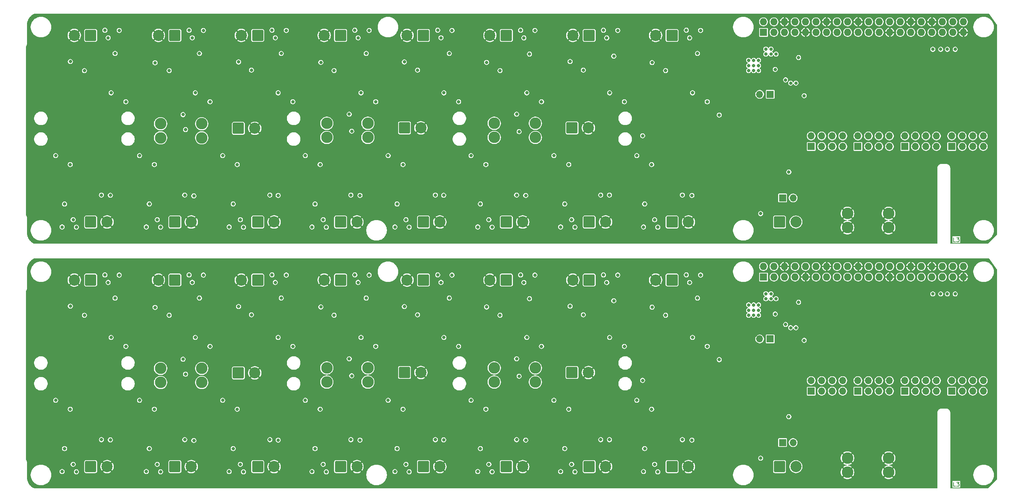
<source format=gbr>
%TF.GenerationSoftware,KiCad,Pcbnew,9.0.0+dfsg-1*%
%TF.CreationDate,2025-04-17T15:34:36+01:00*%
%TF.ProjectId,panel-16,70616e65-6c2d-4313-962e-6b696361645f,rev?*%
%TF.SameCoordinates,Original*%
%TF.FileFunction,Copper,L3,Inr*%
%TF.FilePolarity,Positive*%
%FSLAX46Y46*%
G04 Gerber Fmt 4.6, Leading zero omitted, Abs format (unit mm)*
G04 Created by KiCad (PCBNEW 9.0.0+dfsg-1) date 2025-04-17 15:34:36*
%MOMM*%
%LPD*%
G01*
G04 APERTURE LIST*
G04 Aperture macros list*
%AMRoundRect*
0 Rectangle with rounded corners*
0 $1 Rounding radius*
0 $2 $3 $4 $5 $6 $7 $8 $9 X,Y pos of 4 corners*
0 Add a 4 corners polygon primitive as box body*
4,1,4,$2,$3,$4,$5,$6,$7,$8,$9,$2,$3,0*
0 Add four circle primitives for the rounded corners*
1,1,$1+$1,$2,$3*
1,1,$1+$1,$4,$5*
1,1,$1+$1,$6,$7*
1,1,$1+$1,$8,$9*
0 Add four rect primitives between the rounded corners*
20,1,$1+$1,$2,$3,$4,$5,0*
20,1,$1+$1,$4,$5,$6,$7,0*
20,1,$1+$1,$6,$7,$8,$9,0*
20,1,$1+$1,$8,$9,$2,$3,0*%
G04 Aperture macros list end*
%ADD10C,0.150000*%
%TA.AperFunction,NonConductor*%
%ADD11C,0.150000*%
%TD*%
%TA.AperFunction,ComponentPad*%
%ADD12RoundRect,0.250001X-1.099999X-1.099999X1.099999X-1.099999X1.099999X1.099999X-1.099999X1.099999X0*%
%TD*%
%TA.AperFunction,ComponentPad*%
%ADD13C,2.700000*%
%TD*%
%TA.AperFunction,ComponentPad*%
%ADD14RoundRect,0.250001X1.099999X1.099999X-1.099999X1.099999X-1.099999X-1.099999X1.099999X-1.099999X0*%
%TD*%
%TA.AperFunction,ComponentPad*%
%ADD15R,1.727200X1.727200*%
%TD*%
%TA.AperFunction,ComponentPad*%
%ADD16O,1.727200X1.727200*%
%TD*%
%TA.AperFunction,ComponentPad*%
%ADD17R,1.700000X1.700000*%
%TD*%
%TA.AperFunction,ComponentPad*%
%ADD18O,1.700000X1.700000*%
%TD*%
%TA.AperFunction,HeatsinkPad*%
%ADD19C,0.600000*%
%TD*%
%TA.AperFunction,ComponentPad*%
%ADD20C,2.780000*%
%TD*%
%TA.AperFunction,ViaPad*%
%ADD21C,0.800000*%
%TD*%
G04 APERTURE END LIST*
D10*
D11*
X255422683Y-142254819D02*
X254946493Y-142254819D01*
X254946493Y-142254819D02*
X254946493Y-141254819D01*
X255660779Y-141254819D02*
X256279826Y-141254819D01*
X256279826Y-141254819D02*
X255946493Y-141635771D01*
X255946493Y-141635771D02*
X256089350Y-141635771D01*
X256089350Y-141635771D02*
X256184588Y-141683390D01*
X256184588Y-141683390D02*
X256232207Y-141731009D01*
X256232207Y-141731009D02*
X256279826Y-141826247D01*
X256279826Y-141826247D02*
X256279826Y-142064342D01*
X256279826Y-142064342D02*
X256232207Y-142159580D01*
X256232207Y-142159580D02*
X256184588Y-142207200D01*
X256184588Y-142207200D02*
X256089350Y-142254819D01*
X256089350Y-142254819D02*
X255803636Y-142254819D01*
X255803636Y-142254819D02*
X255708398Y-142207200D01*
X255708398Y-142207200D02*
X255660779Y-142159580D01*
D10*
D11*
X255422683Y-83254819D02*
X254946493Y-83254819D01*
X254946493Y-83254819D02*
X254946493Y-82254819D01*
X255660779Y-82254819D02*
X256279826Y-82254819D01*
X256279826Y-82254819D02*
X255946493Y-82635771D01*
X255946493Y-82635771D02*
X256089350Y-82635771D01*
X256089350Y-82635771D02*
X256184588Y-82683390D01*
X256184588Y-82683390D02*
X256232207Y-82731009D01*
X256232207Y-82731009D02*
X256279826Y-82826247D01*
X256279826Y-82826247D02*
X256279826Y-83064342D01*
X256279826Y-83064342D02*
X256232207Y-83159580D01*
X256232207Y-83159580D02*
X256184588Y-83207200D01*
X256184588Y-83207200D02*
X256089350Y-83254819D01*
X256089350Y-83254819D02*
X255803636Y-83254819D01*
X255803636Y-83254819D02*
X255708398Y-83207200D01*
X255708398Y-83207200D02*
X255660779Y-83159580D01*
D12*
%TO.N,Board_0-/Output chain 1/OUTPUT+*%
%TO.C,J4*%
X46689350Y-78500000D03*
D13*
%TO.N,Board_0-GND*%
X50649350Y-78500000D03*
%TD*%
D14*
%TO.N,Board_0-/Output chain 12/OUTPUT+*%
%TO.C,J19*%
X147004344Y-33500000D03*
D13*
%TO.N,Board_0-GND*%
X143044344Y-33500000D03*
%TD*%
D15*
%TO.N,Board_0-unconnected-(J2-3.3V-Pad1)*%
%TO.C,J2*%
X209059350Y-32770000D03*
D16*
%TO.N,Board_0-PI_5V0*%
X209059350Y-30230000D03*
%TO.N,Board_0-/PI13_GPIO*%
X211599350Y-32770000D03*
%TO.N,Board_0-PI_5V0*%
X211599350Y-30230000D03*
%TO.N,Board_0-/PI14_GPIO*%
X214139350Y-32770000D03*
%TO.N,Board_0-GND*%
X214139350Y-30230000D03*
%TO.N,Board_0-/PI15_GPIO*%
X216679350Y-32770000D03*
%TO.N,Board_0-unconnected-(J2-TXO-Pad8)*%
X216679350Y-30230000D03*
%TO.N,Board_0-GND*%
X219219350Y-32770000D03*
%TO.N,Board_0-unconnected-(J2-RXI-Pad10)*%
X219219350Y-30230000D03*
%TO.N,Board_0-/PI16_GPIO*%
X221759350Y-32770000D03*
%TO.N,Board_0-unconnected-(J2-GP18#-Pad12)*%
X221759350Y-30230000D03*
%TO.N,Board_0-Net-(J2-GP27)*%
X224299350Y-32770000D03*
%TO.N,Board_0-GND*%
X224299350Y-30230000D03*
%TO.N,Board_0-Net-(J2-GP22)*%
X226839350Y-32770000D03*
%TO.N,Board_0-Net-(J2-GP23)*%
X226839350Y-30230000D03*
%TO.N,Board_0-unconnected-(J2-3.3V-Pad17)*%
X229379350Y-32770000D03*
%TO.N,Board_0-Net-(J2-GP24)*%
X229379350Y-30230000D03*
%TO.N,Board_0-unconnected-(J2-MOSI-Pad19)*%
X231919350Y-32770000D03*
%TO.N,Board_0-GND*%
X231919350Y-30230000D03*
%TO.N,Board_0-unconnected-(J2-MISO-Pad21)*%
X234459350Y-32770000D03*
%TO.N,Board_0-Net-(J2-GP25)*%
X234459350Y-30230000D03*
%TO.N,Board_0-Net-(J2-SCLK)*%
X236999350Y-32770000D03*
%TO.N,Board_0-Net-(J2-CE0)*%
X236999350Y-30230000D03*
%TO.N,Board_0-GND*%
X239539350Y-32770000D03*
%TO.N,Board_0-Net-(J2-CE1)*%
X239539350Y-30230000D03*
%TO.N,Board_0-unconnected-(J2-ID_SD-Pad27)*%
X242079350Y-32770000D03*
%TO.N,Board_0-unconnected-(J2-ID_SC-Pad28)*%
X242079350Y-30230000D03*
%TO.N,Board_0-Net-(J2-GP5)*%
X244619350Y-32770000D03*
%TO.N,Board_0-GND*%
X244619350Y-30230000D03*
%TO.N,Board_0-Net-(J2-GP6)*%
X247159350Y-32770000D03*
%TO.N,Board_0-Net-(J2-GP12)*%
X247159350Y-30230000D03*
%TO.N,Board_0-Net-(J2-GP13)*%
X249699350Y-32770000D03*
%TO.N,Board_0-GND*%
X249699350Y-30230000D03*
%TO.N,Board_0-unconnected-(J2-GP19-Pad35)*%
X252239350Y-32770000D03*
%TO.N,Board_0-unconnected-(J2-GP16-Pad36)*%
X252239350Y-30230000D03*
%TO.N,Board_0-unconnected-(J2-GP26-Pad37)*%
X254779350Y-32770000D03*
%TO.N,Board_0-unconnected-(J2-GP20-Pad38)*%
X254779350Y-30230000D03*
%TO.N,Board_0-GND*%
X257319350Y-32770000D03*
%TO.N,Board_0-unconnected-(J2-GP21-Pad40)*%
X257319350Y-30230000D03*
%TD*%
D14*
%TO.N,Board_1-/Output chain 2/OUTPUT+*%
%TO.C,J5*%
X46689350Y-92500000D03*
D13*
%TO.N,Board_1-GND*%
X42729350Y-92500000D03*
%TD*%
D12*
%TO.N,Board_0-/Output chain 11/OUTPUT+*%
%TO.C,J18*%
X147004344Y-78500000D03*
D13*
%TO.N,Board_0-GND*%
X150964344Y-78500000D03*
%TD*%
D12*
%TO.N,Board_1-Net-(J3-Pin_1)*%
%TO.C,J3*%
X82329350Y-114900000D03*
D13*
%TO.N,Board_1-GND*%
X86289350Y-114900000D03*
%TD*%
D12*
%TO.N,Board_1-/Output chain 7/OUTPUT+*%
%TO.C,J14*%
X107004344Y-137500000D03*
D13*
%TO.N,Board_1-GND*%
X110964344Y-137500000D03*
%TD*%
D17*
%TO.N,Board_0-MOSFET13*%
%TO.C,J29*%
X254489350Y-60300000D03*
D18*
%TO.N,Board_0-PI13*%
X254489350Y-57760000D03*
%TO.N,Board_0-MOSFET14*%
X257029350Y-60300000D03*
%TO.N,Board_0-PI14*%
X257029350Y-57760000D03*
%TO.N,Board_0-MOSFET15*%
X259569350Y-60300000D03*
%TO.N,Board_0-PI15*%
X259569350Y-57760000D03*
%TO.N,Board_0-MOSFET16*%
X262109350Y-60300000D03*
%TO.N,Board_0-PI16*%
X262109350Y-57760000D03*
%TD*%
D12*
%TO.N,Board_0-/Output chain 15/OUTPUT+*%
%TO.C,J22*%
X187004344Y-78500000D03*
D13*
%TO.N,Board_0-GND*%
X190964344Y-78500000D03*
%TD*%
D12*
%TO.N,Board_0-/Output chain 3/OUTPUT+*%
%TO.C,J7*%
X67004344Y-78500000D03*
D13*
%TO.N,Board_0-GND*%
X70964344Y-78500000D03*
%TD*%
D12*
%TO.N,Board_0-Net-(J10-Pin_1)*%
%TO.C,J10*%
X212929350Y-78500000D03*
D13*
%TO.N,Board_0-Net-(J10-Pin_2)*%
X216889350Y-78500000D03*
%TD*%
D19*
%TO.N,Board_1-GND*%
%TO.C,U1*%
X213689350Y-100600000D03*
X214989350Y-100600000D03*
X216289350Y-100600000D03*
X214989350Y-99300000D03*
X216289350Y-99300000D03*
%TD*%
D14*
%TO.N,Board_1-/Output chain 12/OUTPUT+*%
%TO.C,J19*%
X147004344Y-92500000D03*
D13*
%TO.N,Board_1-GND*%
X143044344Y-92500000D03*
%TD*%
D12*
%TO.N,Board_1-/Output chain 1/OUTPUT+*%
%TO.C,J4*%
X46689350Y-137500000D03*
D13*
%TO.N,Board_1-GND*%
X50649350Y-137500000D03*
%TD*%
D12*
%TO.N,Board_0-/Output chain 13/OUTPUT+*%
%TO.C,J20*%
X167004344Y-78500000D03*
D13*
%TO.N,Board_0-GND*%
X170964344Y-78500000D03*
%TD*%
D14*
%TO.N,Board_0-/Output chain 6/OUTPUT+*%
%TO.C,J13*%
X87004344Y-33500000D03*
D13*
%TO.N,Board_0-GND*%
X83044344Y-33500000D03*
%TD*%
D17*
%TO.N,Board_1-Net-(J10-Pin_1)*%
%TO.C,J11*%
X213679350Y-131700000D03*
D18*
%TO.N,Board_1-Net-(J10-Pin_2)*%
X216219350Y-131700000D03*
%TD*%
D12*
%TO.N,Board_1-/Output chain 5/OUTPUT+*%
%TO.C,J12*%
X87004344Y-137500000D03*
D13*
%TO.N,Board_1-GND*%
X90964344Y-137500000D03*
%TD*%
D17*
%TO.N,Board_0-MOSFET1*%
%TO.C,J6*%
X220569350Y-60300000D03*
D18*
%TO.N,Board_0-PI1*%
X220569350Y-57760000D03*
%TO.N,Board_0-MOSFET2*%
X223109350Y-60300000D03*
%TO.N,Board_0-PI2*%
X223109350Y-57760000D03*
%TO.N,Board_0-MOSFET3*%
X225649350Y-60300000D03*
%TO.N,Board_0-PI3*%
X225649350Y-57760000D03*
%TO.N,Board_0-MOSFET4*%
X228189350Y-60300000D03*
%TO.N,Board_0-PI4*%
X228189350Y-57760000D03*
%TD*%
D20*
%TO.N,Board_1-Net-(J3-Pin_1)*%
%TO.C,F1*%
X73489350Y-117200000D03*
X73489350Y-113800000D03*
%TO.N,Board_1-Net-(D1-K)*%
X63569350Y-117200000D03*
X63569350Y-113800000D03*
%TD*%
%TO.N,Board_0-GND*%
%TO.C,F20*%
X229329350Y-76450000D03*
X229329350Y-79850000D03*
X239249350Y-76450000D03*
X239249350Y-79850000D03*
%TD*%
D17*
%TO.N,Board_0-MOSFET9*%
%TO.C,J27*%
X243189350Y-60300000D03*
D18*
%TO.N,Board_0-PI9*%
X243189350Y-57760000D03*
%TO.N,Board_0-MOSFET10*%
X245729350Y-60300000D03*
%TO.N,Board_0-PI10*%
X245729350Y-57760000D03*
%TO.N,Board_0-MOSFET11*%
X248269350Y-60300000D03*
%TO.N,Board_0-PI11*%
X248269350Y-57760000D03*
%TO.N,Board_0-MOSFET12*%
X250809350Y-60300000D03*
%TO.N,Board_0-PI12*%
X250809350Y-57760000D03*
%TD*%
D14*
%TO.N,Board_0-/Output chain 14/OUTPUT+*%
%TO.C,J21*%
X167004344Y-33500000D03*
D13*
%TO.N,Board_0-GND*%
X163044344Y-33500000D03*
%TD*%
D14*
%TO.N,Board_1-/Output chain 6/OUTPUT+*%
%TO.C,J13*%
X87004344Y-92500000D03*
D13*
%TO.N,Board_1-GND*%
X83044344Y-92500000D03*
%TD*%
D20*
%TO.N,Board_0-Net-(J24-Pin_1)*%
%TO.C,F18*%
X113599350Y-58100000D03*
X113599350Y-54700000D03*
%TO.N,Board_0-Net-(D32-K)*%
X103679350Y-58100000D03*
X103679350Y-54700000D03*
%TD*%
D12*
%TO.N,Board_0-Net-(J24-Pin_1)*%
%TO.C,J24*%
X122439350Y-55800000D03*
D13*
%TO.N,Board_0-GND*%
X126399350Y-55800000D03*
%TD*%
D20*
%TO.N,Board_1-Net-(J24-Pin_1)*%
%TO.C,F18*%
X113599350Y-117100000D03*
X113599350Y-113700000D03*
%TO.N,Board_1-Net-(D32-K)*%
X103679350Y-117100000D03*
X103679350Y-113700000D03*
%TD*%
D17*
%TO.N,Board_0-MOSFET5*%
%TO.C,J25*%
X231849350Y-60300000D03*
D18*
%TO.N,Board_0-PI5*%
X231849350Y-57760000D03*
%TO.N,Board_0-MOSFET6*%
X234389350Y-60300000D03*
%TO.N,Board_0-PI6*%
X234389350Y-57760000D03*
%TO.N,Board_0-MOSFET7*%
X236929350Y-60300000D03*
%TO.N,Board_0-PI7*%
X236929350Y-57760000D03*
%TO.N,Board_0-MOSFET8*%
X239469350Y-60300000D03*
%TO.N,Board_0-PI8*%
X239469350Y-57760000D03*
%TD*%
D14*
%TO.N,Board_1-/Output chain 10/OUTPUT+*%
%TO.C,J17*%
X127004344Y-92500000D03*
D13*
%TO.N,Board_1-GND*%
X123044344Y-92500000D03*
%TD*%
D14*
%TO.N,Board_0-/Output chain 16/OUTPUT+*%
%TO.C,J23*%
X187004344Y-33500000D03*
D13*
%TO.N,Board_0-GND*%
X183044344Y-33500000D03*
%TD*%
D12*
%TO.N,Board_1-/Output chain 13/OUTPUT+*%
%TO.C,J20*%
X167004344Y-137500000D03*
D13*
%TO.N,Board_1-GND*%
X170964344Y-137500000D03*
%TD*%
D17*
%TO.N,Board_1-MOSFET13*%
%TO.C,J29*%
X254489350Y-119300000D03*
D18*
%TO.N,Board_1-PI13*%
X254489350Y-116760000D03*
%TO.N,Board_1-MOSFET14*%
X257029350Y-119300000D03*
%TO.N,Board_1-PI14*%
X257029350Y-116760000D03*
%TO.N,Board_1-MOSFET15*%
X259569350Y-119300000D03*
%TO.N,Board_1-PI15*%
X259569350Y-116760000D03*
%TO.N,Board_1-MOSFET16*%
X262109350Y-119300000D03*
%TO.N,Board_1-PI16*%
X262109350Y-116760000D03*
%TD*%
D12*
%TO.N,Board_1-/Output chain 3/OUTPUT+*%
%TO.C,J7*%
X67004344Y-137500000D03*
D13*
%TO.N,Board_1-GND*%
X70964344Y-137500000D03*
%TD*%
D20*
%TO.N,Board_1-GND*%
%TO.C,F20*%
X229329350Y-135450000D03*
X229329350Y-138850000D03*
X239249350Y-135450000D03*
X239249350Y-138850000D03*
%TD*%
D17*
%TO.N,Board_1-MOSFET5*%
%TO.C,J25*%
X231849350Y-119300000D03*
D18*
%TO.N,Board_1-PI5*%
X231849350Y-116760000D03*
%TO.N,Board_1-MOSFET6*%
X234389350Y-119300000D03*
%TO.N,Board_1-PI6*%
X234389350Y-116760000D03*
%TO.N,Board_1-MOSFET7*%
X236929350Y-119300000D03*
%TO.N,Board_1-PI7*%
X236929350Y-116760000D03*
%TO.N,Board_1-MOSFET8*%
X239469350Y-119300000D03*
%TO.N,Board_1-PI8*%
X239469350Y-116760000D03*
%TD*%
D14*
%TO.N,Board_0-/Output chain 8/OUTPUT+*%
%TO.C,J15*%
X107004344Y-33500000D03*
D13*
%TO.N,Board_0-GND*%
X103044344Y-33500000D03*
%TD*%
D12*
%TO.N,Board_1-/Output chain 11/OUTPUT+*%
%TO.C,J18*%
X147004344Y-137500000D03*
D13*
%TO.N,Board_1-GND*%
X150964344Y-137500000D03*
%TD*%
D12*
%TO.N,Board_0-Net-(J3-Pin_1)*%
%TO.C,J3*%
X82329350Y-55900000D03*
D13*
%TO.N,Board_0-GND*%
X86289350Y-55900000D03*
%TD*%
D14*
%TO.N,Board_1-/Output chain 14/OUTPUT+*%
%TO.C,J21*%
X167004344Y-92500000D03*
D13*
%TO.N,Board_1-GND*%
X163044344Y-92500000D03*
%TD*%
D17*
%TO.N,Board_1-MOSFET1*%
%TO.C,J6*%
X220569350Y-119300000D03*
D18*
%TO.N,Board_1-PI1*%
X220569350Y-116760000D03*
%TO.N,Board_1-MOSFET2*%
X223109350Y-119300000D03*
%TO.N,Board_1-PI2*%
X223109350Y-116760000D03*
%TO.N,Board_1-MOSFET3*%
X225649350Y-119300000D03*
%TO.N,Board_1-PI3*%
X225649350Y-116760000D03*
%TO.N,Board_1-MOSFET4*%
X228189350Y-119300000D03*
%TO.N,Board_1-PI4*%
X228189350Y-116760000D03*
%TD*%
D14*
%TO.N,Board_0-/Output chain 2/OUTPUT+*%
%TO.C,J5*%
X46689350Y-33500000D03*
D13*
%TO.N,Board_0-GND*%
X42729350Y-33500000D03*
%TD*%
D17*
%TO.N,Board_1-+5V*%
%TO.C,J9*%
X210689350Y-106700000D03*
D18*
%TO.N,Board_1-/PI_5V0_P*%
X208149350Y-106700000D03*
%TD*%
D14*
%TO.N,Board_1-/Output chain 8/OUTPUT+*%
%TO.C,J15*%
X107004344Y-92500000D03*
D13*
%TO.N,Board_1-GND*%
X103044344Y-92500000D03*
%TD*%
D12*
%TO.N,Board_0-/Output chain 5/OUTPUT+*%
%TO.C,J12*%
X87004344Y-78500000D03*
D13*
%TO.N,Board_0-GND*%
X90964344Y-78500000D03*
%TD*%
D12*
%TO.N,Board_0-Net-(J26-Pin_1)*%
%TO.C,J26*%
X162849350Y-55800000D03*
D13*
%TO.N,Board_0-GND*%
X166809350Y-55800000D03*
%TD*%
D12*
%TO.N,Board_0-/Output chain 7/OUTPUT+*%
%TO.C,J14*%
X107004344Y-78500000D03*
D13*
%TO.N,Board_0-GND*%
X110964344Y-78500000D03*
%TD*%
D12*
%TO.N,Board_1-Net-(J10-Pin_1)*%
%TO.C,J10*%
X212929350Y-137500000D03*
D13*
%TO.N,Board_1-Net-(J10-Pin_2)*%
X216889350Y-137500000D03*
%TD*%
D12*
%TO.N,Board_1-/Output chain 15/OUTPUT+*%
%TO.C,J22*%
X187004344Y-137500000D03*
D13*
%TO.N,Board_1-GND*%
X190964344Y-137500000D03*
%TD*%
D17*
%TO.N,Board_0-Net-(J10-Pin_1)*%
%TO.C,J11*%
X213679350Y-72700000D03*
D18*
%TO.N,Board_0-Net-(J10-Pin_2)*%
X216219350Y-72700000D03*
%TD*%
D14*
%TO.N,Board_0-/Output chain 4/OUTPUT+*%
%TO.C,J8*%
X67004344Y-33500000D03*
D13*
%TO.N,Board_0-GND*%
X63044344Y-33500000D03*
%TD*%
D12*
%TO.N,Board_1-Net-(J26-Pin_1)*%
%TO.C,J26*%
X162849350Y-114800000D03*
D13*
%TO.N,Board_1-GND*%
X166809350Y-114800000D03*
%TD*%
D20*
%TO.N,Board_0-Net-(J3-Pin_1)*%
%TO.C,F1*%
X73489350Y-58200000D03*
X73489350Y-54800000D03*
%TO.N,Board_0-Net-(D1-K)*%
X63569350Y-58200000D03*
X63569350Y-54800000D03*
%TD*%
D14*
%TO.N,Board_1-/Output chain 4/OUTPUT+*%
%TO.C,J8*%
X67004344Y-92500000D03*
D13*
%TO.N,Board_1-GND*%
X63044344Y-92500000D03*
%TD*%
D19*
%TO.N,Board_0-GND*%
%TO.C,U1*%
X213689350Y-41600000D03*
X214989350Y-41600000D03*
X216289350Y-41600000D03*
X214989350Y-40300000D03*
X216289350Y-40300000D03*
%TD*%
D17*
%TO.N,Board_0-+5V*%
%TO.C,J9*%
X210689350Y-47700000D03*
D18*
%TO.N,Board_0-/PI_5V0_P*%
X208149350Y-47700000D03*
%TD*%
D17*
%TO.N,Board_1-MOSFET9*%
%TO.C,J27*%
X243189350Y-119300000D03*
D18*
%TO.N,Board_1-PI9*%
X243189350Y-116760000D03*
%TO.N,Board_1-MOSFET10*%
X245729350Y-119300000D03*
%TO.N,Board_1-PI10*%
X245729350Y-116760000D03*
%TO.N,Board_1-MOSFET11*%
X248269350Y-119300000D03*
%TO.N,Board_1-PI11*%
X248269350Y-116760000D03*
%TO.N,Board_1-MOSFET12*%
X250809350Y-119300000D03*
%TO.N,Board_1-PI12*%
X250809350Y-116760000D03*
%TD*%
D12*
%TO.N,Board_1-/Output chain 9/OUTPUT+*%
%TO.C,J16*%
X127004344Y-137500000D03*
D13*
%TO.N,Board_1-GND*%
X130964344Y-137500000D03*
%TD*%
D14*
%TO.N,Board_1-/Output chain 16/OUTPUT+*%
%TO.C,J23*%
X187004344Y-92500000D03*
D13*
%TO.N,Board_1-GND*%
X183044344Y-92500000D03*
%TD*%
D12*
%TO.N,Board_1-Net-(J24-Pin_1)*%
%TO.C,J24*%
X122439350Y-114800000D03*
D13*
%TO.N,Board_1-GND*%
X126399350Y-114800000D03*
%TD*%
D14*
%TO.N,Board_0-/Output chain 10/OUTPUT+*%
%TO.C,J17*%
X127004344Y-33500000D03*
D13*
%TO.N,Board_0-GND*%
X123044344Y-33500000D03*
%TD*%
D15*
%TO.N,Board_1-unconnected-(J2-3.3V-Pad1)*%
%TO.C,J2*%
X209059350Y-91770000D03*
D16*
%TO.N,Board_1-PI_5V0*%
X209059350Y-89230000D03*
%TO.N,Board_1-/PI13_GPIO*%
X211599350Y-91770000D03*
%TO.N,Board_1-PI_5V0*%
X211599350Y-89230000D03*
%TO.N,Board_1-/PI14_GPIO*%
X214139350Y-91770000D03*
%TO.N,Board_1-GND*%
X214139350Y-89230000D03*
%TO.N,Board_1-/PI15_GPIO*%
X216679350Y-91770000D03*
%TO.N,Board_1-unconnected-(J2-TXO-Pad8)*%
X216679350Y-89230000D03*
%TO.N,Board_1-GND*%
X219219350Y-91770000D03*
%TO.N,Board_1-unconnected-(J2-RXI-Pad10)*%
X219219350Y-89230000D03*
%TO.N,Board_1-/PI16_GPIO*%
X221759350Y-91770000D03*
%TO.N,Board_1-unconnected-(J2-GP18#-Pad12)*%
X221759350Y-89230000D03*
%TO.N,Board_1-Net-(J2-GP27)*%
X224299350Y-91770000D03*
%TO.N,Board_1-GND*%
X224299350Y-89230000D03*
%TO.N,Board_1-Net-(J2-GP22)*%
X226839350Y-91770000D03*
%TO.N,Board_1-Net-(J2-GP23)*%
X226839350Y-89230000D03*
%TO.N,Board_1-unconnected-(J2-3.3V-Pad17)*%
X229379350Y-91770000D03*
%TO.N,Board_1-Net-(J2-GP24)*%
X229379350Y-89230000D03*
%TO.N,Board_1-unconnected-(J2-MOSI-Pad19)*%
X231919350Y-91770000D03*
%TO.N,Board_1-GND*%
X231919350Y-89230000D03*
%TO.N,Board_1-unconnected-(J2-MISO-Pad21)*%
X234459350Y-91770000D03*
%TO.N,Board_1-Net-(J2-GP25)*%
X234459350Y-89230000D03*
%TO.N,Board_1-Net-(J2-SCLK)*%
X236999350Y-91770000D03*
%TO.N,Board_1-Net-(J2-CE0)*%
X236999350Y-89230000D03*
%TO.N,Board_1-GND*%
X239539350Y-91770000D03*
%TO.N,Board_1-Net-(J2-CE1)*%
X239539350Y-89230000D03*
%TO.N,Board_1-unconnected-(J2-ID_SD-Pad27)*%
X242079350Y-91770000D03*
%TO.N,Board_1-unconnected-(J2-ID_SC-Pad28)*%
X242079350Y-89230000D03*
%TO.N,Board_1-Net-(J2-GP5)*%
X244619350Y-91770000D03*
%TO.N,Board_1-GND*%
X244619350Y-89230000D03*
%TO.N,Board_1-Net-(J2-GP6)*%
X247159350Y-91770000D03*
%TO.N,Board_1-Net-(J2-GP12)*%
X247159350Y-89230000D03*
%TO.N,Board_1-Net-(J2-GP13)*%
X249699350Y-91770000D03*
%TO.N,Board_1-GND*%
X249699350Y-89230000D03*
%TO.N,Board_1-unconnected-(J2-GP19-Pad35)*%
X252239350Y-91770000D03*
%TO.N,Board_1-unconnected-(J2-GP16-Pad36)*%
X252239350Y-89230000D03*
%TO.N,Board_1-unconnected-(J2-GP26-Pad37)*%
X254779350Y-91770000D03*
%TO.N,Board_1-unconnected-(J2-GP20-Pad38)*%
X254779350Y-89230000D03*
%TO.N,Board_1-GND*%
X257319350Y-91770000D03*
%TO.N,Board_1-unconnected-(J2-GP21-Pad40)*%
X257319350Y-89230000D03*
%TD*%
D12*
%TO.N,Board_0-/Output chain 9/OUTPUT+*%
%TO.C,J16*%
X127004344Y-78500000D03*
D13*
%TO.N,Board_0-GND*%
X130964344Y-78500000D03*
%TD*%
D20*
%TO.N,Board_0-Net-(J26-Pin_1)*%
%TO.C,F19*%
X154009350Y-58100000D03*
X154009350Y-54700000D03*
%TO.N,Board_0-Net-(D132-K)*%
X144089350Y-58100000D03*
X144089350Y-54700000D03*
%TD*%
%TO.N,Board_1-Net-(J26-Pin_1)*%
%TO.C,F19*%
X154009350Y-117100000D03*
X154009350Y-113700000D03*
%TO.N,Board_1-Net-(D132-K)*%
X144089350Y-117100000D03*
X144089350Y-113700000D03*
%TD*%
D21*
%TO.N,Board_0-+3V3*%
X71937224Y-47350000D03*
X41756470Y-64650000D03*
X162071464Y-64650000D03*
X51622230Y-47350000D03*
X91937224Y-47350000D03*
X111937224Y-47350000D03*
X102071464Y-64650000D03*
X171937224Y-47350000D03*
X151937224Y-47350000D03*
X82071464Y-64650000D03*
X131937224Y-47350000D03*
X191937224Y-47350000D03*
X218889350Y-48050000D03*
X182071464Y-64650000D03*
X62071464Y-64650000D03*
X122071464Y-64650000D03*
X215179350Y-66450000D03*
X142071464Y-64650000D03*
%TO.N,Board_0-+5V*%
X205489350Y-40800000D03*
X206689350Y-40800000D03*
X207889350Y-40800000D03*
X205489350Y-42000000D03*
X207889350Y-42000000D03*
X207889350Y-39500000D03*
X205489350Y-39500000D03*
X206689350Y-39500000D03*
X206689350Y-42000000D03*
%TO.N,Board_0-/BOOT*%
X211889350Y-41700000D03*
%TO.N,Board_0-/EN*%
X215614350Y-45000000D03*
%TO.N,Board_0-/Output chain 1/DRAIN*%
X51439350Y-72050000D03*
X42466856Y-77948747D03*
%TO.N,Board_0-/Output chain 10/DRAIN*%
X131239350Y-34075000D03*
X122389350Y-39900000D03*
%TO.N,Board_0-/Output chain 11/DRAIN*%
X151689350Y-72100000D03*
X142789350Y-77950000D03*
%TO.N,Board_0-/Output chain 12/DRAIN*%
X142239350Y-40000000D03*
X151239350Y-34100000D03*
%TO.N,Board_0-/Output chain 13/DRAIN*%
X162766856Y-77950000D03*
X171889350Y-72000000D03*
%TO.N,Board_0-/Output chain 14/DRAIN*%
X171239350Y-34100000D03*
X162389350Y-39800000D03*
%TO.N,Board_0-/Output chain 15/DRAIN*%
X182789350Y-77950000D03*
X191789350Y-72100000D03*
%TO.N,Board_0-/Output chain 16/DRAIN*%
X191239350Y-34100000D03*
X182189350Y-40050000D03*
%TO.N,Board_0-/Output chain 2/DRAIN*%
X41789350Y-39800000D03*
X50911844Y-34075000D03*
%TO.N,Board_0-/Output chain 3/DRAIN*%
X71589350Y-72200000D03*
X62766856Y-77948747D03*
%TO.N,Board_0-/Output chain 4/DRAIN*%
X71211844Y-34075000D03*
X62239350Y-40100000D03*
%TO.N,Board_0-/Output chain 5/DRAIN*%
X91939350Y-72100000D03*
X82816856Y-77948747D03*
%TO.N,Board_0-/Output chain 6/DRAIN*%
X91239350Y-34075000D03*
X82389350Y-39900000D03*
%TO.N,Board_0-/Output chain 7/DRAIN*%
X102816856Y-77948747D03*
X111689350Y-72100000D03*
%TO.N,Board_0-/Output chain 8/DRAIN*%
X102239350Y-40000000D03*
X111239350Y-34075000D03*
%TO.N,Board_0-/Output chain 9/DRAIN*%
X122789350Y-77950000D03*
X131889350Y-72050000D03*
%TO.N,Board_0-/PI13_GPIO*%
X249939350Y-36850000D03*
%TO.N,Board_0-/PI14_GPIO*%
X251839350Y-36850000D03*
%TO.N,Board_0-/PI15_GPIO*%
X253439350Y-36850000D03*
%TO.N,Board_0-/PI16_GPIO*%
X255339350Y-36850000D03*
%TO.N,Board_0-/SS*%
X216889350Y-45000002D03*
%TO.N,Board_0-/SW*%
X209639350Y-36799998D03*
X210889350Y-38000002D03*
X210889350Y-36800000D03*
X212089350Y-38000000D03*
X209639350Y-38000000D03*
%TO.N,Board_0-/VSENSE*%
X217539350Y-38850000D03*
%TO.N,Board_0-ENABLE*%
X178489350Y-62500000D03*
X55189350Y-49500000D03*
X138489350Y-62500000D03*
X115489350Y-49500000D03*
X195489350Y-49500000D03*
X135489350Y-49500000D03*
X155489350Y-49500000D03*
X175489350Y-49500000D03*
X95489350Y-49500000D03*
X158489350Y-62500000D03*
X38239350Y-62500000D03*
X78539350Y-62500000D03*
X58489350Y-62500000D03*
X98489350Y-62500000D03*
X75489350Y-49500000D03*
X118489350Y-62500000D03*
%TO.N,Board_0-GND*%
X101639350Y-62800000D03*
X201489350Y-71250000D03*
X84061844Y-71800000D03*
X200539350Y-53025000D03*
X34689350Y-75400000D03*
X264189350Y-69914285D03*
X60046844Y-39150000D03*
X124689350Y-39775000D03*
X80046844Y-39150000D03*
X44989350Y-82200000D03*
X202339350Y-59300000D03*
X56689350Y-29800000D03*
X192289350Y-82200000D03*
X131289350Y-82200000D03*
X247389350Y-41800000D03*
X219089350Y-46300000D03*
X46681850Y-29800000D03*
X144589350Y-39887500D03*
X212032824Y-44753401D03*
X34689350Y-47800000D03*
X129989350Y-40200000D03*
X215089350Y-51425000D03*
X152589350Y-48950000D03*
X104061844Y-71800000D03*
X172539350Y-48950000D03*
X62389350Y-29800000D03*
X34689350Y-69700000D03*
X48089350Y-48400000D03*
X184061844Y-71800000D03*
X105089350Y-82187500D03*
X100046844Y-39150000D03*
X148689350Y-29800000D03*
X34689350Y-64000000D03*
X71389350Y-82200000D03*
X145646428Y-63613056D03*
X189989350Y-40200000D03*
X208214350Y-52675000D03*
X192639350Y-48950000D03*
X218469350Y-40900000D03*
X52239350Y-49050000D03*
X243889350Y-41800000D03*
X72639350Y-49000000D03*
X141689350Y-62850000D03*
X108489350Y-48600000D03*
X202039350Y-51675000D03*
X209989350Y-51100000D03*
X185708461Y-63626320D03*
X132589350Y-48950000D03*
X67089350Y-59100000D03*
X97189350Y-29800000D03*
X34689350Y-36400000D03*
X108589350Y-69900000D03*
X65689350Y-63600000D03*
X217539350Y-66800000D03*
X229889350Y-41800000D03*
X104539350Y-39887500D03*
X107089350Y-59000000D03*
X147689350Y-59000000D03*
X173961844Y-72850000D03*
X89989350Y-40150000D03*
X161489350Y-62850000D03*
X226703636Y-82200000D03*
X142989350Y-29800000D03*
X113961844Y-72850000D03*
X248989350Y-82200000D03*
X197989350Y-82200000D03*
X68389350Y-48850000D03*
X153961844Y-72850000D03*
X128989350Y-69900000D03*
X168489350Y-48500000D03*
X211189350Y-71250000D03*
X151389350Y-82200000D03*
X50689350Y-82200000D03*
X136989350Y-82200000D03*
X221213345Y-37553673D03*
X89039350Y-69900000D03*
X102889350Y-29800000D03*
X96889350Y-82200000D03*
X200339350Y-31450000D03*
X157089350Y-82200000D03*
X128489350Y-48500000D03*
X206414350Y-59300000D03*
X125589350Y-82200000D03*
X44289350Y-39900000D03*
X177389350Y-29800000D03*
X137289350Y-29800000D03*
X120046844Y-39150000D03*
X264189350Y-42057143D03*
X243417921Y-82200000D03*
X215560779Y-82200000D03*
X168889350Y-69900000D03*
X122789350Y-29787500D03*
X221132207Y-82200000D03*
X200064350Y-42100000D03*
X181689350Y-62750000D03*
X145689350Y-82200000D03*
X68089350Y-29800000D03*
X240389350Y-41800000D03*
X105708461Y-63626320D03*
X148489350Y-48500000D03*
X61639350Y-62800000D03*
X218489350Y-51375000D03*
X64751850Y-39887500D03*
X92639350Y-49000000D03*
X232275064Y-82200000D03*
X233389350Y-44000000D03*
X180046844Y-39150000D03*
X140046844Y-39150000D03*
X193961844Y-72850000D03*
X41289350Y-62800000D03*
X236889350Y-41800000D03*
X48389350Y-69900000D03*
X73961844Y-72850000D03*
X148589350Y-69900000D03*
X188789350Y-29800000D03*
X93961844Y-72850000D03*
X64061844Y-71800000D03*
X160046844Y-39150000D03*
X219589350Y-49000000D03*
X264189350Y-64342857D03*
X69946844Y-40200000D03*
X43746850Y-71800000D03*
X108589350Y-29800000D03*
X184539350Y-39887500D03*
X201489350Y-64650000D03*
X171389350Y-82200000D03*
X218469350Y-43500000D03*
X258089350Y-82200000D03*
X254389350Y-41800000D03*
X128489350Y-29787500D03*
X81539350Y-62800000D03*
X157389350Y-29800000D03*
X165739566Y-63635374D03*
X39731850Y-39150000D03*
X56389350Y-82200000D03*
X215564350Y-59650000D03*
X264189350Y-58771428D03*
X183089350Y-29800000D03*
X91189350Y-82200000D03*
X40981850Y-29800000D03*
X186589350Y-82200000D03*
X144061844Y-71800000D03*
X109989350Y-40200000D03*
X85708461Y-63626320D03*
X84589350Y-39775000D03*
X49631850Y-40200000D03*
X163089350Y-29800000D03*
X264189350Y-75485714D03*
X124061844Y-71800000D03*
X213839648Y-48425500D03*
X250889350Y-41800000D03*
X53646850Y-72850000D03*
X264189350Y-47628571D03*
X65689350Y-82200000D03*
X34689350Y-42100000D03*
X177089350Y-82200000D03*
X264189350Y-36485714D03*
X83089350Y-29800000D03*
X169946844Y-40200000D03*
X165689350Y-82200000D03*
X209989350Y-82200000D03*
X188589350Y-69900000D03*
X214789350Y-36000000D03*
X68489350Y-69900000D03*
X264189350Y-53200000D03*
X149946844Y-40200000D03*
X88789350Y-29800000D03*
X125689350Y-63600000D03*
X164689350Y-39775000D03*
X112589350Y-48950000D03*
X77089350Y-82200000D03*
X110789350Y-82187500D03*
X45447814Y-63643467D03*
X77389350Y-29800000D03*
X121639350Y-62800000D03*
X164061844Y-71800000D03*
X237846493Y-82200000D03*
X168789350Y-29800000D03*
X85489350Y-82200000D03*
X88589350Y-48700000D03*
X133961844Y-72850000D03*
%TO.N,Board_0-MOSFET1*%
X40389350Y-74150000D03*
%TO.N,Board_0-MOSFET10*%
X133239350Y-37850000D03*
%TO.N,Board_0-MOSFET11*%
X140739350Y-74150000D03*
%TO.N,Board_0-MOSFET12*%
X152589350Y-38000000D03*
%TO.N,Board_0-MOSFET13*%
X161089350Y-74150000D03*
%TO.N,Board_0-MOSFET14*%
X172939350Y-38500000D03*
%TO.N,Board_0-MOSFET15*%
X180389350Y-74150000D03*
%TO.N,Board_0-MOSFET16*%
X193139350Y-37850000D03*
%TO.N,Board_0-MOSFET2*%
X52589350Y-37850000D03*
%TO.N,Board_0-MOSFET3*%
X60839350Y-74150000D03*
%TO.N,Board_0-MOSFET4*%
X72939350Y-37850000D03*
%TO.N,Board_0-MOSFET5*%
X81089350Y-74150000D03*
%TO.N,Board_0-MOSFET6*%
X92689350Y-37850000D03*
%TO.N,Board_0-MOSFET7*%
X100839350Y-74150000D03*
%TO.N,Board_0-MOSFET8*%
X113189350Y-37850000D03*
%TO.N,Board_0-MOSFET9*%
X120639350Y-74150000D03*
%TO.N,Board_0-Net-(D100-A)*%
X160111844Y-79700000D03*
%TO.N,Board_0-Net-(D104-A)*%
X163561844Y-79750000D03*
%TO.N,Board_0-Net-(D107-A)*%
X173896844Y-32300000D03*
%TO.N,Board_0-Net-(D111-A)*%
X170446844Y-32250000D03*
%TO.N,Board_0-Net-(D114-A)*%
X180111844Y-79700000D03*
%TO.N,Board_0-Net-(D118-A)*%
X183561844Y-79750000D03*
%TO.N,Board_0-Net-(D121-A)*%
X193896844Y-32300000D03*
%TO.N,Board_0-Net-(D125-A)*%
X190446844Y-32250000D03*
%TO.N,Board_0-Net-(D133-A)*%
X150089350Y-56700000D03*
X149489350Y-52500000D03*
%TO.N,Board_0-Net-(D19-A)*%
X63561844Y-79750000D03*
%TO.N,Board_0-Net-(D24-A)*%
X70446844Y-32250000D03*
%TO.N,Board_0-Net-(D29-A)*%
X39796850Y-79700000D03*
%TO.N,Board_0-Net-(D30-A)*%
X53581850Y-32300000D03*
%TO.N,Board_0-Net-(D31-A)*%
X60111844Y-79700000D03*
%TO.N,Board_0-Net-(D33-A)*%
X109689350Y-56600000D03*
X109089350Y-52500000D03*
%TO.N,Board_0-Net-(D37-A)*%
X73896844Y-32300000D03*
%TO.N,Board_0-Net-(D38-A)*%
X179891850Y-57700000D03*
%TO.N,Board_0-Net-(D4-A)*%
X43246850Y-79750000D03*
%TO.N,Board_0-Net-(D41-A)*%
X208379350Y-76475000D03*
%TO.N,Board_0-Net-(D42-A)*%
X80111844Y-79700000D03*
%TO.N,Board_0-Net-(D43-A)*%
X83561844Y-79750000D03*
%TO.N,Board_0-Net-(D5-A)*%
X50131850Y-32250000D03*
%TO.N,Board_0-Net-(D51-A)*%
X93896844Y-32300000D03*
%TO.N,Board_0-Net-(D55-A)*%
X90446844Y-32250000D03*
%TO.N,Board_0-Net-(D58-A)*%
X100111844Y-79700000D03*
%TO.N,Board_0-Net-(D6-A)*%
X68989350Y-52600000D03*
X69589350Y-56200000D03*
%TO.N,Board_0-Net-(D62-A)*%
X103561844Y-79750000D03*
%TO.N,Board_0-Net-(D65-A)*%
X113896844Y-32300000D03*
%TO.N,Board_0-Net-(D69-A)*%
X110446844Y-32250000D03*
%TO.N,Board_0-Net-(D72-A)*%
X120111844Y-79700000D03*
%TO.N,Board_0-Net-(D76-A)*%
X123561844Y-79750000D03*
%TO.N,Board_0-Net-(D79-A)*%
X133896844Y-32300000D03*
%TO.N,Board_0-Net-(D83-A)*%
X130446844Y-32250000D03*
%TO.N,Board_0-Net-(D86-A)*%
X140111844Y-79700000D03*
%TO.N,Board_0-Net-(D90-A)*%
X143561844Y-79750000D03*
%TO.N,Board_0-Net-(D93-A)*%
X153896844Y-32300000D03*
%TO.N,Board_0-Net-(D97-A)*%
X150446844Y-32250000D03*
%TO.N,Board_0-VCC*%
X105439350Y-41987500D03*
X49289350Y-72000000D03*
X85489350Y-41875000D03*
X145489350Y-41987500D03*
X149489350Y-72000000D03*
X189489350Y-72000000D03*
X89939350Y-72000000D03*
X109489350Y-72000000D03*
X65651850Y-41987500D03*
X169789350Y-72000000D03*
X185439350Y-41987500D03*
X214396286Y-44225500D03*
X165589350Y-41875000D03*
X69389350Y-72000000D03*
X125589350Y-41875000D03*
X198389350Y-52700000D03*
X129889350Y-72000000D03*
X45189350Y-42000000D03*
%TO.N,Board_1-+3V3*%
X191937224Y-106350000D03*
X51622230Y-106350000D03*
X41756470Y-123650000D03*
X182071464Y-123650000D03*
X142071464Y-123650000D03*
X215179350Y-125450000D03*
X71937224Y-106350000D03*
X162071464Y-123650000D03*
X151937224Y-106350000D03*
X111937224Y-106350000D03*
X218889350Y-107050000D03*
X171937224Y-106350000D03*
X102071464Y-123650000D03*
X62071464Y-123650000D03*
X91937224Y-106350000D03*
X131937224Y-106350000D03*
X122071464Y-123650000D03*
X82071464Y-123650000D03*
%TO.N,Board_1-+5V*%
X207889350Y-98500000D03*
X207889350Y-101000000D03*
X205489350Y-99800000D03*
X205489350Y-101000000D03*
X205489350Y-98500000D03*
X206689350Y-99800000D03*
X207889350Y-99800000D03*
X206689350Y-98500000D03*
X206689350Y-101000000D03*
%TO.N,Board_1-/BOOT*%
X211889350Y-100700000D03*
%TO.N,Board_1-/EN*%
X215614350Y-104000000D03*
%TO.N,Board_1-/Output chain 1/DRAIN*%
X42466856Y-136948747D03*
X51439350Y-131050000D03*
%TO.N,Board_1-/Output chain 10/DRAIN*%
X122389350Y-98900000D03*
X131239350Y-93075000D03*
%TO.N,Board_1-/Output chain 11/DRAIN*%
X151689350Y-131100000D03*
X142789350Y-136950000D03*
%TO.N,Board_1-/Output chain 12/DRAIN*%
X151239350Y-93100000D03*
X142239350Y-99000000D03*
%TO.N,Board_1-/Output chain 13/DRAIN*%
X171889350Y-131000000D03*
X162766856Y-136950000D03*
%TO.N,Board_1-/Output chain 14/DRAIN*%
X162389350Y-98800000D03*
X171239350Y-93100000D03*
%TO.N,Board_1-/Output chain 15/DRAIN*%
X191789350Y-131100000D03*
X182789350Y-136950000D03*
%TO.N,Board_1-/Output chain 16/DRAIN*%
X182189350Y-99050000D03*
X191239350Y-93100000D03*
%TO.N,Board_1-/Output chain 2/DRAIN*%
X41789350Y-98800000D03*
X50911844Y-93075000D03*
%TO.N,Board_1-/Output chain 3/DRAIN*%
X71589350Y-131200000D03*
X62766856Y-136948747D03*
%TO.N,Board_1-/Output chain 4/DRAIN*%
X62239350Y-99100000D03*
X71211844Y-93075000D03*
%TO.N,Board_1-/Output chain 5/DRAIN*%
X91939350Y-131100000D03*
X82816856Y-136948747D03*
%TO.N,Board_1-/Output chain 6/DRAIN*%
X82389350Y-98900000D03*
X91239350Y-93075000D03*
%TO.N,Board_1-/Output chain 7/DRAIN*%
X111689350Y-131100000D03*
X102816856Y-136948747D03*
%TO.N,Board_1-/Output chain 8/DRAIN*%
X111239350Y-93075000D03*
X102239350Y-99000000D03*
%TO.N,Board_1-/Output chain 9/DRAIN*%
X131889350Y-131050000D03*
X122789350Y-136950000D03*
%TO.N,Board_1-/PI13_GPIO*%
X249939350Y-95850000D03*
%TO.N,Board_1-/PI14_GPIO*%
X251839350Y-95850000D03*
%TO.N,Board_1-/PI15_GPIO*%
X253439350Y-95850000D03*
%TO.N,Board_1-/PI16_GPIO*%
X255339350Y-95850000D03*
%TO.N,Board_1-/SS*%
X216889350Y-104000002D03*
%TO.N,Board_1-/SW*%
X209639350Y-97000000D03*
X210889350Y-97000002D03*
X212089350Y-97000000D03*
X210889350Y-95800000D03*
X209639350Y-95799998D03*
%TO.N,Board_1-/VSENSE*%
X217539350Y-97850000D03*
%TO.N,Board_1-ENABLE*%
X78539350Y-121500000D03*
X38239350Y-121500000D03*
X155489350Y-108500000D03*
X55189350Y-108500000D03*
X175489350Y-108500000D03*
X58489350Y-121500000D03*
X138489350Y-121500000D03*
X178489350Y-121500000D03*
X118489350Y-121500000D03*
X135489350Y-108500000D03*
X95489350Y-108500000D03*
X98489350Y-121500000D03*
X158489350Y-121500000D03*
X195489350Y-108500000D03*
X75489350Y-108500000D03*
X115489350Y-108500000D03*
%TO.N,Board_1-GND*%
X243889350Y-100800000D03*
X218489350Y-110375000D03*
X173961844Y-131850000D03*
X105708461Y-122626320D03*
X181689350Y-121750000D03*
X209989350Y-141200000D03*
X77089350Y-141200000D03*
X152589350Y-107950000D03*
X72639350Y-108000000D03*
X169946844Y-99200000D03*
X160046844Y-98150000D03*
X85489350Y-141200000D03*
X157389350Y-88800000D03*
X65689350Y-122600000D03*
X142989350Y-88800000D03*
X97189350Y-88800000D03*
X236889350Y-100800000D03*
X34689350Y-123000000D03*
X218469350Y-99900000D03*
X73961844Y-131850000D03*
X171389350Y-141200000D03*
X60046844Y-98150000D03*
X157089350Y-141200000D03*
X264189350Y-134485714D03*
X56389350Y-141200000D03*
X164689350Y-98775000D03*
X49631850Y-99200000D03*
X211189350Y-130250000D03*
X193961844Y-131850000D03*
X206414350Y-118300000D03*
X229889350Y-100800000D03*
X168789350Y-88800000D03*
X65689350Y-141200000D03*
X50689350Y-141200000D03*
X56689350Y-88800000D03*
X68389350Y-107850000D03*
X145689350Y-141200000D03*
X128489350Y-107500000D03*
X93961844Y-131850000D03*
X200064350Y-101100000D03*
X48089350Y-107400000D03*
X185708461Y-122626320D03*
X96889350Y-141200000D03*
X200339350Y-90450000D03*
X44289350Y-98900000D03*
X240389350Y-100800000D03*
X92639350Y-108000000D03*
X88589350Y-107700000D03*
X209989350Y-110100000D03*
X264189350Y-123342857D03*
X34689350Y-106800000D03*
X84061844Y-130800000D03*
X100046844Y-98150000D03*
X151389350Y-141200000D03*
X215089350Y-110425000D03*
X91189350Y-141200000D03*
X62389350Y-88800000D03*
X217539350Y-125800000D03*
X149946844Y-99200000D03*
X202339350Y-118300000D03*
X264189350Y-117771428D03*
X247389350Y-100800000D03*
X168889350Y-128900000D03*
X264189350Y-128914285D03*
X221132207Y-141200000D03*
X124689350Y-98775000D03*
X180046844Y-98150000D03*
X183089350Y-88800000D03*
X254389350Y-100800000D03*
X264189350Y-106628571D03*
X201489350Y-130250000D03*
X218469350Y-102500000D03*
X213839648Y-107425500D03*
X226703636Y-141200000D03*
X104061844Y-130800000D03*
X85708461Y-122626320D03*
X107089350Y-118000000D03*
X83089350Y-88800000D03*
X61639350Y-121800000D03*
X128989350Y-128900000D03*
X219589350Y-108000000D03*
X122789350Y-88787500D03*
X144061844Y-130800000D03*
X201489350Y-123650000D03*
X264189350Y-112200000D03*
X68089350Y-88800000D03*
X258089350Y-141200000D03*
X248989350Y-141200000D03*
X165689350Y-141200000D03*
X109989350Y-99200000D03*
X177089350Y-141200000D03*
X136989350Y-141200000D03*
X147689350Y-118000000D03*
X124061844Y-130800000D03*
X120046844Y-98150000D03*
X243417921Y-141200000D03*
X197989350Y-141200000D03*
X237846493Y-141200000D03*
X212032824Y-103753401D03*
X172539350Y-107950000D03*
X192289350Y-141200000D03*
X145646428Y-122613056D03*
X133961844Y-131850000D03*
X129989350Y-99200000D03*
X250889350Y-100800000D03*
X189989350Y-99200000D03*
X215564350Y-118650000D03*
X34689350Y-101100000D03*
X264189350Y-101057143D03*
X64061844Y-130800000D03*
X45447814Y-122643467D03*
X105089350Y-141187500D03*
X104539350Y-98887500D03*
X264189350Y-95485714D03*
X41289350Y-121800000D03*
X88789350Y-88800000D03*
X108589350Y-128900000D03*
X208214350Y-111675000D03*
X108589350Y-88800000D03*
X215560779Y-141200000D03*
X48389350Y-128900000D03*
X148489350Y-107500000D03*
X77389350Y-88800000D03*
X165739566Y-122635374D03*
X153961844Y-131850000D03*
X113961844Y-131850000D03*
X39731850Y-98150000D03*
X186589350Y-141200000D03*
X112589350Y-107950000D03*
X164061844Y-130800000D03*
X68489350Y-128900000D03*
X144589350Y-98887500D03*
X34689350Y-134400000D03*
X125589350Y-141200000D03*
X80046844Y-98150000D03*
X64751850Y-98887500D03*
X221213345Y-96553673D03*
X132589350Y-107950000D03*
X161489350Y-121850000D03*
X219089350Y-105300000D03*
X34689350Y-95400000D03*
X141689350Y-121850000D03*
X89989350Y-99150000D03*
X232275064Y-141200000D03*
X71389350Y-141200000D03*
X40981850Y-88800000D03*
X163089350Y-88800000D03*
X101639350Y-121800000D03*
X53646850Y-131850000D03*
X200539350Y-112025000D03*
X110789350Y-141187500D03*
X168489350Y-107500000D03*
X177389350Y-88800000D03*
X102889350Y-88800000D03*
X184061844Y-130800000D03*
X121639350Y-121800000D03*
X108489350Y-107600000D03*
X34689350Y-128700000D03*
X46681850Y-88800000D03*
X192639350Y-107950000D03*
X188589350Y-128900000D03*
X148589350Y-128900000D03*
X43746850Y-130800000D03*
X84589350Y-98775000D03*
X44989350Y-141200000D03*
X148689350Y-88800000D03*
X188789350Y-88800000D03*
X131289350Y-141200000D03*
X140046844Y-98150000D03*
X89039350Y-128900000D03*
X214789350Y-95000000D03*
X233389350Y-103000000D03*
X67089350Y-118100000D03*
X184539350Y-98887500D03*
X52239350Y-108050000D03*
X202039350Y-110675000D03*
X81539350Y-121800000D03*
X69946844Y-99200000D03*
X137289350Y-88800000D03*
X125689350Y-122600000D03*
X128489350Y-88787500D03*
%TO.N,Board_1-MOSFET1*%
X40389350Y-133150000D03*
%TO.N,Board_1-MOSFET10*%
X133239350Y-96850000D03*
%TO.N,Board_1-MOSFET11*%
X140739350Y-133150000D03*
%TO.N,Board_1-MOSFET12*%
X152589350Y-97000000D03*
%TO.N,Board_1-MOSFET13*%
X161089350Y-133150000D03*
%TO.N,Board_1-MOSFET14*%
X172939350Y-97500000D03*
%TO.N,Board_1-MOSFET15*%
X180389350Y-133150000D03*
%TO.N,Board_1-MOSFET16*%
X193139350Y-96850000D03*
%TO.N,Board_1-MOSFET2*%
X52589350Y-96850000D03*
%TO.N,Board_1-MOSFET3*%
X60839350Y-133150000D03*
%TO.N,Board_1-MOSFET4*%
X72939350Y-96850000D03*
%TO.N,Board_1-MOSFET5*%
X81089350Y-133150000D03*
%TO.N,Board_1-MOSFET6*%
X92689350Y-96850000D03*
%TO.N,Board_1-MOSFET7*%
X100839350Y-133150000D03*
%TO.N,Board_1-MOSFET8*%
X113189350Y-96850000D03*
%TO.N,Board_1-MOSFET9*%
X120639350Y-133150000D03*
%TO.N,Board_1-Net-(D100-A)*%
X160111844Y-138700000D03*
%TO.N,Board_1-Net-(D104-A)*%
X163561844Y-138750000D03*
%TO.N,Board_1-Net-(D107-A)*%
X173896844Y-91300000D03*
%TO.N,Board_1-Net-(D111-A)*%
X170446844Y-91250000D03*
%TO.N,Board_1-Net-(D114-A)*%
X180111844Y-138700000D03*
%TO.N,Board_1-Net-(D118-A)*%
X183561844Y-138750000D03*
%TO.N,Board_1-Net-(D121-A)*%
X193896844Y-91300000D03*
%TO.N,Board_1-Net-(D125-A)*%
X190446844Y-91250000D03*
%TO.N,Board_1-Net-(D133-A)*%
X149489350Y-111500000D03*
X150089350Y-115700000D03*
%TO.N,Board_1-Net-(D19-A)*%
X63561844Y-138750000D03*
%TO.N,Board_1-Net-(D24-A)*%
X70446844Y-91250000D03*
%TO.N,Board_1-Net-(D29-A)*%
X39796850Y-138700000D03*
%TO.N,Board_1-Net-(D30-A)*%
X53581850Y-91300000D03*
%TO.N,Board_1-Net-(D31-A)*%
X60111844Y-138700000D03*
%TO.N,Board_1-Net-(D33-A)*%
X109089350Y-111500000D03*
X109689350Y-115600000D03*
%TO.N,Board_1-Net-(D37-A)*%
X73896844Y-91300000D03*
%TO.N,Board_1-Net-(D38-A)*%
X179891850Y-116700000D03*
%TO.N,Board_1-Net-(D4-A)*%
X43246850Y-138750000D03*
%TO.N,Board_1-Net-(D41-A)*%
X208379350Y-135475000D03*
%TO.N,Board_1-Net-(D42-A)*%
X80111844Y-138700000D03*
%TO.N,Board_1-Net-(D43-A)*%
X83561844Y-138750000D03*
%TO.N,Board_1-Net-(D5-A)*%
X50131850Y-91250000D03*
%TO.N,Board_1-Net-(D51-A)*%
X93896844Y-91300000D03*
%TO.N,Board_1-Net-(D55-A)*%
X90446844Y-91250000D03*
%TO.N,Board_1-Net-(D58-A)*%
X100111844Y-138700000D03*
%TO.N,Board_1-Net-(D6-A)*%
X68989350Y-111600000D03*
X69589350Y-115200000D03*
%TO.N,Board_1-Net-(D62-A)*%
X103561844Y-138750000D03*
%TO.N,Board_1-Net-(D65-A)*%
X113896844Y-91300000D03*
%TO.N,Board_1-Net-(D69-A)*%
X110446844Y-91250000D03*
%TO.N,Board_1-Net-(D72-A)*%
X120111844Y-138700000D03*
%TO.N,Board_1-Net-(D76-A)*%
X123561844Y-138750000D03*
%TO.N,Board_1-Net-(D79-A)*%
X133896844Y-91300000D03*
%TO.N,Board_1-Net-(D83-A)*%
X130446844Y-91250000D03*
%TO.N,Board_1-Net-(D86-A)*%
X140111844Y-138700000D03*
%TO.N,Board_1-Net-(D90-A)*%
X143561844Y-138750000D03*
%TO.N,Board_1-Net-(D93-A)*%
X153896844Y-91300000D03*
%TO.N,Board_1-Net-(D97-A)*%
X150446844Y-91250000D03*
%TO.N,Board_1-VCC*%
X49289350Y-131000000D03*
X198389350Y-111700000D03*
X129889350Y-131000000D03*
X45189350Y-101000000D03*
X145489350Y-100987500D03*
X125589350Y-100875000D03*
X105439350Y-100987500D03*
X214396286Y-103225500D03*
X189489350Y-131000000D03*
X65651850Y-100987500D03*
X185439350Y-100987500D03*
X109489350Y-131000000D03*
X85489350Y-100875000D03*
X165589350Y-100875000D03*
X169789350Y-131000000D03*
X89939350Y-131000000D03*
X149489350Y-131000000D03*
X69389350Y-131000000D03*
%TD*%
%TA.AperFunction,Conductor*%
%TO.N,Board_0-GND*%
G36*
X263453994Y-28271674D02*
G01*
X263461511Y-28280472D01*
X265406962Y-30955466D01*
X265425196Y-30980538D01*
X265439350Y-31024063D01*
X265439350Y-81469348D01*
X265417676Y-81521674D01*
X263211024Y-83728326D01*
X263158698Y-83750000D01*
X254254244Y-83750000D01*
X254241510Y-83744725D01*
X254227732Y-83745088D01*
X254216377Y-83734315D01*
X254201918Y-83728326D01*
X254186645Y-83706106D01*
X254178861Y-83688628D01*
X254178692Y-83688248D01*
X254177929Y-83686472D01*
X254174047Y-83677099D01*
X254172660Y-83673486D01*
X254171531Y-83670299D01*
X254169410Y-83664308D01*
X254169289Y-83663967D01*
X254168668Y-83662137D01*
X254160071Y-83635685D01*
X254159667Y-83634401D01*
X254157440Y-83627067D01*
X254156657Y-83624288D01*
X254154796Y-83617155D01*
X254154719Y-83616860D01*
X254154382Y-83615516D01*
X254153175Y-83610494D01*
X254152856Y-83609106D01*
X254151230Y-83601695D01*
X254150666Y-83598861D01*
X254149289Y-83591150D01*
X254149105Y-83590061D01*
X254144728Y-83562450D01*
X254144465Y-83560633D01*
X254143445Y-83552887D01*
X254143134Y-83550525D01*
X254142732Y-83546696D01*
X254142215Y-83540141D01*
X254141931Y-83536539D01*
X254141907Y-83536175D01*
X254665993Y-83536175D01*
X256561182Y-83536175D01*
X256561182Y-81973504D01*
X254665993Y-81973504D01*
X254665993Y-83536175D01*
X254141907Y-83536175D01*
X254141806Y-83534625D01*
X254140532Y-83510359D01*
X254140458Y-83508463D01*
X254139823Y-83484329D01*
X254139798Y-83482520D01*
X254139207Y-80360982D01*
X259713850Y-80360982D01*
X259713850Y-80639017D01*
X259744980Y-80915318D01*
X259806849Y-81186381D01*
X259806855Y-81186399D01*
X259898678Y-81448819D01*
X259979365Y-81616366D01*
X260019320Y-81699333D01*
X260167248Y-81934758D01*
X260340604Y-82152140D01*
X260537210Y-82348746D01*
X260754592Y-82522102D01*
X260990017Y-82670030D01*
X261193760Y-82768147D01*
X261240530Y-82790671D01*
X261476432Y-82873215D01*
X261502964Y-82882499D01*
X261774035Y-82944370D01*
X262050329Y-82975500D01*
X262050333Y-82975500D01*
X262328367Y-82975500D01*
X262328371Y-82975500D01*
X262604665Y-82944370D01*
X262875736Y-82882499D01*
X263035665Y-82826538D01*
X263138169Y-82790671D01*
X263138173Y-82790668D01*
X263138176Y-82790668D01*
X263388683Y-82670030D01*
X263624108Y-82522102D01*
X263841490Y-82348746D01*
X264038096Y-82152140D01*
X264211452Y-81934758D01*
X264359380Y-81699333D01*
X264480018Y-81448826D01*
X264480018Y-81448823D01*
X264480021Y-81448819D01*
X264535333Y-81290744D01*
X264571849Y-81186386D01*
X264633720Y-80915315D01*
X264664850Y-80639021D01*
X264664850Y-80360979D01*
X264633720Y-80084685D01*
X264571849Y-79813614D01*
X264526742Y-79684704D01*
X264480021Y-79551180D01*
X264440067Y-79468216D01*
X264359380Y-79300667D01*
X264211452Y-79065242D01*
X264038096Y-78847860D01*
X263841490Y-78651254D01*
X263624108Y-78477898D01*
X263388683Y-78329970D01*
X263362712Y-78317463D01*
X263138169Y-78209328D01*
X262875749Y-78117505D01*
X262875731Y-78117499D01*
X262604668Y-78055630D01*
X262486253Y-78042288D01*
X262328371Y-78024500D01*
X262050329Y-78024500D01*
X261912182Y-78040065D01*
X261774031Y-78055630D01*
X261502968Y-78117499D01*
X261502950Y-78117505D01*
X261240530Y-78209328D01*
X260990018Y-78329969D01*
X260754591Y-78477898D01*
X260537206Y-78651257D01*
X260340607Y-78847856D01*
X260167248Y-79065241D01*
X260019319Y-79300668D01*
X259898678Y-79551180D01*
X259806855Y-79813600D01*
X259806849Y-79813618D01*
X259744980Y-80084681D01*
X259739554Y-80132842D01*
X259714083Y-80358917D01*
X259713850Y-80360982D01*
X254139207Y-80360982D01*
X254136391Y-65499022D01*
X254136396Y-65499017D01*
X254136391Y-65498816D01*
X254136391Y-65498615D01*
X254136391Y-65497910D01*
X254136391Y-65486471D01*
X254136044Y-65484834D01*
X254135497Y-65462737D01*
X254135189Y-65449969D01*
X254135192Y-65449967D01*
X254135187Y-65449914D01*
X254135140Y-65447931D01*
X254135146Y-65447915D01*
X254135133Y-65447650D01*
X254134965Y-65439437D01*
X254134187Y-65436394D01*
X254132499Y-65413551D01*
X254131575Y-65401059D01*
X254131585Y-65401048D01*
X254131559Y-65400838D01*
X254131546Y-65400661D01*
X254131426Y-65399035D01*
X254131426Y-65399034D01*
X254131422Y-65398993D01*
X254130842Y-65391101D01*
X254130011Y-65388308D01*
X254127188Y-65365458D01*
X254125574Y-65352372D01*
X254125581Y-65352364D01*
X254125554Y-65352211D01*
X254125326Y-65350360D01*
X254125326Y-65350356D01*
X254125318Y-65350296D01*
X254124274Y-65341779D01*
X254123253Y-65338966D01*
X254118784Y-65313232D01*
X254117189Y-65304042D01*
X254117196Y-65304034D01*
X254117161Y-65303883D01*
X254116844Y-65302051D01*
X254116845Y-65302043D01*
X254116824Y-65301934D01*
X254115536Y-65294441D01*
X254114421Y-65291688D01*
X254109555Y-65270035D01*
X254109549Y-65270011D01*
X254106445Y-65256179D01*
X254106450Y-65256173D01*
X254106419Y-65256065D01*
X254106000Y-65254194D01*
X254106002Y-65254180D01*
X254105958Y-65254004D01*
X254104323Y-65246630D01*
X254103047Y-65243885D01*
X254103014Y-65243765D01*
X254093363Y-65208910D01*
X254093370Y-65208898D01*
X254093310Y-65208716D01*
X254093257Y-65208525D01*
X254093255Y-65208524D01*
X254092830Y-65206987D01*
X254090751Y-65199497D01*
X254089425Y-65196964D01*
X254077978Y-65162332D01*
X254077984Y-65162320D01*
X254077914Y-65162138D01*
X254077853Y-65161954D01*
X254077850Y-65161952D01*
X254077346Y-65160427D01*
X254077346Y-65160426D01*
X254074847Y-65152890D01*
X254073395Y-65150430D01*
X254063902Y-65125832D01*
X254060327Y-65116566D01*
X254060333Y-65116555D01*
X254060260Y-65116391D01*
X254059603Y-65114687D01*
X254056506Y-65106663D01*
X254054864Y-65104223D01*
X254045833Y-65083855D01*
X254040454Y-65071719D01*
X254040458Y-65071709D01*
X254040391Y-65071577D01*
X254039629Y-65069857D01*
X254039628Y-65069849D01*
X254039577Y-65069740D01*
X254036297Y-65062305D01*
X254034506Y-65059889D01*
X254024792Y-65040599D01*
X254024780Y-65040574D01*
X254018403Y-65027899D01*
X254018406Y-65027892D01*
X254018351Y-65027796D01*
X254017492Y-65026088D01*
X254017491Y-65026076D01*
X254017408Y-65025921D01*
X254014218Y-65019540D01*
X254012349Y-65017204D01*
X253994831Y-64986289D01*
X253994227Y-64985223D01*
X253994231Y-64985211D01*
X253994129Y-64985050D01*
X253994031Y-64984877D01*
X253993235Y-64983472D01*
X253993229Y-64983462D01*
X253989025Y-64976040D01*
X253987041Y-64973862D01*
X253975433Y-64955535D01*
X253975433Y-64955534D01*
X253967988Y-64943781D01*
X253967991Y-64943769D01*
X253967884Y-64943617D01*
X253967775Y-64943445D01*
X253967774Y-64943444D01*
X253966941Y-64942129D01*
X253966923Y-64942102D01*
X253962799Y-64935595D01*
X253960791Y-64933546D01*
X253947467Y-64914633D01*
X253944831Y-64910891D01*
X253939748Y-64903672D01*
X253939750Y-64903662D01*
X253939658Y-64903545D01*
X253938586Y-64902022D01*
X253938584Y-64902015D01*
X253938521Y-64901930D01*
X253934100Y-64895632D01*
X253931913Y-64893622D01*
X253918279Y-64876155D01*
X253918275Y-64876150D01*
X253909573Y-64865000D01*
X253909575Y-64864988D01*
X253909459Y-64864854D01*
X253908330Y-64863407D01*
X253908329Y-64863403D01*
X253908295Y-64863362D01*
X253903327Y-64856987D01*
X253901049Y-64855107D01*
X253877537Y-64827858D01*
X253877538Y-64827843D01*
X253877394Y-64827691D01*
X253877276Y-64827555D01*
X253877270Y-64827554D01*
X253876216Y-64826333D01*
X253870582Y-64819840D01*
X253868332Y-64818175D01*
X253843719Y-64792328D01*
X253843719Y-64792314D01*
X253843578Y-64792179D01*
X253843443Y-64792038D01*
X253843437Y-64792037D01*
X253842336Y-64790881D01*
X253836942Y-64785248D01*
X253834658Y-64783689D01*
X253817558Y-64767412D01*
X253808197Y-64758501D01*
X253808196Y-64758487D01*
X253808049Y-64758360D01*
X253807907Y-64758225D01*
X253807905Y-64758225D01*
X253806740Y-64757116D01*
X253800954Y-64751616D01*
X253798499Y-64750124D01*
X253776979Y-64731564D01*
X253771057Y-64726455D01*
X253771057Y-64726443D01*
X253770915Y-64726333D01*
X253769526Y-64725134D01*
X253769524Y-64725130D01*
X253769486Y-64725099D01*
X253763329Y-64719780D01*
X253760723Y-64718380D01*
X253740124Y-64702306D01*
X253732391Y-64696271D01*
X253732390Y-64696261D01*
X253732271Y-64696177D01*
X253730806Y-64695034D01*
X253730804Y-64695030D01*
X253730756Y-64694995D01*
X253725105Y-64690577D01*
X253722499Y-64689295D01*
X253702962Y-64675537D01*
X253702962Y-64675536D01*
X253692292Y-64668023D01*
X253692290Y-64668010D01*
X253692130Y-64667908D01*
X253690638Y-64666858D01*
X253690637Y-64666857D01*
X253684231Y-64662348D01*
X253681569Y-64661222D01*
X253662389Y-64649079D01*
X253662376Y-64649070D01*
X253650851Y-64641770D01*
X253650850Y-64641762D01*
X253650744Y-64641702D01*
X253649135Y-64640683D01*
X253649131Y-64640678D01*
X253649054Y-64640632D01*
X253642521Y-64636482D01*
X253639730Y-64635464D01*
X253619753Y-64624149D01*
X253608178Y-64617593D01*
X253608174Y-64617580D01*
X253608002Y-64617493D01*
X253607830Y-64617396D01*
X253607825Y-64617396D01*
X253606443Y-64616614D01*
X253599947Y-64612950D01*
X253597300Y-64612106D01*
X253576612Y-64601694D01*
X253576598Y-64601687D01*
X253564364Y-64595526D01*
X253564362Y-64595519D01*
X253564259Y-64595473D01*
X253562562Y-64594619D01*
X253562558Y-64594614D01*
X253562464Y-64594570D01*
X253556123Y-64591365D01*
X253553286Y-64590609D01*
X253531011Y-64580736D01*
X253531008Y-64580735D01*
X253519527Y-64575645D01*
X253519522Y-64575634D01*
X253519359Y-64575571D01*
X253517678Y-64574826D01*
X253517676Y-64574824D01*
X253517654Y-64574815D01*
X253511203Y-64571952D01*
X253508401Y-64571344D01*
X253486354Y-64562841D01*
X253486352Y-64562840D01*
X253473763Y-64557983D01*
X253473759Y-64557973D01*
X253473602Y-64557921D01*
X253471870Y-64557253D01*
X253471869Y-64557252D01*
X253471840Y-64557242D01*
X253464944Y-64554578D01*
X253462086Y-64554117D01*
X253439196Y-64546556D01*
X253437619Y-64546035D01*
X253427191Y-64542591D01*
X253427184Y-64542579D01*
X253426993Y-64542526D01*
X253426811Y-64542466D01*
X253426809Y-64542466D01*
X253425271Y-64541959D01*
X253425269Y-64541958D01*
X253417863Y-64539516D01*
X253415022Y-64539212D01*
X253392359Y-64532941D01*
X253392359Y-64532942D01*
X253390919Y-64532544D01*
X253379918Y-64529500D01*
X253379911Y-64529489D01*
X253379727Y-64529447D01*
X253379533Y-64529394D01*
X253379528Y-64529396D01*
X253378231Y-64529038D01*
X253378224Y-64529037D01*
X253370065Y-64526807D01*
X253367312Y-64526660D01*
X253350848Y-64522963D01*
X253344385Y-64521512D01*
X253344385Y-64521511D01*
X253341670Y-64520902D01*
X253332061Y-64518745D01*
X253332053Y-64518734D01*
X253331861Y-64518700D01*
X253331671Y-64518658D01*
X253331666Y-64518660D01*
X253330214Y-64518335D01*
X253322955Y-64516731D01*
X253320251Y-64516685D01*
X253297113Y-64512671D01*
X253297113Y-64512670D01*
X253293508Y-64512046D01*
X253283732Y-64510350D01*
X253283724Y-64510339D01*
X253283528Y-64510314D01*
X253283339Y-64510282D01*
X253283333Y-64510285D01*
X253281951Y-64510046D01*
X253273688Y-64508647D01*
X253270973Y-64508766D01*
X253265171Y-64508050D01*
X253245329Y-64505603D01*
X253235048Y-64504334D01*
X253235041Y-64504326D01*
X253234889Y-64504314D01*
X253233059Y-64504089D01*
X253233057Y-64504088D01*
X253233034Y-64504086D01*
X253225787Y-64503189D01*
X253222914Y-64503430D01*
X253199502Y-64501704D01*
X253199502Y-64501703D01*
X253191361Y-64501103D01*
X253186132Y-64500718D01*
X253186123Y-64500708D01*
X253185926Y-64500703D01*
X253185734Y-64500689D01*
X253185733Y-64500689D01*
X253184125Y-64500571D01*
X253184124Y-64500570D01*
X253176184Y-64499992D01*
X253173350Y-64500394D01*
X253150869Y-64499842D01*
X253150869Y-64499841D01*
X253141937Y-64499623D01*
X253137090Y-64499504D01*
X253137086Y-64499500D01*
X253136897Y-64499500D01*
X253135996Y-64499478D01*
X253135991Y-64499478D01*
X253124055Y-64499185D01*
X253122422Y-64499500D01*
X252039085Y-64499500D01*
X252039080Y-64499495D01*
X252038876Y-64499500D01*
X252028591Y-64499500D01*
X252027002Y-64499790D01*
X252003325Y-64500371D01*
X251990041Y-64500698D01*
X251990031Y-64500689D01*
X251989838Y-64500703D01*
X251989642Y-64500708D01*
X251989640Y-64500709D01*
X251988041Y-64500749D01*
X251988040Y-64500748D01*
X251980030Y-64500953D01*
X251977261Y-64501629D01*
X251953703Y-64503366D01*
X251953704Y-64503367D01*
X251951661Y-64503518D01*
X251941125Y-64504296D01*
X251941113Y-64504287D01*
X251940903Y-64504312D01*
X251940725Y-64504326D01*
X251940718Y-64504332D01*
X251939307Y-64504437D01*
X251931781Y-64505029D01*
X251929255Y-64505748D01*
X251905567Y-64508668D01*
X251905568Y-64508669D01*
X251902837Y-64509006D01*
X251892440Y-64510289D01*
X251892429Y-64510281D01*
X251892241Y-64510313D01*
X251892043Y-64510338D01*
X251892039Y-64510341D01*
X251890470Y-64510536D01*
X251882358Y-64511560D01*
X251879743Y-64512481D01*
X251856174Y-64516570D01*
X251856173Y-64516569D01*
X251852180Y-64517263D01*
X251844110Y-64518664D01*
X251844098Y-64518657D01*
X251843907Y-64518699D01*
X251843716Y-64518733D01*
X251843712Y-64518737D01*
X251842352Y-64518974D01*
X251834887Y-64520304D01*
X251832417Y-64521278D01*
X251808556Y-64526635D01*
X251808555Y-64526634D01*
X251804578Y-64527528D01*
X251796247Y-64529399D01*
X251796236Y-64529393D01*
X251796060Y-64529441D01*
X251795858Y-64529487D01*
X251795855Y-64529490D01*
X251794330Y-64529834D01*
X251787320Y-64531430D01*
X251784848Y-64532542D01*
X251761349Y-64539045D01*
X251761348Y-64539044D01*
X251757157Y-64540204D01*
X251748971Y-64542470D01*
X251748959Y-64542464D01*
X251748776Y-64542524D01*
X251748586Y-64542577D01*
X251748584Y-64542579D01*
X251747049Y-64543005D01*
X251747047Y-64543004D01*
X251740093Y-64544945D01*
X251737640Y-64546201D01*
X251713768Y-64554085D01*
X251713769Y-64554086D01*
X251711152Y-64554951D01*
X251702392Y-64557845D01*
X251702379Y-64557840D01*
X251702196Y-64557910D01*
X251702013Y-64557971D01*
X251702011Y-64557974D01*
X251700506Y-64558472D01*
X251700505Y-64558471D01*
X251693426Y-64560832D01*
X251691060Y-64562203D01*
X251668652Y-64570845D01*
X251668653Y-64570846D01*
X251666186Y-64571798D01*
X251656624Y-64575486D01*
X251656611Y-64575481D01*
X251656434Y-64575559D01*
X251656251Y-64575630D01*
X251656249Y-64575632D01*
X251654770Y-64576204D01*
X251647068Y-64579192D01*
X251644717Y-64580752D01*
X251622834Y-64590449D01*
X251622835Y-64590450D01*
X251621405Y-64591083D01*
X251611777Y-64595351D01*
X251611763Y-64595347D01*
X251611580Y-64595439D01*
X251611411Y-64595514D01*
X251611410Y-64595514D01*
X251609934Y-64596169D01*
X251609932Y-64596169D01*
X251602684Y-64599385D01*
X251600366Y-64601081D01*
X251578753Y-64611957D01*
X251578754Y-64611958D01*
X251576784Y-64612950D01*
X251567956Y-64617393D01*
X251567943Y-64617390D01*
X251567778Y-64617483D01*
X251567600Y-64617573D01*
X251567599Y-64617574D01*
X251566252Y-64618253D01*
X251559347Y-64621745D01*
X251557170Y-64623490D01*
X251535595Y-64635708D01*
X251535596Y-64635709D01*
X251533203Y-64637065D01*
X251525271Y-64641558D01*
X251525259Y-64641556D01*
X251525105Y-64641653D01*
X251524924Y-64641756D01*
X251524923Y-64641758D01*
X251523659Y-64642475D01*
X251523661Y-64642475D01*
X251517269Y-64646111D01*
X251515193Y-64647928D01*
X251494207Y-64661214D01*
X251494206Y-64661213D01*
X251483823Y-64667787D01*
X251483810Y-64667786D01*
X251483665Y-64667887D01*
X251482149Y-64668848D01*
X251482130Y-64668861D01*
X251476204Y-64672615D01*
X251474172Y-64674570D01*
X251453548Y-64689092D01*
X251453549Y-64689093D01*
X251452623Y-64689745D01*
X251443713Y-64696020D01*
X251443699Y-64696019D01*
X251443546Y-64696137D01*
X251443386Y-64696251D01*
X251443384Y-64696258D01*
X251442221Y-64697079D01*
X251435534Y-64701844D01*
X251433751Y-64703778D01*
X251415186Y-64718262D01*
X251415187Y-64718263D01*
X251410992Y-64721538D01*
X251405034Y-64726187D01*
X251405020Y-64726186D01*
X251404872Y-64726313D01*
X251404719Y-64726433D01*
X251404718Y-64726436D01*
X251403593Y-64727315D01*
X251403586Y-64727321D01*
X251397002Y-64732485D01*
X251395221Y-64734636D01*
X251377326Y-64750070D01*
X251377325Y-64750069D01*
X251375533Y-64751616D01*
X251367884Y-64758213D01*
X251367870Y-64758213D01*
X251367727Y-64758348D01*
X251367581Y-64758475D01*
X251367580Y-64758480D01*
X251366610Y-64759318D01*
X251360768Y-64764400D01*
X251359147Y-64766514D01*
X251341065Y-64783724D01*
X251341066Y-64783725D01*
X251339862Y-64784871D01*
X251332347Y-64792025D01*
X251332333Y-64792026D01*
X251332198Y-64792167D01*
X251332058Y-64792301D01*
X251332057Y-64792304D01*
X251330970Y-64793341D01*
X251325322Y-64798746D01*
X251323765Y-64801022D01*
X251298513Y-64827539D01*
X251298500Y-64827540D01*
X251298381Y-64827677D01*
X251298238Y-64827828D01*
X251298238Y-64827832D01*
X251297171Y-64828954D01*
X251291549Y-64834890D01*
X251290107Y-64837265D01*
X251266463Y-64864669D01*
X251266449Y-64864671D01*
X251266328Y-64864825D01*
X251266202Y-64864972D01*
X251266202Y-64864976D01*
X251265205Y-64866133D01*
X251259587Y-64872688D01*
X251258280Y-64875134D01*
X251244347Y-64892983D01*
X251236272Y-64903328D01*
X251236259Y-64903331D01*
X251236154Y-64903479D01*
X251236026Y-64903644D01*
X251236026Y-64903648D01*
X251235179Y-64904735D01*
X251230403Y-64910891D01*
X251229202Y-64913346D01*
X251214584Y-64934094D01*
X251212879Y-64936515D01*
X251208014Y-64943421D01*
X251208001Y-64943425D01*
X251207898Y-64943587D01*
X251207785Y-64943748D01*
X251207785Y-64943750D01*
X251206927Y-64944969D01*
X251202290Y-64951576D01*
X251201194Y-64954169D01*
X251188595Y-64974060D01*
X251188594Y-64974059D01*
X251186430Y-64977478D01*
X251181759Y-64984853D01*
X251181745Y-64984857D01*
X251181646Y-64985030D01*
X251181545Y-64985191D01*
X251181546Y-64985196D01*
X251180855Y-64986289D01*
X251176024Y-64993991D01*
X251175111Y-64996562D01*
X251163476Y-65017090D01*
X251163477Y-65017091D01*
X251163415Y-65017201D01*
X251157566Y-65027523D01*
X251157553Y-65027528D01*
X251157462Y-65027708D01*
X251157370Y-65027871D01*
X251157370Y-65027873D01*
X251156579Y-65029271D01*
X251152784Y-65035994D01*
X251151943Y-65038665D01*
X251141073Y-65060251D01*
X251139327Y-65063719D01*
X251135496Y-65071328D01*
X251135484Y-65071333D01*
X251135408Y-65071503D01*
X251135317Y-65071685D01*
X251135317Y-65071686D01*
X251134616Y-65073081D01*
X251131096Y-65080123D01*
X251130401Y-65082792D01*
X251120717Y-65104629D01*
X251120716Y-65104628D01*
X251118301Y-65110077D01*
X251115603Y-65116163D01*
X251115590Y-65116169D01*
X251115518Y-65116354D01*
X251115441Y-65116529D01*
X251115442Y-65116531D01*
X251114879Y-65117803D01*
X251114874Y-65117816D01*
X251111346Y-65125832D01*
X251110802Y-65128573D01*
X251102167Y-65150948D01*
X251102166Y-65150947D01*
X251101417Y-65152890D01*
X251097932Y-65161920D01*
X251097920Y-65161927D01*
X251097858Y-65162112D01*
X251097789Y-65162293D01*
X251097790Y-65162297D01*
X251097319Y-65163522D01*
X251097317Y-65163529D01*
X251094278Y-65171501D01*
X251093867Y-65174183D01*
X251086152Y-65197522D01*
X251086151Y-65197521D01*
X251085171Y-65200491D01*
X251082528Y-65208488D01*
X251082516Y-65208496D01*
X251082462Y-65208688D01*
X251082403Y-65208869D01*
X251082406Y-65208875D01*
X251081993Y-65210128D01*
X251081991Y-65210135D01*
X251079236Y-65218585D01*
X251078969Y-65221299D01*
X251072747Y-65243764D01*
X251072748Y-65243765D01*
X251069427Y-65255758D01*
X251069415Y-65255766D01*
X251069370Y-65255965D01*
X251069321Y-65256143D01*
X251069322Y-65256145D01*
X251068886Y-65257721D01*
X251068884Y-65257722D01*
X251066718Y-65265595D01*
X251066568Y-65268429D01*
X251066213Y-65270011D01*
X251058661Y-65303612D01*
X251058650Y-65303621D01*
X251058617Y-65303809D01*
X251058574Y-65304002D01*
X251058575Y-65304004D01*
X251058249Y-65305458D01*
X251056516Y-65313232D01*
X251056492Y-65316036D01*
X251052510Y-65338960D01*
X251050256Y-65351937D01*
X251050245Y-65351946D01*
X251050220Y-65352143D01*
X251050188Y-65352331D01*
X251050190Y-65352334D01*
X251049959Y-65353671D01*
X251048426Y-65362680D01*
X251048575Y-65365458D01*
X251045766Y-65388188D01*
X251045752Y-65388305D01*
X251044231Y-65400616D01*
X251044221Y-65400625D01*
X251044207Y-65400805D01*
X251044182Y-65401013D01*
X251044184Y-65401016D01*
X251044021Y-65402344D01*
X251043004Y-65410802D01*
X251043264Y-65413551D01*
X251040602Y-65449532D01*
X251040592Y-65449543D01*
X251040587Y-65449731D01*
X251040457Y-65451492D01*
X251040457Y-65451496D01*
X251039810Y-65460329D01*
X251040253Y-65463213D01*
X251039678Y-65486414D01*
X251039679Y-65486415D01*
X251039378Y-65498573D01*
X251039373Y-65498579D01*
X251039372Y-65498780D01*
X251039368Y-65498981D01*
X251039369Y-65498983D01*
X251039353Y-65499658D01*
X251039149Y-65509899D01*
X251039369Y-65511226D01*
X251035299Y-83486047D01*
X251035273Y-83487977D01*
X251034641Y-83511995D01*
X251034566Y-83513922D01*
X251033293Y-83538207D01*
X251033166Y-83540141D01*
X251032369Y-83550264D01*
X251031964Y-83554116D01*
X251030641Y-83564164D01*
X251030363Y-83566079D01*
X251026579Y-83589973D01*
X251026250Y-83591889D01*
X251024397Y-83601883D01*
X251023592Y-83605668D01*
X251021211Y-83615585D01*
X251020734Y-83617462D01*
X251013560Y-83644235D01*
X251013172Y-83645630D01*
X251011073Y-83652892D01*
X251010207Y-83655681D01*
X251007791Y-83662951D01*
X251007325Y-83664308D01*
X251005634Y-83669085D01*
X251005132Y-83670459D01*
X251002452Y-83677579D01*
X251001376Y-83680276D01*
X250998413Y-83687299D01*
X250997837Y-83688628D01*
X250990062Y-83706094D01*
X250948982Y-83745083D01*
X250922458Y-83750000D01*
X33130009Y-83750000D01*
X33099114Y-83743242D01*
X33002058Y-83698648D01*
X33000364Y-83697844D01*
X32980830Y-83688262D01*
X32979304Y-83687513D01*
X32977674Y-83686687D01*
X32867036Y-83628896D01*
X32865444Y-83628038D01*
X32844886Y-83616629D01*
X32843300Y-83615722D01*
X32735742Y-83552407D01*
X32734149Y-83551442D01*
X32714238Y-83539031D01*
X32712712Y-83538053D01*
X32608470Y-83469352D01*
X32606954Y-83468325D01*
X32587709Y-83454930D01*
X32586184Y-83453840D01*
X32485582Y-83379967D01*
X32484088Y-83378841D01*
X32465585Y-83364520D01*
X32464141Y-83363372D01*
X32367380Y-83284473D01*
X32365944Y-83283271D01*
X32348194Y-83268034D01*
X32346786Y-83266794D01*
X32254198Y-83183144D01*
X32252826Y-83181873D01*
X32235857Y-83165745D01*
X32234511Y-83164433D01*
X32146224Y-83076146D01*
X32144953Y-83074843D01*
X32128763Y-83057810D01*
X32127545Y-83056496D01*
X32043796Y-82963799D01*
X32042670Y-82962520D01*
X32027298Y-82944612D01*
X32026136Y-82943222D01*
X31947312Y-82846551D01*
X31946146Y-82845084D01*
X31941131Y-82838606D01*
X31931776Y-82826520D01*
X31930683Y-82825070D01*
X31856825Y-82724490D01*
X31855747Y-82722981D01*
X31842336Y-82703714D01*
X31841283Y-82702160D01*
X31772600Y-82597943D01*
X31771588Y-82596365D01*
X31759223Y-82576526D01*
X31758294Y-82574993D01*
X31694923Y-82467343D01*
X31694024Y-82465770D01*
X31682649Y-82445276D01*
X31681761Y-82443626D01*
X31623980Y-82333012D01*
X31623133Y-82331340D01*
X31612813Y-82310302D01*
X31612008Y-82308607D01*
X31559901Y-82195199D01*
X31559141Y-82193489D01*
X31549907Y-82171973D01*
X31549203Y-82170271D01*
X31502917Y-82054396D01*
X31502244Y-82052648D01*
X31494081Y-82030609D01*
X31493475Y-82028906D01*
X31453090Y-81910759D01*
X31452520Y-81909020D01*
X31445519Y-81886703D01*
X31444981Y-81884910D01*
X31410631Y-81764864D01*
X31410149Y-81763096D01*
X31404270Y-81740393D01*
X31403839Y-81738636D01*
X31375609Y-81616983D01*
X31375208Y-81615147D01*
X31370505Y-81592253D01*
X31370152Y-81590417D01*
X31352155Y-81490000D01*
X31348127Y-81467528D01*
X31347825Y-81465707D01*
X31345359Y-81449615D01*
X31344277Y-81442550D01*
X31344020Y-81440718D01*
X31328242Y-81316828D01*
X31328044Y-81315098D01*
X31325666Y-81291714D01*
X31325512Y-81289984D01*
X31316030Y-81165455D01*
X31315912Y-81163603D01*
X31314721Y-81140117D01*
X31314655Y-81138391D01*
X31311321Y-81006775D01*
X31311304Y-81005879D01*
X31311156Y-80994171D01*
X31311150Y-80993236D01*
X31311150Y-80360982D01*
X32213850Y-80360982D01*
X32213850Y-80639017D01*
X32244980Y-80915318D01*
X32306849Y-81186381D01*
X32306855Y-81186399D01*
X32398678Y-81448819D01*
X32479365Y-81616366D01*
X32519320Y-81699333D01*
X32667248Y-81934758D01*
X32840604Y-82152140D01*
X33037210Y-82348746D01*
X33254592Y-82522102D01*
X33490017Y-82670030D01*
X33693760Y-82768147D01*
X33740530Y-82790671D01*
X33976432Y-82873215D01*
X34002964Y-82882499D01*
X34274035Y-82944370D01*
X34550329Y-82975500D01*
X34550333Y-82975500D01*
X34828367Y-82975500D01*
X34828371Y-82975500D01*
X35104665Y-82944370D01*
X35375736Y-82882499D01*
X35535665Y-82826538D01*
X35638169Y-82790671D01*
X35638173Y-82790668D01*
X35638176Y-82790668D01*
X35888683Y-82670030D01*
X36124108Y-82522102D01*
X36341490Y-82348746D01*
X36538096Y-82152140D01*
X36711452Y-81934758D01*
X36859380Y-81699333D01*
X36980018Y-81448826D01*
X36980018Y-81448823D01*
X36980021Y-81448819D01*
X37035333Y-81290744D01*
X37071849Y-81186386D01*
X37133720Y-80915315D01*
X37164850Y-80639021D01*
X37164850Y-80360982D01*
X113213850Y-80360982D01*
X113213850Y-80639017D01*
X113244980Y-80915318D01*
X113306849Y-81186381D01*
X113306855Y-81186399D01*
X113398678Y-81448819D01*
X113479365Y-81616366D01*
X113519320Y-81699333D01*
X113667248Y-81934758D01*
X113840604Y-82152140D01*
X114037210Y-82348746D01*
X114254592Y-82522102D01*
X114490017Y-82670030D01*
X114693760Y-82768147D01*
X114740530Y-82790671D01*
X114976432Y-82873215D01*
X115002964Y-82882499D01*
X115274035Y-82944370D01*
X115550329Y-82975500D01*
X115550333Y-82975500D01*
X115828367Y-82975500D01*
X115828371Y-82975500D01*
X116104665Y-82944370D01*
X116375736Y-82882499D01*
X116535665Y-82826538D01*
X116638169Y-82790671D01*
X116638173Y-82790668D01*
X116638176Y-82790668D01*
X116888683Y-82670030D01*
X117124108Y-82522102D01*
X117341490Y-82348746D01*
X117538096Y-82152140D01*
X117711452Y-81934758D01*
X117859380Y-81699333D01*
X117980018Y-81448826D01*
X117980018Y-81448823D01*
X117980021Y-81448819D01*
X118035333Y-81290744D01*
X118071849Y-81186386D01*
X118133720Y-80915315D01*
X118164850Y-80639021D01*
X118164850Y-80360982D01*
X201713850Y-80360982D01*
X201713850Y-80639017D01*
X201744980Y-80915318D01*
X201806849Y-81186381D01*
X201806855Y-81186399D01*
X201898678Y-81448819D01*
X201979365Y-81616366D01*
X202019320Y-81699333D01*
X202167248Y-81934758D01*
X202340604Y-82152140D01*
X202537210Y-82348746D01*
X202754592Y-82522102D01*
X202990017Y-82670030D01*
X203193760Y-82768147D01*
X203240530Y-82790671D01*
X203476432Y-82873215D01*
X203502964Y-82882499D01*
X203774035Y-82944370D01*
X204050329Y-82975500D01*
X204050333Y-82975500D01*
X204328367Y-82975500D01*
X204328371Y-82975500D01*
X204604665Y-82944370D01*
X204875736Y-82882499D01*
X205035665Y-82826538D01*
X205138169Y-82790671D01*
X205138173Y-82790668D01*
X205138176Y-82790668D01*
X205388683Y-82670030D01*
X205624108Y-82522102D01*
X205841490Y-82348746D01*
X206038096Y-82152140D01*
X206211452Y-81934758D01*
X206359380Y-81699333D01*
X206480018Y-81448826D01*
X206480018Y-81448823D01*
X206480021Y-81448819D01*
X206535333Y-81290744D01*
X206571849Y-81186386D01*
X206633720Y-80915315D01*
X206664850Y-80639021D01*
X206664850Y-80360979D01*
X206633720Y-80084685D01*
X206571849Y-79813614D01*
X206526742Y-79684704D01*
X206480021Y-79551180D01*
X206440067Y-79468216D01*
X206359380Y-79300667D01*
X206211452Y-79065242D01*
X206038096Y-78847860D01*
X205841490Y-78651254D01*
X205624108Y-78477898D01*
X205388683Y-78329970D01*
X205362712Y-78317463D01*
X205138169Y-78209328D01*
X204875749Y-78117505D01*
X204875731Y-78117499D01*
X204604668Y-78055630D01*
X204486253Y-78042288D01*
X204328371Y-78024500D01*
X204050329Y-78024500D01*
X203912182Y-78040065D01*
X203774031Y-78055630D01*
X203502968Y-78117499D01*
X203502950Y-78117505D01*
X203240530Y-78209328D01*
X202990018Y-78329969D01*
X202754591Y-78477898D01*
X202537206Y-78651257D01*
X202340607Y-78847856D01*
X202167248Y-79065241D01*
X202019319Y-79300668D01*
X201898678Y-79551180D01*
X201806855Y-79813600D01*
X201806849Y-79813618D01*
X201744980Y-80084681D01*
X201739554Y-80132842D01*
X201714083Y-80358917D01*
X201713850Y-80360982D01*
X118164850Y-80360982D01*
X118164850Y-80360979D01*
X118133720Y-80084685D01*
X118071849Y-79813614D01*
X118021926Y-79670940D01*
X118011286Y-79640533D01*
X118011286Y-79640531D01*
X118004431Y-79620940D01*
X119511344Y-79620940D01*
X119511344Y-79779059D01*
X119552265Y-79931779D01*
X119552266Y-79931781D01*
X119552267Y-79931784D01*
X119631324Y-80068716D01*
X119743128Y-80180520D01*
X119880060Y-80259577D01*
X120032784Y-80300499D01*
X120032785Y-80300500D01*
X120032787Y-80300500D01*
X120190903Y-80300500D01*
X120190903Y-80300499D01*
X120343628Y-80259577D01*
X120480560Y-80180520D01*
X120592364Y-80068716D01*
X120671421Y-79931784D01*
X120712343Y-79779059D01*
X120712344Y-79779059D01*
X120712344Y-79670940D01*
X122961344Y-79670940D01*
X122961344Y-79829059D01*
X123002265Y-79981779D01*
X123002266Y-79981781D01*
X123002267Y-79981784D01*
X123081324Y-80118716D01*
X123193128Y-80230520D01*
X123330060Y-80309577D01*
X123482784Y-80350499D01*
X123482785Y-80350500D01*
X123482787Y-80350500D01*
X123640903Y-80350500D01*
X123640903Y-80350499D01*
X123793628Y-80309577D01*
X123930560Y-80230520D01*
X124042364Y-80118716D01*
X124121421Y-79981784D01*
X124162343Y-79829059D01*
X124162344Y-79829059D01*
X124162344Y-79670941D01*
X124162343Y-79670940D01*
X124148946Y-79620943D01*
X124121421Y-79518216D01*
X124042364Y-79381284D01*
X123930560Y-79269480D01*
X123793628Y-79190423D01*
X123793625Y-79190422D01*
X123793623Y-79190421D01*
X123640903Y-79149500D01*
X123640901Y-79149500D01*
X123482787Y-79149500D01*
X123482785Y-79149500D01*
X123330064Y-79190421D01*
X123330058Y-79190424D01*
X123193127Y-79269480D01*
X123081324Y-79381283D01*
X123002268Y-79518214D01*
X123002265Y-79518220D01*
X122961344Y-79670940D01*
X120712344Y-79670940D01*
X120712344Y-79620941D01*
X120712343Y-79620940D01*
X120684819Y-79518220D01*
X120671421Y-79468216D01*
X120592364Y-79331284D01*
X120480560Y-79219480D01*
X120343628Y-79140423D01*
X120343625Y-79140422D01*
X120343623Y-79140421D01*
X120190903Y-79099500D01*
X120190901Y-79099500D01*
X120032787Y-79099500D01*
X120032785Y-79099500D01*
X119880064Y-79140421D01*
X119880058Y-79140424D01*
X119743127Y-79219480D01*
X119631324Y-79331283D01*
X119552268Y-79468214D01*
X119552265Y-79468220D01*
X119511344Y-79620940D01*
X118004431Y-79620940D01*
X117980019Y-79551177D01*
X117960232Y-79510088D01*
X117859380Y-79300667D01*
X117711452Y-79065242D01*
X117538096Y-78847860D01*
X117341490Y-78651254D01*
X117124108Y-78477898D01*
X116888683Y-78329970D01*
X116862712Y-78317463D01*
X116638169Y-78209328D01*
X116375749Y-78117505D01*
X116375731Y-78117499D01*
X116104668Y-78055630D01*
X115986253Y-78042288D01*
X115828371Y-78024500D01*
X115550329Y-78024500D01*
X115412182Y-78040065D01*
X115274031Y-78055630D01*
X115002968Y-78117499D01*
X115002950Y-78117505D01*
X114740530Y-78209328D01*
X114490018Y-78329969D01*
X114254591Y-78477898D01*
X114037206Y-78651257D01*
X113840607Y-78847856D01*
X113667248Y-79065241D01*
X113519319Y-79300668D01*
X113398678Y-79551180D01*
X113306855Y-79813600D01*
X113306849Y-79813618D01*
X113244980Y-80084681D01*
X113239554Y-80132842D01*
X113214083Y-80358917D01*
X113213850Y-80360982D01*
X37164850Y-80360982D01*
X37164850Y-80360979D01*
X37133720Y-80084685D01*
X37071849Y-79813614D01*
X37021926Y-79670940D01*
X37011286Y-79640533D01*
X37011286Y-79640531D01*
X37004431Y-79620940D01*
X39196350Y-79620940D01*
X39196350Y-79779059D01*
X39237271Y-79931779D01*
X39237272Y-79931781D01*
X39237273Y-79931784D01*
X39316330Y-80068716D01*
X39428134Y-80180520D01*
X39565066Y-80259577D01*
X39717790Y-80300499D01*
X39717791Y-80300500D01*
X39717793Y-80300500D01*
X39875909Y-80300500D01*
X39875909Y-80300499D01*
X40028634Y-80259577D01*
X40165566Y-80180520D01*
X40277370Y-80068716D01*
X40356427Y-79931784D01*
X40397349Y-79779059D01*
X40397350Y-79779059D01*
X40397350Y-79670940D01*
X42646350Y-79670940D01*
X42646350Y-79829059D01*
X42687271Y-79981779D01*
X42687272Y-79981781D01*
X42687273Y-79981784D01*
X42766330Y-80118716D01*
X42878134Y-80230520D01*
X43015066Y-80309577D01*
X43167790Y-80350499D01*
X43167791Y-80350500D01*
X43167793Y-80350500D01*
X43325909Y-80350500D01*
X43325909Y-80350499D01*
X43478634Y-80309577D01*
X43615566Y-80230520D01*
X43727370Y-80118716D01*
X43806427Y-79981784D01*
X43847349Y-79829059D01*
X43847350Y-79829059D01*
X43847350Y-79670941D01*
X43847349Y-79670940D01*
X43833952Y-79620943D01*
X43806427Y-79518216D01*
X43727370Y-79381284D01*
X43615566Y-79269480D01*
X43478634Y-79190423D01*
X43478631Y-79190422D01*
X43478629Y-79190421D01*
X43325909Y-79149500D01*
X43325907Y-79149500D01*
X43167793Y-79149500D01*
X43167791Y-79149500D01*
X43015070Y-79190421D01*
X43015064Y-79190424D01*
X42878133Y-79269480D01*
X42766330Y-79381283D01*
X42687274Y-79518214D01*
X42687271Y-79518220D01*
X42646350Y-79670940D01*
X40397350Y-79670940D01*
X40397350Y-79620941D01*
X40397349Y-79620940D01*
X40369825Y-79518220D01*
X40356427Y-79468216D01*
X40277370Y-79331284D01*
X40165566Y-79219480D01*
X40028634Y-79140423D01*
X40028631Y-79140422D01*
X40028629Y-79140421D01*
X39875909Y-79099500D01*
X39875907Y-79099500D01*
X39717793Y-79099500D01*
X39717791Y-79099500D01*
X39565070Y-79140421D01*
X39565064Y-79140424D01*
X39428133Y-79219480D01*
X39316330Y-79331283D01*
X39237274Y-79468214D01*
X39237271Y-79468220D01*
X39196350Y-79620940D01*
X37004431Y-79620940D01*
X36980019Y-79551177D01*
X36960232Y-79510088D01*
X36859380Y-79300667D01*
X36711452Y-79065242D01*
X36538096Y-78847860D01*
X36341490Y-78651254D01*
X36124108Y-78477898D01*
X35888683Y-78329970D01*
X35862712Y-78317463D01*
X35638169Y-78209328D01*
X35375749Y-78117505D01*
X35375731Y-78117499D01*
X35104668Y-78055630D01*
X34986253Y-78042288D01*
X34828371Y-78024500D01*
X34550329Y-78024500D01*
X34412182Y-78040065D01*
X34274031Y-78055630D01*
X34002968Y-78117499D01*
X34002950Y-78117505D01*
X33740530Y-78209328D01*
X33490018Y-78329969D01*
X33254591Y-78477898D01*
X33037206Y-78651257D01*
X32840607Y-78847856D01*
X32667248Y-79065241D01*
X32519319Y-79300668D01*
X32398678Y-79551180D01*
X32306855Y-79813600D01*
X32306849Y-79813618D01*
X32244980Y-80084681D01*
X32239554Y-80132842D01*
X32214083Y-80358917D01*
X32213850Y-80360982D01*
X31311150Y-80360982D01*
X31311150Y-77869687D01*
X41866356Y-77869687D01*
X41866356Y-78027806D01*
X41907277Y-78180526D01*
X41907278Y-78180528D01*
X41907279Y-78180531D01*
X41986336Y-78317463D01*
X42098140Y-78429267D01*
X42235072Y-78508324D01*
X42387796Y-78549246D01*
X42387797Y-78549247D01*
X42387799Y-78549247D01*
X42545915Y-78549247D01*
X42545915Y-78549246D01*
X42698640Y-78508324D01*
X42835572Y-78429267D01*
X42947376Y-78317463D01*
X43026433Y-78180531D01*
X43067355Y-78027806D01*
X43067356Y-78027806D01*
X43067356Y-77869688D01*
X43067355Y-77869687D01*
X43026434Y-77716967D01*
X43026433Y-77716963D01*
X42947376Y-77580031D01*
X42835572Y-77468227D01*
X42698640Y-77389170D01*
X42698637Y-77389169D01*
X42698635Y-77389168D01*
X42545915Y-77348247D01*
X42545913Y-77348247D01*
X42387799Y-77348247D01*
X42387797Y-77348247D01*
X42235076Y-77389168D01*
X42235070Y-77389171D01*
X42098139Y-77468227D01*
X41986336Y-77580030D01*
X41907280Y-77716961D01*
X41907277Y-77716967D01*
X41866356Y-77869687D01*
X31311150Y-77869687D01*
X31311150Y-77515099D01*
X31311154Y-77499208D01*
X31311156Y-77499207D01*
X31311154Y-77499162D01*
X31311155Y-77498078D01*
X31311160Y-77498065D01*
X31311156Y-77497723D01*
X31311210Y-77487020D01*
X31310809Y-77485118D01*
X31310276Y-77463417D01*
X31309957Y-77450154D01*
X31309961Y-77450151D01*
X31309955Y-77450079D01*
X31309908Y-77448110D01*
X31309914Y-77448092D01*
X31309902Y-77447829D01*
X31309735Y-77439616D01*
X31308959Y-77436579D01*
X31306847Y-77407957D01*
X31306352Y-77401237D01*
X31306362Y-77401226D01*
X31306336Y-77401016D01*
X31306323Y-77400838D01*
X31306203Y-77399204D01*
X31306203Y-77399201D01*
X31306199Y-77399152D01*
X31305625Y-77391287D01*
X31304791Y-77388483D01*
X31301963Y-77365555D01*
X31301961Y-77365543D01*
X31300359Y-77352543D01*
X31300366Y-77352535D01*
X31300341Y-77352393D01*
X31300111Y-77350525D01*
X31300113Y-77350515D01*
X31300093Y-77350377D01*
X31299530Y-77345735D01*
X45138850Y-77345735D01*
X45138850Y-77345736D01*
X45138850Y-77345741D01*
X45138850Y-79654255D01*
X45138851Y-79654268D01*
X45141703Y-79684695D01*
X45141705Y-79684704D01*
X45186555Y-79812880D01*
X45186557Y-79812883D01*
X45267196Y-79922146D01*
X45267203Y-79922153D01*
X45376466Y-80002792D01*
X45376469Y-80002794D01*
X45504642Y-80047643D01*
X45504649Y-80047645D01*
X45504652Y-80047646D01*
X45535085Y-80050500D01*
X47843614Y-80050499D01*
X47874048Y-80047646D01*
X47874057Y-80047643D01*
X48002230Y-80002794D01*
X48002233Y-80002792D01*
X48029352Y-79982778D01*
X48111500Y-79922150D01*
X48192143Y-79812882D01*
X48192144Y-79812880D01*
X48227495Y-79711853D01*
X48236993Y-79684707D01*
X48236995Y-79684700D01*
X48236996Y-79684698D01*
X48239850Y-79654265D01*
X48239849Y-78374076D01*
X49049350Y-78374076D01*
X49049350Y-78625923D01*
X49088746Y-78874665D01*
X49088749Y-78874678D01*
X49166569Y-79114184D01*
X49166571Y-79114188D01*
X49280905Y-79338579D01*
X49280908Y-79338585D01*
X49384853Y-79481652D01*
X49923242Y-78943262D01*
X49989112Y-79041844D01*
X50107506Y-79160238D01*
X50206085Y-79226106D01*
X49667696Y-79764496D01*
X49810764Y-79868441D01*
X49810770Y-79868444D01*
X50035161Y-79982778D01*
X50035165Y-79982780D01*
X50274671Y-80060600D01*
X50274684Y-80060603D01*
X50523426Y-80100000D01*
X50775274Y-80100000D01*
X51024015Y-80060603D01*
X51024028Y-80060600D01*
X51263534Y-79982780D01*
X51263538Y-79982778D01*
X51487929Y-79868444D01*
X51487935Y-79868441D01*
X51631002Y-79764496D01*
X51534925Y-79668419D01*
X51487446Y-79620940D01*
X59511344Y-79620940D01*
X59511344Y-79779059D01*
X59552265Y-79931779D01*
X59552266Y-79931781D01*
X59552267Y-79931784D01*
X59631324Y-80068716D01*
X59743128Y-80180520D01*
X59880060Y-80259577D01*
X60032784Y-80300499D01*
X60032785Y-80300500D01*
X60032787Y-80300500D01*
X60190903Y-80300500D01*
X60190903Y-80300499D01*
X60343628Y-80259577D01*
X60480560Y-80180520D01*
X60592364Y-80068716D01*
X60671421Y-79931784D01*
X60712343Y-79779059D01*
X60712344Y-79779059D01*
X60712344Y-79670940D01*
X62961344Y-79670940D01*
X62961344Y-79829059D01*
X63002265Y-79981779D01*
X63002266Y-79981781D01*
X63002267Y-79981784D01*
X63081324Y-80118716D01*
X63193128Y-80230520D01*
X63330060Y-80309577D01*
X63482784Y-80350499D01*
X63482785Y-80350500D01*
X63482787Y-80350500D01*
X63640903Y-80350500D01*
X63640903Y-80350499D01*
X63793628Y-80309577D01*
X63930560Y-80230520D01*
X64042364Y-80118716D01*
X64121421Y-79981784D01*
X64162343Y-79829059D01*
X64162344Y-79829059D01*
X64162344Y-79670941D01*
X64162343Y-79670940D01*
X64148946Y-79620943D01*
X64121421Y-79518216D01*
X64042364Y-79381284D01*
X63930560Y-79269480D01*
X63793628Y-79190423D01*
X63793625Y-79190422D01*
X63793623Y-79190421D01*
X63640903Y-79149500D01*
X63640901Y-79149500D01*
X63482787Y-79149500D01*
X63482785Y-79149500D01*
X63330064Y-79190421D01*
X63330058Y-79190424D01*
X63193127Y-79269480D01*
X63081324Y-79381283D01*
X63002268Y-79518214D01*
X63002265Y-79518220D01*
X62961344Y-79670940D01*
X60712344Y-79670940D01*
X60712344Y-79620941D01*
X60712343Y-79620940D01*
X60684819Y-79518220D01*
X60671421Y-79468216D01*
X60592364Y-79331284D01*
X60480560Y-79219480D01*
X60343628Y-79140423D01*
X60343625Y-79140422D01*
X60343623Y-79140421D01*
X60190903Y-79099500D01*
X60190901Y-79099500D01*
X60032787Y-79099500D01*
X60032785Y-79099500D01*
X59880064Y-79140421D01*
X59880058Y-79140424D01*
X59743127Y-79219480D01*
X59631324Y-79331283D01*
X59552268Y-79468214D01*
X59552265Y-79468220D01*
X59511344Y-79620940D01*
X51487446Y-79620940D01*
X51092613Y-79226106D01*
X51191194Y-79160238D01*
X51309588Y-79041844D01*
X51375457Y-78943263D01*
X51913846Y-79481652D01*
X52017791Y-79338585D01*
X52017794Y-79338579D01*
X52132128Y-79114188D01*
X52132130Y-79114184D01*
X52209950Y-78874678D01*
X52209953Y-78874665D01*
X52249350Y-78625923D01*
X52249350Y-78374076D01*
X52209953Y-78125334D01*
X52209950Y-78125321D01*
X52132745Y-77887707D01*
X52132745Y-77887706D01*
X52132131Y-77885817D01*
X52132128Y-77885811D01*
X52123912Y-77869687D01*
X62166356Y-77869687D01*
X62166356Y-78027806D01*
X62207277Y-78180526D01*
X62207278Y-78180528D01*
X62207279Y-78180531D01*
X62286336Y-78317463D01*
X62398140Y-78429267D01*
X62535072Y-78508324D01*
X62687796Y-78549246D01*
X62687797Y-78549247D01*
X62687799Y-78549247D01*
X62845915Y-78549247D01*
X62845915Y-78549246D01*
X62998640Y-78508324D01*
X63135572Y-78429267D01*
X63247376Y-78317463D01*
X63326433Y-78180531D01*
X63367355Y-78027806D01*
X63367356Y-78027806D01*
X63367356Y-77869688D01*
X63367355Y-77869687D01*
X63326434Y-77716967D01*
X63326433Y-77716963D01*
X63247376Y-77580031D01*
X63135572Y-77468227D01*
X62998640Y-77389170D01*
X62998637Y-77389169D01*
X62998635Y-77389168D01*
X62845915Y-77348247D01*
X62845913Y-77348247D01*
X62687799Y-77348247D01*
X62687797Y-77348247D01*
X62535076Y-77389168D01*
X62535070Y-77389171D01*
X62398139Y-77468227D01*
X62286336Y-77580030D01*
X62207280Y-77716961D01*
X62207277Y-77716967D01*
X62166356Y-77869687D01*
X52123912Y-77869687D01*
X52017794Y-77661420D01*
X52017791Y-77661414D01*
X51913846Y-77518346D01*
X51375456Y-78056735D01*
X51309588Y-77958156D01*
X51191194Y-77839762D01*
X51092612Y-77773892D01*
X51520770Y-77345735D01*
X65453844Y-77345735D01*
X65453844Y-77345736D01*
X65453844Y-77345741D01*
X65453844Y-79654255D01*
X65453845Y-79654268D01*
X65456697Y-79684695D01*
X65456699Y-79684704D01*
X65501549Y-79812880D01*
X65501551Y-79812883D01*
X65582190Y-79922146D01*
X65582197Y-79922153D01*
X65691460Y-80002792D01*
X65691463Y-80002794D01*
X65819636Y-80047643D01*
X65819643Y-80047645D01*
X65819646Y-80047646D01*
X65850079Y-80050500D01*
X68158608Y-80050499D01*
X68189042Y-80047646D01*
X68189051Y-80047643D01*
X68317224Y-80002794D01*
X68317227Y-80002792D01*
X68344346Y-79982778D01*
X68426494Y-79922150D01*
X68507137Y-79812882D01*
X68507138Y-79812880D01*
X68542489Y-79711853D01*
X68551987Y-79684707D01*
X68551989Y-79684700D01*
X68551990Y-79684698D01*
X68554844Y-79654265D01*
X68554843Y-78374076D01*
X69364344Y-78374076D01*
X69364344Y-78625923D01*
X69403740Y-78874665D01*
X69403743Y-78874678D01*
X69481563Y-79114184D01*
X69481565Y-79114188D01*
X69595899Y-79338579D01*
X69595902Y-79338585D01*
X69699847Y-79481652D01*
X70238236Y-78943262D01*
X70304106Y-79041844D01*
X70422500Y-79160238D01*
X70521079Y-79226106D01*
X69982690Y-79764496D01*
X70125758Y-79868441D01*
X70125764Y-79868444D01*
X70350155Y-79982778D01*
X70350159Y-79982780D01*
X70589665Y-80060600D01*
X70589678Y-80060603D01*
X70838420Y-80100000D01*
X71090268Y-80100000D01*
X71339009Y-80060603D01*
X71339022Y-80060600D01*
X71578528Y-79982780D01*
X71578532Y-79982778D01*
X71802923Y-79868444D01*
X71802929Y-79868441D01*
X71945996Y-79764496D01*
X71849919Y-79668419D01*
X71802440Y-79620940D01*
X79511344Y-79620940D01*
X79511344Y-79779059D01*
X79552265Y-79931779D01*
X79552266Y-79931781D01*
X79552267Y-79931784D01*
X79631324Y-80068716D01*
X79743128Y-80180520D01*
X79880060Y-80259577D01*
X80032784Y-80300499D01*
X80032785Y-80300500D01*
X80032787Y-80300500D01*
X80190903Y-80300500D01*
X80190903Y-80300499D01*
X80343628Y-80259577D01*
X80480560Y-80180520D01*
X80592364Y-80068716D01*
X80671421Y-79931784D01*
X80712343Y-79779059D01*
X80712344Y-79779059D01*
X80712344Y-79670940D01*
X82961344Y-79670940D01*
X82961344Y-79829059D01*
X83002265Y-79981779D01*
X83002266Y-79981781D01*
X83002267Y-79981784D01*
X83081324Y-80118716D01*
X83193128Y-80230520D01*
X83330060Y-80309577D01*
X83482784Y-80350499D01*
X83482785Y-80350500D01*
X83482787Y-80350500D01*
X83640903Y-80350500D01*
X83640903Y-80350499D01*
X83793628Y-80309577D01*
X83930560Y-80230520D01*
X84042364Y-80118716D01*
X84121421Y-79981784D01*
X84162343Y-79829059D01*
X84162344Y-79829059D01*
X84162344Y-79670941D01*
X84162343Y-79670940D01*
X84148946Y-79620943D01*
X84121421Y-79518216D01*
X84042364Y-79381284D01*
X83930560Y-79269480D01*
X83793628Y-79190423D01*
X83793625Y-79190422D01*
X83793623Y-79190421D01*
X83640903Y-79149500D01*
X83640901Y-79149500D01*
X83482787Y-79149500D01*
X83482785Y-79149500D01*
X83330064Y-79190421D01*
X83330058Y-79190424D01*
X83193127Y-79269480D01*
X83081324Y-79381283D01*
X83002268Y-79518214D01*
X83002265Y-79518220D01*
X82961344Y-79670940D01*
X80712344Y-79670940D01*
X80712344Y-79620941D01*
X80712343Y-79620940D01*
X80684819Y-79518220D01*
X80671421Y-79468216D01*
X80592364Y-79331284D01*
X80480560Y-79219480D01*
X80343628Y-79140423D01*
X80343625Y-79140422D01*
X80343623Y-79140421D01*
X80190903Y-79099500D01*
X80190901Y-79099500D01*
X80032787Y-79099500D01*
X80032785Y-79099500D01*
X79880064Y-79140421D01*
X79880058Y-79140424D01*
X79743127Y-79219480D01*
X79631324Y-79331283D01*
X79552268Y-79468214D01*
X79552265Y-79468220D01*
X79511344Y-79620940D01*
X71802440Y-79620940D01*
X71407607Y-79226106D01*
X71506188Y-79160238D01*
X71624582Y-79041844D01*
X71690451Y-78943263D01*
X72228840Y-79481652D01*
X72332785Y-79338585D01*
X72332788Y-79338579D01*
X72447122Y-79114188D01*
X72447124Y-79114184D01*
X72524944Y-78874678D01*
X72524947Y-78874665D01*
X72564344Y-78625923D01*
X72564344Y-78374076D01*
X72524947Y-78125334D01*
X72524944Y-78125321D01*
X72447739Y-77887707D01*
X72447739Y-77887706D01*
X72447125Y-77885817D01*
X72447122Y-77885811D01*
X72438906Y-77869687D01*
X82216356Y-77869687D01*
X82216356Y-78027806D01*
X82257277Y-78180526D01*
X82257278Y-78180528D01*
X82257279Y-78180531D01*
X82336336Y-78317463D01*
X82448140Y-78429267D01*
X82585072Y-78508324D01*
X82737796Y-78549246D01*
X82737797Y-78549247D01*
X82737799Y-78549247D01*
X82895915Y-78549247D01*
X82895915Y-78549246D01*
X83048640Y-78508324D01*
X83185572Y-78429267D01*
X83297376Y-78317463D01*
X83376433Y-78180531D01*
X83417355Y-78027806D01*
X83417356Y-78027806D01*
X83417356Y-77869688D01*
X83417355Y-77869687D01*
X83376434Y-77716967D01*
X83376433Y-77716963D01*
X83297376Y-77580031D01*
X83185572Y-77468227D01*
X83048640Y-77389170D01*
X83048637Y-77389169D01*
X83048635Y-77389168D01*
X82895915Y-77348247D01*
X82895913Y-77348247D01*
X82737799Y-77348247D01*
X82737797Y-77348247D01*
X82585076Y-77389168D01*
X82585070Y-77389171D01*
X82448139Y-77468227D01*
X82336336Y-77580030D01*
X82257280Y-77716961D01*
X82257277Y-77716967D01*
X82216356Y-77869687D01*
X72438906Y-77869687D01*
X72332788Y-77661420D01*
X72332785Y-77661414D01*
X72228840Y-77518346D01*
X71690450Y-78056735D01*
X71624582Y-77958156D01*
X71506188Y-77839762D01*
X71407606Y-77773892D01*
X71835764Y-77345735D01*
X85453844Y-77345735D01*
X85453844Y-77345736D01*
X85453844Y-77345741D01*
X85453844Y-79654255D01*
X85453845Y-79654268D01*
X85456697Y-79684695D01*
X85456699Y-79684704D01*
X85501549Y-79812880D01*
X85501551Y-79812883D01*
X85582190Y-79922146D01*
X85582197Y-79922153D01*
X85691460Y-80002792D01*
X85691463Y-80002794D01*
X85819636Y-80047643D01*
X85819643Y-80047645D01*
X85819646Y-80047646D01*
X85850079Y-80050500D01*
X88158608Y-80050499D01*
X88189042Y-80047646D01*
X88189051Y-80047643D01*
X88317224Y-80002794D01*
X88317227Y-80002792D01*
X88344346Y-79982778D01*
X88426494Y-79922150D01*
X88507137Y-79812882D01*
X88507138Y-79812880D01*
X88542489Y-79711853D01*
X88551987Y-79684707D01*
X88551989Y-79684700D01*
X88551990Y-79684698D01*
X88554844Y-79654265D01*
X88554843Y-78374076D01*
X89364344Y-78374076D01*
X89364344Y-78625923D01*
X89403740Y-78874665D01*
X89403743Y-78874678D01*
X89481563Y-79114184D01*
X89481565Y-79114188D01*
X89595899Y-79338579D01*
X89595902Y-79338585D01*
X89699847Y-79481652D01*
X90238236Y-78943262D01*
X90304106Y-79041844D01*
X90422500Y-79160238D01*
X90521079Y-79226106D01*
X89982690Y-79764496D01*
X90125758Y-79868441D01*
X90125764Y-79868444D01*
X90350155Y-79982778D01*
X90350159Y-79982780D01*
X90589665Y-80060600D01*
X90589678Y-80060603D01*
X90838420Y-80100000D01*
X91090268Y-80100000D01*
X91339009Y-80060603D01*
X91339022Y-80060600D01*
X91578528Y-79982780D01*
X91578532Y-79982778D01*
X91802923Y-79868444D01*
X91802929Y-79868441D01*
X91945996Y-79764496D01*
X91849919Y-79668419D01*
X91802440Y-79620940D01*
X99511344Y-79620940D01*
X99511344Y-79779059D01*
X99552265Y-79931779D01*
X99552266Y-79931781D01*
X99552267Y-79931784D01*
X99631324Y-80068716D01*
X99743128Y-80180520D01*
X99880060Y-80259577D01*
X100032784Y-80300499D01*
X100032785Y-80300500D01*
X100032787Y-80300500D01*
X100190903Y-80300500D01*
X100190903Y-80300499D01*
X100343628Y-80259577D01*
X100480560Y-80180520D01*
X100592364Y-80068716D01*
X100671421Y-79931784D01*
X100712343Y-79779059D01*
X100712344Y-79779059D01*
X100712344Y-79670940D01*
X102961344Y-79670940D01*
X102961344Y-79829059D01*
X103002265Y-79981779D01*
X103002266Y-79981781D01*
X103002267Y-79981784D01*
X103081324Y-80118716D01*
X103193128Y-80230520D01*
X103330060Y-80309577D01*
X103482784Y-80350499D01*
X103482785Y-80350500D01*
X103482787Y-80350500D01*
X103640903Y-80350500D01*
X103640903Y-80350499D01*
X103793628Y-80309577D01*
X103930560Y-80230520D01*
X104042364Y-80118716D01*
X104121421Y-79981784D01*
X104162343Y-79829059D01*
X104162344Y-79829059D01*
X104162344Y-79670941D01*
X104162343Y-79670940D01*
X104148946Y-79620943D01*
X104121421Y-79518216D01*
X104042364Y-79381284D01*
X103930560Y-79269480D01*
X103793628Y-79190423D01*
X103793625Y-79190422D01*
X103793623Y-79190421D01*
X103640903Y-79149500D01*
X103640901Y-79149500D01*
X103482787Y-79149500D01*
X103482785Y-79149500D01*
X103330064Y-79190421D01*
X103330058Y-79190424D01*
X103193127Y-79269480D01*
X103081324Y-79381283D01*
X103002268Y-79518214D01*
X103002265Y-79518220D01*
X102961344Y-79670940D01*
X100712344Y-79670940D01*
X100712344Y-79620941D01*
X100712343Y-79620940D01*
X100684819Y-79518220D01*
X100671421Y-79468216D01*
X100592364Y-79331284D01*
X100480560Y-79219480D01*
X100343628Y-79140423D01*
X100343625Y-79140422D01*
X100343623Y-79140421D01*
X100190903Y-79099500D01*
X100190901Y-79099500D01*
X100032787Y-79099500D01*
X100032785Y-79099500D01*
X99880064Y-79140421D01*
X99880058Y-79140424D01*
X99743127Y-79219480D01*
X99631324Y-79331283D01*
X99552268Y-79468214D01*
X99552265Y-79468220D01*
X99511344Y-79620940D01*
X91802440Y-79620940D01*
X91407607Y-79226106D01*
X91506188Y-79160238D01*
X91624582Y-79041844D01*
X91690451Y-78943263D01*
X92228840Y-79481652D01*
X92332785Y-79338585D01*
X92332788Y-79338579D01*
X92447122Y-79114188D01*
X92447124Y-79114184D01*
X92524944Y-78874678D01*
X92524947Y-78874665D01*
X92564344Y-78625923D01*
X92564344Y-78374076D01*
X92524947Y-78125334D01*
X92524944Y-78125321D01*
X92447739Y-77887707D01*
X92447739Y-77887706D01*
X92447125Y-77885817D01*
X92447122Y-77885811D01*
X92438906Y-77869687D01*
X102216356Y-77869687D01*
X102216356Y-78027806D01*
X102257277Y-78180526D01*
X102257278Y-78180528D01*
X102257279Y-78180531D01*
X102336336Y-78317463D01*
X102448140Y-78429267D01*
X102585072Y-78508324D01*
X102737796Y-78549246D01*
X102737797Y-78549247D01*
X102737799Y-78549247D01*
X102895915Y-78549247D01*
X102895915Y-78549246D01*
X103048640Y-78508324D01*
X103185572Y-78429267D01*
X103297376Y-78317463D01*
X103376433Y-78180531D01*
X103417355Y-78027806D01*
X103417356Y-78027806D01*
X103417356Y-77869688D01*
X103417355Y-77869687D01*
X103376434Y-77716967D01*
X103376433Y-77716963D01*
X103297376Y-77580031D01*
X103185572Y-77468227D01*
X103048640Y-77389170D01*
X103048637Y-77389169D01*
X103048635Y-77389168D01*
X102895915Y-77348247D01*
X102895913Y-77348247D01*
X102737799Y-77348247D01*
X102737797Y-77348247D01*
X102585076Y-77389168D01*
X102585070Y-77389171D01*
X102448139Y-77468227D01*
X102336336Y-77580030D01*
X102257280Y-77716961D01*
X102257277Y-77716967D01*
X102216356Y-77869687D01*
X92438906Y-77869687D01*
X92332788Y-77661420D01*
X92332785Y-77661414D01*
X92228840Y-77518346D01*
X91690450Y-78056735D01*
X91624582Y-77958156D01*
X91506188Y-77839762D01*
X91407606Y-77773892D01*
X91835764Y-77345735D01*
X105453844Y-77345735D01*
X105453844Y-77345736D01*
X105453844Y-77345741D01*
X105453844Y-79654255D01*
X105453845Y-79654268D01*
X105456697Y-79684695D01*
X105456699Y-79684704D01*
X105501549Y-79812880D01*
X105501551Y-79812883D01*
X105582190Y-79922146D01*
X105582197Y-79922153D01*
X105691460Y-80002792D01*
X105691463Y-80002794D01*
X105819636Y-80047643D01*
X105819643Y-80047645D01*
X105819646Y-80047646D01*
X105850079Y-80050500D01*
X108158608Y-80050499D01*
X108189042Y-80047646D01*
X108189051Y-80047643D01*
X108317224Y-80002794D01*
X108317227Y-80002792D01*
X108344346Y-79982778D01*
X108426494Y-79922150D01*
X108507137Y-79812882D01*
X108507138Y-79812880D01*
X108542489Y-79711853D01*
X108551987Y-79684707D01*
X108551989Y-79684700D01*
X108551990Y-79684698D01*
X108554844Y-79654265D01*
X108554843Y-78374076D01*
X109364344Y-78374076D01*
X109364344Y-78625923D01*
X109403740Y-78874665D01*
X109403743Y-78874678D01*
X109481563Y-79114184D01*
X109481565Y-79114188D01*
X109595899Y-79338579D01*
X109595902Y-79338585D01*
X109699847Y-79481652D01*
X110238236Y-78943262D01*
X110304106Y-79041844D01*
X110422500Y-79160238D01*
X110521079Y-79226106D01*
X109982690Y-79764496D01*
X110125758Y-79868441D01*
X110125764Y-79868444D01*
X110350155Y-79982778D01*
X110350159Y-79982780D01*
X110589665Y-80060600D01*
X110589678Y-80060603D01*
X110838420Y-80100000D01*
X111090268Y-80100000D01*
X111339009Y-80060603D01*
X111339022Y-80060600D01*
X111578528Y-79982780D01*
X111578532Y-79982778D01*
X111802923Y-79868444D01*
X111802929Y-79868441D01*
X111945996Y-79764496D01*
X111407607Y-79226106D01*
X111506188Y-79160238D01*
X111624582Y-79041844D01*
X111690451Y-78943263D01*
X112228840Y-79481652D01*
X112332785Y-79338585D01*
X112332788Y-79338579D01*
X112447122Y-79114188D01*
X112447124Y-79114184D01*
X112524944Y-78874678D01*
X112524947Y-78874665D01*
X112564344Y-78625923D01*
X112564344Y-78374076D01*
X112524947Y-78125334D01*
X112524944Y-78125321D01*
X112448146Y-77888960D01*
X112447123Y-77885812D01*
X112447122Y-77885811D01*
X112439545Y-77870940D01*
X122188850Y-77870940D01*
X122188850Y-78029059D01*
X122229771Y-78181779D01*
X122229772Y-78181781D01*
X122229773Y-78181784D01*
X122308830Y-78318716D01*
X122420634Y-78430520D01*
X122557566Y-78509577D01*
X122710290Y-78550499D01*
X122710291Y-78550500D01*
X122710293Y-78550500D01*
X122868409Y-78550500D01*
X122868409Y-78550499D01*
X123021134Y-78509577D01*
X123158066Y-78430520D01*
X123269870Y-78318716D01*
X123348927Y-78181784D01*
X123389849Y-78029059D01*
X123389850Y-78029059D01*
X123389850Y-77870941D01*
X123389849Y-77870940D01*
X123348928Y-77718220D01*
X123348927Y-77718216D01*
X123269870Y-77581284D01*
X123158066Y-77469480D01*
X123051735Y-77408090D01*
X123051735Y-77408089D01*
X123021138Y-77390425D01*
X123021129Y-77390421D01*
X122868409Y-77349500D01*
X122868407Y-77349500D01*
X122710293Y-77349500D01*
X122710291Y-77349500D01*
X122557570Y-77390421D01*
X122557564Y-77390424D01*
X122420633Y-77469480D01*
X122308830Y-77581283D01*
X122229774Y-77718214D01*
X122229771Y-77718220D01*
X122188850Y-77870940D01*
X112439545Y-77870940D01*
X112332788Y-77661420D01*
X112332785Y-77661414D01*
X112228840Y-77518346D01*
X111690450Y-78056735D01*
X111624582Y-77958156D01*
X111506188Y-77839762D01*
X111407606Y-77773892D01*
X111835764Y-77345735D01*
X125453844Y-77345735D01*
X125453844Y-77345736D01*
X125453844Y-77345741D01*
X125453844Y-79654255D01*
X125453845Y-79654268D01*
X125456697Y-79684695D01*
X125456699Y-79684704D01*
X125501549Y-79812880D01*
X125501551Y-79812883D01*
X125582190Y-79922146D01*
X125582197Y-79922153D01*
X125691460Y-80002792D01*
X125691463Y-80002794D01*
X125819636Y-80047643D01*
X125819643Y-80047645D01*
X125819646Y-80047646D01*
X125850079Y-80050500D01*
X128158608Y-80050499D01*
X128189042Y-80047646D01*
X128189051Y-80047643D01*
X128317224Y-80002794D01*
X128317227Y-80002792D01*
X128344346Y-79982778D01*
X128426494Y-79922150D01*
X128507137Y-79812882D01*
X128507138Y-79812880D01*
X128542489Y-79711853D01*
X128551987Y-79684707D01*
X128551989Y-79684700D01*
X128551990Y-79684698D01*
X128554844Y-79654265D01*
X128554843Y-78374076D01*
X129364344Y-78374076D01*
X129364344Y-78625923D01*
X129403740Y-78874665D01*
X129403743Y-78874678D01*
X129481563Y-79114184D01*
X129481565Y-79114188D01*
X129595899Y-79338579D01*
X129595902Y-79338585D01*
X129699847Y-79481652D01*
X130238236Y-78943262D01*
X130304106Y-79041844D01*
X130422500Y-79160238D01*
X130521079Y-79226106D01*
X129982690Y-79764496D01*
X130125758Y-79868441D01*
X130125764Y-79868444D01*
X130350155Y-79982778D01*
X130350159Y-79982780D01*
X130589665Y-80060600D01*
X130589678Y-80060603D01*
X130838420Y-80100000D01*
X131090268Y-80100000D01*
X131339009Y-80060603D01*
X131339022Y-80060600D01*
X131578528Y-79982780D01*
X131578532Y-79982778D01*
X131802923Y-79868444D01*
X131802929Y-79868441D01*
X131945996Y-79764496D01*
X131849919Y-79668419D01*
X131802440Y-79620940D01*
X139511344Y-79620940D01*
X139511344Y-79779059D01*
X139552265Y-79931779D01*
X139552266Y-79931781D01*
X139552267Y-79931784D01*
X139631324Y-80068716D01*
X139743128Y-80180520D01*
X139880060Y-80259577D01*
X140032784Y-80300499D01*
X140032785Y-80300500D01*
X140032787Y-80300500D01*
X140190903Y-80300500D01*
X140190903Y-80300499D01*
X140343628Y-80259577D01*
X140480560Y-80180520D01*
X140592364Y-80068716D01*
X140671421Y-79931784D01*
X140712343Y-79779059D01*
X140712344Y-79779059D01*
X140712344Y-79670940D01*
X142961344Y-79670940D01*
X142961344Y-79829059D01*
X143002265Y-79981779D01*
X143002266Y-79981781D01*
X143002267Y-79981784D01*
X143081324Y-80118716D01*
X143193128Y-80230520D01*
X143330060Y-80309577D01*
X143482784Y-80350499D01*
X143482785Y-80350500D01*
X143482787Y-80350500D01*
X143640903Y-80350500D01*
X143640903Y-80350499D01*
X143793628Y-80309577D01*
X143930560Y-80230520D01*
X144042364Y-80118716D01*
X144121421Y-79981784D01*
X144162343Y-79829059D01*
X144162344Y-79829059D01*
X144162344Y-79670941D01*
X144162343Y-79670940D01*
X144148946Y-79620943D01*
X144121421Y-79518216D01*
X144042364Y-79381284D01*
X143930560Y-79269480D01*
X143793628Y-79190423D01*
X143793625Y-79190422D01*
X143793623Y-79190421D01*
X143640903Y-79149500D01*
X143640901Y-79149500D01*
X143482787Y-79149500D01*
X143482785Y-79149500D01*
X143330064Y-79190421D01*
X143330058Y-79190424D01*
X143193127Y-79269480D01*
X143081324Y-79381283D01*
X143002268Y-79518214D01*
X143002265Y-79518220D01*
X142961344Y-79670940D01*
X140712344Y-79670940D01*
X140712344Y-79620941D01*
X140712343Y-79620940D01*
X140684819Y-79518220D01*
X140671421Y-79468216D01*
X140592364Y-79331284D01*
X140480560Y-79219480D01*
X140343628Y-79140423D01*
X140343625Y-79140422D01*
X140343623Y-79140421D01*
X140190903Y-79099500D01*
X140190901Y-79099500D01*
X140032787Y-79099500D01*
X140032785Y-79099500D01*
X139880064Y-79140421D01*
X139880058Y-79140424D01*
X139743127Y-79219480D01*
X139631324Y-79331283D01*
X139552268Y-79468214D01*
X139552265Y-79468220D01*
X139511344Y-79620940D01*
X131802440Y-79620940D01*
X131407607Y-79226106D01*
X131506188Y-79160238D01*
X131624582Y-79041844D01*
X131690451Y-78943263D01*
X132228840Y-79481652D01*
X132332785Y-79338585D01*
X132332788Y-79338579D01*
X132447122Y-79114188D01*
X132447124Y-79114184D01*
X132524944Y-78874678D01*
X132524947Y-78874665D01*
X132564344Y-78625923D01*
X132564344Y-78374076D01*
X132524947Y-78125334D01*
X132524944Y-78125321D01*
X132448146Y-77888960D01*
X132447123Y-77885812D01*
X132447122Y-77885811D01*
X132439545Y-77870940D01*
X142188850Y-77870940D01*
X142188850Y-78029059D01*
X142229771Y-78181779D01*
X142229772Y-78181781D01*
X142229773Y-78181784D01*
X142308830Y-78318716D01*
X142420634Y-78430520D01*
X142557566Y-78509577D01*
X142710290Y-78550499D01*
X142710291Y-78550500D01*
X142710293Y-78550500D01*
X142868409Y-78550500D01*
X142868409Y-78550499D01*
X143021134Y-78509577D01*
X143158066Y-78430520D01*
X143269870Y-78318716D01*
X143348927Y-78181784D01*
X143389849Y-78029059D01*
X143389850Y-78029059D01*
X143389850Y-77870941D01*
X143389849Y-77870940D01*
X143348928Y-77718220D01*
X143348927Y-77718216D01*
X143269870Y-77581284D01*
X143158066Y-77469480D01*
X143051735Y-77408090D01*
X143051735Y-77408089D01*
X143021138Y-77390425D01*
X143021129Y-77390421D01*
X142868409Y-77349500D01*
X142868407Y-77349500D01*
X142710293Y-77349500D01*
X142710291Y-77349500D01*
X142557570Y-77390421D01*
X142557564Y-77390424D01*
X142420633Y-77469480D01*
X142308830Y-77581283D01*
X142229774Y-77718214D01*
X142229771Y-77718220D01*
X142188850Y-77870940D01*
X132439545Y-77870940D01*
X132332788Y-77661420D01*
X132332785Y-77661414D01*
X132228840Y-77518346D01*
X131690450Y-78056735D01*
X131624582Y-77958156D01*
X131506188Y-77839762D01*
X131407606Y-77773892D01*
X131835764Y-77345735D01*
X145453844Y-77345735D01*
X145453844Y-77345736D01*
X145453844Y-77345741D01*
X145453844Y-79654255D01*
X145453845Y-79654268D01*
X145456697Y-79684695D01*
X145456699Y-79684704D01*
X145501549Y-79812880D01*
X145501551Y-79812883D01*
X145582190Y-79922146D01*
X145582197Y-79922153D01*
X145691460Y-80002792D01*
X145691463Y-80002794D01*
X145819636Y-80047643D01*
X145819643Y-80047645D01*
X145819646Y-80047646D01*
X145850079Y-80050500D01*
X148158608Y-80050499D01*
X148189042Y-80047646D01*
X148189051Y-80047643D01*
X148317224Y-80002794D01*
X148317227Y-80002792D01*
X148344346Y-79982778D01*
X148426494Y-79922150D01*
X148507137Y-79812882D01*
X148507138Y-79812880D01*
X148542489Y-79711853D01*
X148551987Y-79684707D01*
X148551989Y-79684700D01*
X148551990Y-79684698D01*
X148554844Y-79654265D01*
X148554843Y-78374076D01*
X149364344Y-78374076D01*
X149364344Y-78625923D01*
X149403740Y-78874665D01*
X149403743Y-78874678D01*
X149481563Y-79114184D01*
X149481565Y-79114188D01*
X149595899Y-79338579D01*
X149595902Y-79338585D01*
X149699847Y-79481652D01*
X150238236Y-78943262D01*
X150304106Y-79041844D01*
X150422500Y-79160238D01*
X150521079Y-79226106D01*
X149982690Y-79764496D01*
X150125758Y-79868441D01*
X150125764Y-79868444D01*
X150350155Y-79982778D01*
X150350159Y-79982780D01*
X150589665Y-80060600D01*
X150589678Y-80060603D01*
X150838420Y-80100000D01*
X151090268Y-80100000D01*
X151339009Y-80060603D01*
X151339022Y-80060600D01*
X151578528Y-79982780D01*
X151578532Y-79982778D01*
X151802923Y-79868444D01*
X151802929Y-79868441D01*
X151945996Y-79764496D01*
X151849919Y-79668419D01*
X151802440Y-79620940D01*
X159511344Y-79620940D01*
X159511344Y-79779059D01*
X159552265Y-79931779D01*
X159552266Y-79931781D01*
X159552267Y-79931784D01*
X159631324Y-80068716D01*
X159743128Y-80180520D01*
X159880060Y-80259577D01*
X160032784Y-80300499D01*
X160032785Y-80300500D01*
X160032787Y-80300500D01*
X160190903Y-80300500D01*
X160190903Y-80300499D01*
X160343628Y-80259577D01*
X160480560Y-80180520D01*
X160592364Y-80068716D01*
X160671421Y-79931784D01*
X160712343Y-79779059D01*
X160712344Y-79779059D01*
X160712344Y-79670940D01*
X162961344Y-79670940D01*
X162961344Y-79829059D01*
X163002265Y-79981779D01*
X163002266Y-79981781D01*
X163002267Y-79981784D01*
X163081324Y-80118716D01*
X163193128Y-80230520D01*
X163330060Y-80309577D01*
X163482784Y-80350499D01*
X163482785Y-80350500D01*
X163482787Y-80350500D01*
X163640903Y-80350500D01*
X163640903Y-80350499D01*
X163793628Y-80309577D01*
X163930560Y-80230520D01*
X164042364Y-80118716D01*
X164121421Y-79981784D01*
X164162343Y-79829059D01*
X164162344Y-79829059D01*
X164162344Y-79670941D01*
X164162343Y-79670940D01*
X164148946Y-79620943D01*
X164121421Y-79518216D01*
X164042364Y-79381284D01*
X163930560Y-79269480D01*
X163793628Y-79190423D01*
X163793625Y-79190422D01*
X163793623Y-79190421D01*
X163640903Y-79149500D01*
X163640901Y-79149500D01*
X163482787Y-79149500D01*
X163482785Y-79149500D01*
X163330064Y-79190421D01*
X163330058Y-79190424D01*
X163193127Y-79269480D01*
X163081324Y-79381283D01*
X163002268Y-79518214D01*
X163002265Y-79518220D01*
X162961344Y-79670940D01*
X160712344Y-79670940D01*
X160712344Y-79620941D01*
X160712343Y-79620940D01*
X160684819Y-79518220D01*
X160671421Y-79468216D01*
X160592364Y-79331284D01*
X160480560Y-79219480D01*
X160343628Y-79140423D01*
X160343625Y-79140422D01*
X160343623Y-79140421D01*
X160190903Y-79099500D01*
X160190901Y-79099500D01*
X160032787Y-79099500D01*
X160032785Y-79099500D01*
X159880064Y-79140421D01*
X159880058Y-79140424D01*
X159743127Y-79219480D01*
X159631324Y-79331283D01*
X159552268Y-79468214D01*
X159552265Y-79468220D01*
X159511344Y-79620940D01*
X151802440Y-79620940D01*
X151407607Y-79226106D01*
X151506188Y-79160238D01*
X151624582Y-79041844D01*
X151690451Y-78943263D01*
X152228840Y-79481652D01*
X152332785Y-79338585D01*
X152332788Y-79338579D01*
X152447122Y-79114188D01*
X152447124Y-79114184D01*
X152524944Y-78874678D01*
X152524947Y-78874665D01*
X152564344Y-78625923D01*
X152564344Y-78374076D01*
X152524947Y-78125334D01*
X152524944Y-78125321D01*
X152448146Y-77888960D01*
X152447123Y-77885812D01*
X152447122Y-77885811D01*
X152439545Y-77870940D01*
X162166356Y-77870940D01*
X162166356Y-78029059D01*
X162207277Y-78181779D01*
X162207278Y-78181781D01*
X162207279Y-78181784D01*
X162286336Y-78318716D01*
X162398140Y-78430520D01*
X162535072Y-78509577D01*
X162687796Y-78550499D01*
X162687797Y-78550500D01*
X162687799Y-78550500D01*
X162845915Y-78550500D01*
X162845915Y-78550499D01*
X162998640Y-78509577D01*
X163135572Y-78430520D01*
X163247376Y-78318716D01*
X163326433Y-78181784D01*
X163367355Y-78029059D01*
X163367356Y-78029059D01*
X163367356Y-77870941D01*
X163367355Y-77870940D01*
X163326434Y-77718220D01*
X163326433Y-77718216D01*
X163247376Y-77581284D01*
X163135572Y-77469480D01*
X163029241Y-77408090D01*
X163029241Y-77408089D01*
X162998644Y-77390425D01*
X162998635Y-77390421D01*
X162845915Y-77349500D01*
X162845913Y-77349500D01*
X162687799Y-77349500D01*
X162687797Y-77349500D01*
X162535076Y-77390421D01*
X162535070Y-77390424D01*
X162398139Y-77469480D01*
X162286336Y-77581283D01*
X162207280Y-77718214D01*
X162207277Y-77718220D01*
X162166356Y-77870940D01*
X152439545Y-77870940D01*
X152332788Y-77661420D01*
X152332785Y-77661414D01*
X152228840Y-77518346D01*
X151690450Y-78056735D01*
X151624582Y-77958156D01*
X151506188Y-77839762D01*
X151407606Y-77773892D01*
X151835764Y-77345735D01*
X165453844Y-77345735D01*
X165453844Y-77345736D01*
X165453844Y-77345741D01*
X165453844Y-79654255D01*
X165453845Y-79654268D01*
X165456697Y-79684695D01*
X165456699Y-79684704D01*
X165501549Y-79812880D01*
X165501551Y-79812883D01*
X165582190Y-79922146D01*
X165582197Y-79922153D01*
X165691460Y-80002792D01*
X165691463Y-80002794D01*
X165819636Y-80047643D01*
X165819643Y-80047645D01*
X165819646Y-80047646D01*
X165850079Y-80050500D01*
X168158608Y-80050499D01*
X168189042Y-80047646D01*
X168189051Y-80047643D01*
X168317224Y-80002794D01*
X168317227Y-80002792D01*
X168344346Y-79982778D01*
X168426494Y-79922150D01*
X168507137Y-79812882D01*
X168507138Y-79812880D01*
X168542489Y-79711853D01*
X168551987Y-79684707D01*
X168551989Y-79684700D01*
X168551990Y-79684698D01*
X168554844Y-79654265D01*
X168554843Y-78374076D01*
X169364344Y-78374076D01*
X169364344Y-78625923D01*
X169403740Y-78874665D01*
X169403743Y-78874678D01*
X169481563Y-79114184D01*
X169481565Y-79114188D01*
X169595899Y-79338579D01*
X169595902Y-79338585D01*
X169699847Y-79481652D01*
X170238236Y-78943262D01*
X170304106Y-79041844D01*
X170422500Y-79160238D01*
X170521079Y-79226106D01*
X169982690Y-79764496D01*
X170125758Y-79868441D01*
X170125764Y-79868444D01*
X170350155Y-79982778D01*
X170350159Y-79982780D01*
X170589665Y-80060600D01*
X170589678Y-80060603D01*
X170838420Y-80100000D01*
X171090268Y-80100000D01*
X171339009Y-80060603D01*
X171339022Y-80060600D01*
X171578528Y-79982780D01*
X171578532Y-79982778D01*
X171802923Y-79868444D01*
X171802929Y-79868441D01*
X171945996Y-79764496D01*
X171849919Y-79668419D01*
X171802440Y-79620940D01*
X179511344Y-79620940D01*
X179511344Y-79779059D01*
X179552265Y-79931779D01*
X179552266Y-79931781D01*
X179552267Y-79931784D01*
X179631324Y-80068716D01*
X179743128Y-80180520D01*
X179880060Y-80259577D01*
X180032784Y-80300499D01*
X180032785Y-80300500D01*
X180032787Y-80300500D01*
X180190903Y-80300500D01*
X180190903Y-80300499D01*
X180343628Y-80259577D01*
X180480560Y-80180520D01*
X180592364Y-80068716D01*
X180671421Y-79931784D01*
X180712343Y-79779059D01*
X180712344Y-79779059D01*
X180712344Y-79670940D01*
X182961344Y-79670940D01*
X182961344Y-79829059D01*
X183002265Y-79981779D01*
X183002266Y-79981781D01*
X183002267Y-79981784D01*
X183081324Y-80118716D01*
X183193128Y-80230520D01*
X183330060Y-80309577D01*
X183482784Y-80350499D01*
X183482785Y-80350500D01*
X183482787Y-80350500D01*
X183640903Y-80350500D01*
X183640903Y-80350499D01*
X183793628Y-80309577D01*
X183930560Y-80230520D01*
X184042364Y-80118716D01*
X184121421Y-79981784D01*
X184162343Y-79829059D01*
X184162344Y-79829059D01*
X184162344Y-79670941D01*
X184162343Y-79670940D01*
X184148946Y-79620943D01*
X184121421Y-79518216D01*
X184042364Y-79381284D01*
X183930560Y-79269480D01*
X183793628Y-79190423D01*
X183793625Y-79190422D01*
X183793623Y-79190421D01*
X183640903Y-79149500D01*
X183640901Y-79149500D01*
X183482787Y-79149500D01*
X183482785Y-79149500D01*
X183330064Y-79190421D01*
X183330058Y-79190424D01*
X183193127Y-79269480D01*
X183081324Y-79381283D01*
X183002268Y-79518214D01*
X183002265Y-79518220D01*
X182961344Y-79670940D01*
X180712344Y-79670940D01*
X180712344Y-79620941D01*
X180712343Y-79620940D01*
X180684819Y-79518220D01*
X180671421Y-79468216D01*
X180592364Y-79331284D01*
X180480560Y-79219480D01*
X180343628Y-79140423D01*
X180343625Y-79140422D01*
X180343623Y-79140421D01*
X180190903Y-79099500D01*
X180190901Y-79099500D01*
X180032787Y-79099500D01*
X180032785Y-79099500D01*
X179880064Y-79140421D01*
X179880058Y-79140424D01*
X179743127Y-79219480D01*
X179631324Y-79331283D01*
X179552268Y-79468214D01*
X179552265Y-79468220D01*
X179511344Y-79620940D01*
X171802440Y-79620940D01*
X171407607Y-79226106D01*
X171506188Y-79160238D01*
X171624582Y-79041844D01*
X171690451Y-78943263D01*
X172228840Y-79481652D01*
X172332785Y-79338585D01*
X172332788Y-79338579D01*
X172447122Y-79114188D01*
X172447124Y-79114184D01*
X172524944Y-78874678D01*
X172524947Y-78874665D01*
X172564344Y-78625923D01*
X172564344Y-78374076D01*
X172524947Y-78125334D01*
X172524944Y-78125321D01*
X172448146Y-77888960D01*
X172447123Y-77885812D01*
X172447122Y-77885811D01*
X172439545Y-77870940D01*
X182188850Y-77870940D01*
X182188850Y-78029059D01*
X182229771Y-78181779D01*
X182229772Y-78181781D01*
X182229773Y-78181784D01*
X182308830Y-78318716D01*
X182420634Y-78430520D01*
X182557566Y-78509577D01*
X182710290Y-78550499D01*
X182710291Y-78550500D01*
X182710293Y-78550500D01*
X182868409Y-78550500D01*
X182868409Y-78550499D01*
X183021134Y-78509577D01*
X183158066Y-78430520D01*
X183269870Y-78318716D01*
X183348927Y-78181784D01*
X183389849Y-78029059D01*
X183389850Y-78029059D01*
X183389850Y-77870941D01*
X183389849Y-77870940D01*
X183348928Y-77718220D01*
X183348927Y-77718216D01*
X183269870Y-77581284D01*
X183158066Y-77469480D01*
X183051735Y-77408090D01*
X183051735Y-77408089D01*
X183021138Y-77390425D01*
X183021129Y-77390421D01*
X182868409Y-77349500D01*
X182868407Y-77349500D01*
X182710293Y-77349500D01*
X182710291Y-77349500D01*
X182557570Y-77390421D01*
X182557564Y-77390424D01*
X182420633Y-77469480D01*
X182308830Y-77581283D01*
X182229774Y-77718214D01*
X182229771Y-77718220D01*
X182188850Y-77870940D01*
X172439545Y-77870940D01*
X172332788Y-77661420D01*
X172332785Y-77661414D01*
X172228840Y-77518346D01*
X171690450Y-78056735D01*
X171624582Y-77958156D01*
X171506188Y-77839762D01*
X171407606Y-77773892D01*
X171835764Y-77345735D01*
X185453844Y-77345735D01*
X185453844Y-77345736D01*
X185453844Y-77345741D01*
X185453844Y-79654255D01*
X185453845Y-79654268D01*
X185456697Y-79684695D01*
X185456699Y-79684704D01*
X185501549Y-79812880D01*
X185501551Y-79812883D01*
X185582190Y-79922146D01*
X185582197Y-79922153D01*
X185691460Y-80002792D01*
X185691463Y-80002794D01*
X185819636Y-80047643D01*
X185819643Y-80047645D01*
X185819646Y-80047646D01*
X185850079Y-80050500D01*
X188158608Y-80050499D01*
X188189042Y-80047646D01*
X188189051Y-80047643D01*
X188317224Y-80002794D01*
X188317227Y-80002792D01*
X188344346Y-79982778D01*
X188426494Y-79922150D01*
X188507137Y-79812882D01*
X188507138Y-79812880D01*
X188542489Y-79711853D01*
X188551987Y-79684707D01*
X188551989Y-79684700D01*
X188551990Y-79684698D01*
X188554844Y-79654265D01*
X188554843Y-78374076D01*
X189364344Y-78374076D01*
X189364344Y-78625923D01*
X189403740Y-78874665D01*
X189403743Y-78874678D01*
X189481563Y-79114184D01*
X189481565Y-79114188D01*
X189595899Y-79338579D01*
X189595902Y-79338585D01*
X189699847Y-79481652D01*
X190238236Y-78943262D01*
X190304106Y-79041844D01*
X190422500Y-79160238D01*
X190521079Y-79226106D01*
X189982690Y-79764496D01*
X190125758Y-79868441D01*
X190125764Y-79868444D01*
X190350155Y-79982778D01*
X190350159Y-79982780D01*
X190589665Y-80060600D01*
X190589678Y-80060603D01*
X190838420Y-80100000D01*
X191090268Y-80100000D01*
X191339009Y-80060603D01*
X191339022Y-80060600D01*
X191578528Y-79982780D01*
X191578532Y-79982778D01*
X191802923Y-79868444D01*
X191802929Y-79868441D01*
X191945996Y-79764496D01*
X191407607Y-79226106D01*
X191506188Y-79160238D01*
X191624582Y-79041844D01*
X191690451Y-78943263D01*
X192228840Y-79481652D01*
X192332785Y-79338585D01*
X192332788Y-79338579D01*
X192447122Y-79114188D01*
X192447124Y-79114184D01*
X192524944Y-78874678D01*
X192524947Y-78874665D01*
X192564344Y-78625923D01*
X192564344Y-78374076D01*
X192524947Y-78125334D01*
X192524944Y-78125321D01*
X192447124Y-77885815D01*
X192447122Y-77885811D01*
X192332788Y-77661420D01*
X192332785Y-77661414D01*
X192228840Y-77518346D01*
X191690450Y-78056735D01*
X191624582Y-77958156D01*
X191506188Y-77839762D01*
X191407606Y-77773892D01*
X191835765Y-77345735D01*
X211378850Y-77345735D01*
X211378850Y-77345736D01*
X211378850Y-77345741D01*
X211378850Y-79654255D01*
X211378851Y-79654268D01*
X211381703Y-79684695D01*
X211381705Y-79684704D01*
X211426555Y-79812880D01*
X211426557Y-79812883D01*
X211507196Y-79922146D01*
X211507203Y-79922153D01*
X211616466Y-80002792D01*
X211616469Y-80002794D01*
X211744642Y-80047643D01*
X211744649Y-80047645D01*
X211744652Y-80047646D01*
X211775085Y-80050500D01*
X214083614Y-80050499D01*
X214114048Y-80047646D01*
X214114057Y-80047643D01*
X214242230Y-80002794D01*
X214242233Y-80002792D01*
X214269352Y-79982778D01*
X214351500Y-79922150D01*
X214432143Y-79812882D01*
X214476996Y-79684698D01*
X214479850Y-79654265D01*
X214479849Y-78377971D01*
X215338850Y-78377971D01*
X215338850Y-78622028D01*
X215377028Y-78863073D01*
X215377031Y-78863086D01*
X215452443Y-79095179D01*
X215563243Y-79312639D01*
X215706691Y-79510078D01*
X215706695Y-79510083D01*
X215879267Y-79682655D01*
X215879270Y-79682657D01*
X215879271Y-79682658D01*
X216076710Y-79826106D01*
X216159798Y-79868441D01*
X216294165Y-79936904D01*
X216294167Y-79936904D01*
X216294170Y-79936906D01*
X216526263Y-80012318D01*
X216526269Y-80012319D01*
X216526274Y-80012321D01*
X216646798Y-80031410D01*
X216767321Y-80050500D01*
X216767323Y-80050500D01*
X217011379Y-80050500D01*
X217107796Y-80035228D01*
X217252426Y-80012321D01*
X217252433Y-80012318D01*
X217252436Y-80012318D01*
X217484529Y-79936906D01*
X217484529Y-79936905D01*
X217484535Y-79936904D01*
X217701989Y-79826106D01*
X217899433Y-79682655D01*
X218072005Y-79510083D01*
X218215456Y-79312639D01*
X218326254Y-79095185D01*
X218360284Y-78990452D01*
X218401668Y-78863086D01*
X218401668Y-78863083D01*
X218401671Y-78863076D01*
X218439850Y-78622027D01*
X218439850Y-78377973D01*
X218430464Y-78318716D01*
X218408577Y-78180526D01*
X218401671Y-78136924D01*
X218401669Y-78136919D01*
X218401668Y-78136913D01*
X218326256Y-77904820D01*
X218326254Y-77904817D01*
X218326254Y-77904815D01*
X218243873Y-77743132D01*
X218215456Y-77687360D01*
X218072008Y-77489921D01*
X218072007Y-77489920D01*
X218072005Y-77489917D01*
X217899433Y-77317345D01*
X217899430Y-77317342D01*
X217899428Y-77317341D01*
X217701989Y-77173893D01*
X217484529Y-77063093D01*
X217252436Y-76987681D01*
X217252423Y-76987678D01*
X217011379Y-76949500D01*
X217011377Y-76949500D01*
X216767323Y-76949500D01*
X216767321Y-76949500D01*
X216526276Y-76987678D01*
X216526263Y-76987681D01*
X216294170Y-77063093D01*
X216076710Y-77173893D01*
X215879271Y-77317341D01*
X215706691Y-77489921D01*
X215563243Y-77687360D01*
X215452443Y-77904820D01*
X215377031Y-78136913D01*
X215377028Y-78136926D01*
X215338850Y-78377971D01*
X214479849Y-78377971D01*
X214479849Y-77345736D01*
X214476996Y-77315302D01*
X214474981Y-77309543D01*
X214432144Y-77187119D01*
X214432142Y-77187116D01*
X214351503Y-77077853D01*
X214351496Y-77077846D01*
X214242233Y-76997207D01*
X214242230Y-76997205D01*
X214114057Y-76952356D01*
X214114050Y-76952354D01*
X214107285Y-76951719D01*
X214083615Y-76949500D01*
X214083608Y-76949500D01*
X211775094Y-76949500D01*
X211775081Y-76949501D01*
X211744654Y-76952353D01*
X211744645Y-76952355D01*
X211616469Y-76997205D01*
X211616466Y-76997207D01*
X211507203Y-77077846D01*
X211507196Y-77077853D01*
X211426557Y-77187116D01*
X211426555Y-77187119D01*
X211381706Y-77315292D01*
X211381704Y-77315299D01*
X211381704Y-77315302D01*
X211378850Y-77345735D01*
X191835765Y-77345735D01*
X191889821Y-77291679D01*
X191945996Y-77235503D01*
X191802929Y-77131558D01*
X191802923Y-77131555D01*
X191578532Y-77017221D01*
X191578528Y-77017219D01*
X191339022Y-76939399D01*
X191339009Y-76939396D01*
X191090268Y-76900000D01*
X190838420Y-76900000D01*
X190589678Y-76939396D01*
X190589665Y-76939399D01*
X190350162Y-77017218D01*
X190125765Y-77131554D01*
X189982690Y-77235503D01*
X190521080Y-77773893D01*
X190422500Y-77839762D01*
X190304106Y-77958156D01*
X190238237Y-78056736D01*
X189699847Y-77518346D01*
X189595898Y-77661421D01*
X189481562Y-77885818D01*
X189403743Y-78125321D01*
X189403740Y-78125334D01*
X189364344Y-78374076D01*
X188554843Y-78374076D01*
X188554843Y-77345736D01*
X188551990Y-77315302D01*
X188548664Y-77305797D01*
X188542488Y-77288146D01*
X188542488Y-77288144D01*
X188507137Y-77187118D01*
X188507136Y-77187116D01*
X188426497Y-77077853D01*
X188426490Y-77077846D01*
X188317227Y-76997207D01*
X188317224Y-76997205D01*
X188189051Y-76952356D01*
X188189044Y-76952354D01*
X188182279Y-76951719D01*
X188158609Y-76949500D01*
X188158602Y-76949500D01*
X185850088Y-76949500D01*
X185850075Y-76949501D01*
X185819648Y-76952353D01*
X185819639Y-76952355D01*
X185691463Y-76997205D01*
X185691460Y-76997207D01*
X185582197Y-77077846D01*
X185582190Y-77077853D01*
X185501551Y-77187116D01*
X185501549Y-77187119D01*
X185456700Y-77315292D01*
X185456698Y-77315299D01*
X185456698Y-77315302D01*
X185453844Y-77345735D01*
X171835764Y-77345735D01*
X171945996Y-77235503D01*
X171802929Y-77131558D01*
X171802923Y-77131555D01*
X171578532Y-77017221D01*
X171578528Y-77017219D01*
X171339022Y-76939399D01*
X171339009Y-76939396D01*
X171090268Y-76900000D01*
X170838420Y-76900000D01*
X170589678Y-76939396D01*
X170589665Y-76939399D01*
X170350162Y-77017218D01*
X170125765Y-77131554D01*
X169982690Y-77235503D01*
X170521080Y-77773893D01*
X170422500Y-77839762D01*
X170304106Y-77958156D01*
X170238237Y-78056736D01*
X169699847Y-77518346D01*
X169595898Y-77661421D01*
X169481562Y-77885818D01*
X169403743Y-78125321D01*
X169403740Y-78125334D01*
X169364344Y-78374076D01*
X168554843Y-78374076D01*
X168554843Y-77345736D01*
X168551990Y-77315302D01*
X168548664Y-77305797D01*
X168542488Y-77288146D01*
X168542488Y-77288144D01*
X168507137Y-77187118D01*
X168507136Y-77187116D01*
X168426497Y-77077853D01*
X168426490Y-77077846D01*
X168317227Y-76997207D01*
X168317224Y-76997205D01*
X168189051Y-76952356D01*
X168189044Y-76952354D01*
X168182279Y-76951719D01*
X168158609Y-76949500D01*
X168158602Y-76949500D01*
X165850088Y-76949500D01*
X165850075Y-76949501D01*
X165819648Y-76952353D01*
X165819639Y-76952355D01*
X165691463Y-76997205D01*
X165691460Y-76997207D01*
X165582197Y-77077846D01*
X165582190Y-77077853D01*
X165501551Y-77187116D01*
X165501549Y-77187119D01*
X165456700Y-77315292D01*
X165456698Y-77315299D01*
X165456698Y-77315302D01*
X165453844Y-77345735D01*
X151835764Y-77345735D01*
X151945996Y-77235503D01*
X151802929Y-77131558D01*
X151802923Y-77131555D01*
X151578532Y-77017221D01*
X151578528Y-77017219D01*
X151339022Y-76939399D01*
X151339009Y-76939396D01*
X151090268Y-76900000D01*
X150838420Y-76900000D01*
X150589678Y-76939396D01*
X150589665Y-76939399D01*
X150350162Y-77017218D01*
X150125765Y-77131554D01*
X149982690Y-77235503D01*
X150521080Y-77773893D01*
X150422500Y-77839762D01*
X150304106Y-77958156D01*
X150238237Y-78056736D01*
X149699847Y-77518346D01*
X149595898Y-77661421D01*
X149481562Y-77885818D01*
X149403743Y-78125321D01*
X149403740Y-78125334D01*
X149364344Y-78374076D01*
X148554843Y-78374076D01*
X148554843Y-77345736D01*
X148551990Y-77315302D01*
X148548664Y-77305797D01*
X148542488Y-77288146D01*
X148542488Y-77288144D01*
X148507137Y-77187118D01*
X148507136Y-77187116D01*
X148426497Y-77077853D01*
X148426490Y-77077846D01*
X148317227Y-76997207D01*
X148317224Y-76997205D01*
X148189051Y-76952356D01*
X148189044Y-76952354D01*
X148182279Y-76951719D01*
X148158609Y-76949500D01*
X148158602Y-76949500D01*
X145850088Y-76949500D01*
X145850075Y-76949501D01*
X145819648Y-76952353D01*
X145819639Y-76952355D01*
X145691463Y-76997205D01*
X145691460Y-76997207D01*
X145582197Y-77077846D01*
X145582190Y-77077853D01*
X145501551Y-77187116D01*
X145501549Y-77187119D01*
X145456700Y-77315292D01*
X145456698Y-77315299D01*
X145456698Y-77315302D01*
X145453844Y-77345735D01*
X131835764Y-77345735D01*
X131945996Y-77235503D01*
X131802929Y-77131558D01*
X131802923Y-77131555D01*
X131578532Y-77017221D01*
X131578528Y-77017219D01*
X131339022Y-76939399D01*
X131339009Y-76939396D01*
X131090268Y-76900000D01*
X130838420Y-76900000D01*
X130589678Y-76939396D01*
X130589665Y-76939399D01*
X130350162Y-77017218D01*
X130125765Y-77131554D01*
X129982690Y-77235503D01*
X130521080Y-77773893D01*
X130422500Y-77839762D01*
X130304106Y-77958156D01*
X130238237Y-78056736D01*
X129699847Y-77518346D01*
X129595898Y-77661421D01*
X129481562Y-77885818D01*
X129403743Y-78125321D01*
X129403740Y-78125334D01*
X129364344Y-78374076D01*
X128554843Y-78374076D01*
X128554843Y-77345736D01*
X128551990Y-77315302D01*
X128548664Y-77305797D01*
X128542488Y-77288146D01*
X128542488Y-77288144D01*
X128507137Y-77187118D01*
X128507136Y-77187116D01*
X128426497Y-77077853D01*
X128426490Y-77077846D01*
X128317227Y-76997207D01*
X128317224Y-76997205D01*
X128189051Y-76952356D01*
X128189044Y-76952354D01*
X128182279Y-76951719D01*
X128158609Y-76949500D01*
X128158602Y-76949500D01*
X125850088Y-76949500D01*
X125850075Y-76949501D01*
X125819648Y-76952353D01*
X125819639Y-76952355D01*
X125691463Y-76997205D01*
X125691460Y-76997207D01*
X125582197Y-77077846D01*
X125582190Y-77077853D01*
X125501551Y-77187116D01*
X125501549Y-77187119D01*
X125456700Y-77315292D01*
X125456698Y-77315299D01*
X125456698Y-77315302D01*
X125453844Y-77345735D01*
X111835764Y-77345735D01*
X111945996Y-77235503D01*
X111802929Y-77131558D01*
X111802923Y-77131555D01*
X111578532Y-77017221D01*
X111578528Y-77017219D01*
X111339022Y-76939399D01*
X111339009Y-76939396D01*
X111090268Y-76900000D01*
X110838420Y-76900000D01*
X110589678Y-76939396D01*
X110589665Y-76939399D01*
X110350162Y-77017218D01*
X110125765Y-77131554D01*
X109982690Y-77235503D01*
X110521080Y-77773893D01*
X110422500Y-77839762D01*
X110304106Y-77958156D01*
X110238237Y-78056736D01*
X109699847Y-77518346D01*
X109595898Y-77661421D01*
X109481562Y-77885818D01*
X109403743Y-78125321D01*
X109403740Y-78125334D01*
X109364344Y-78374076D01*
X108554843Y-78374076D01*
X108554843Y-77345736D01*
X108551990Y-77315302D01*
X108548664Y-77305797D01*
X108542488Y-77288146D01*
X108542488Y-77288144D01*
X108507137Y-77187118D01*
X108507136Y-77187116D01*
X108426497Y-77077853D01*
X108426490Y-77077846D01*
X108317227Y-76997207D01*
X108317224Y-76997205D01*
X108189051Y-76952356D01*
X108189044Y-76952354D01*
X108182279Y-76951719D01*
X108158609Y-76949500D01*
X108158602Y-76949500D01*
X105850088Y-76949500D01*
X105850075Y-76949501D01*
X105819648Y-76952353D01*
X105819639Y-76952355D01*
X105691463Y-76997205D01*
X105691460Y-76997207D01*
X105582197Y-77077846D01*
X105582190Y-77077853D01*
X105501551Y-77187116D01*
X105501549Y-77187119D01*
X105456700Y-77315292D01*
X105456698Y-77315299D01*
X105456698Y-77315302D01*
X105453844Y-77345735D01*
X91835764Y-77345735D01*
X91945996Y-77235503D01*
X91802929Y-77131558D01*
X91802923Y-77131555D01*
X91578532Y-77017221D01*
X91578528Y-77017219D01*
X91339022Y-76939399D01*
X91339009Y-76939396D01*
X91090268Y-76900000D01*
X90838420Y-76900000D01*
X90589678Y-76939396D01*
X90589665Y-76939399D01*
X90350162Y-77017218D01*
X90125765Y-77131554D01*
X89982690Y-77235503D01*
X90521080Y-77773893D01*
X90422500Y-77839762D01*
X90304106Y-77958156D01*
X90238237Y-78056736D01*
X89699847Y-77518346D01*
X89595898Y-77661421D01*
X89481562Y-77885818D01*
X89403743Y-78125321D01*
X89403740Y-78125334D01*
X89364344Y-78374076D01*
X88554843Y-78374076D01*
X88554843Y-77345736D01*
X88551990Y-77315302D01*
X88548664Y-77305797D01*
X88542488Y-77288146D01*
X88542488Y-77288144D01*
X88507137Y-77187118D01*
X88507136Y-77187116D01*
X88426497Y-77077853D01*
X88426490Y-77077846D01*
X88317227Y-76997207D01*
X88317224Y-76997205D01*
X88189051Y-76952356D01*
X88189044Y-76952354D01*
X88182279Y-76951719D01*
X88158609Y-76949500D01*
X88158602Y-76949500D01*
X85850088Y-76949500D01*
X85850075Y-76949501D01*
X85819648Y-76952353D01*
X85819639Y-76952355D01*
X85691463Y-76997205D01*
X85691460Y-76997207D01*
X85582197Y-77077846D01*
X85582190Y-77077853D01*
X85501551Y-77187116D01*
X85501549Y-77187119D01*
X85456700Y-77315292D01*
X85456698Y-77315299D01*
X85456698Y-77315302D01*
X85453844Y-77345735D01*
X71835764Y-77345735D01*
X71945996Y-77235503D01*
X71802929Y-77131558D01*
X71802923Y-77131555D01*
X71578532Y-77017221D01*
X71578528Y-77017219D01*
X71339022Y-76939399D01*
X71339009Y-76939396D01*
X71090268Y-76900000D01*
X70838420Y-76900000D01*
X70589678Y-76939396D01*
X70589665Y-76939399D01*
X70350162Y-77017218D01*
X70125765Y-77131554D01*
X69982690Y-77235503D01*
X70521080Y-77773893D01*
X70422500Y-77839762D01*
X70304106Y-77958156D01*
X70238237Y-78056736D01*
X69699847Y-77518346D01*
X69595898Y-77661421D01*
X69481562Y-77885818D01*
X69403743Y-78125321D01*
X69403740Y-78125334D01*
X69364344Y-78374076D01*
X68554843Y-78374076D01*
X68554843Y-77345736D01*
X68551990Y-77315302D01*
X68548664Y-77305797D01*
X68542488Y-77288146D01*
X68542488Y-77288144D01*
X68507137Y-77187118D01*
X68507136Y-77187116D01*
X68426497Y-77077853D01*
X68426490Y-77077846D01*
X68317227Y-76997207D01*
X68317224Y-76997205D01*
X68189051Y-76952356D01*
X68189044Y-76952354D01*
X68182279Y-76951719D01*
X68158609Y-76949500D01*
X68158602Y-76949500D01*
X65850088Y-76949500D01*
X65850075Y-76949501D01*
X65819648Y-76952353D01*
X65819639Y-76952355D01*
X65691463Y-76997205D01*
X65691460Y-76997207D01*
X65582197Y-77077846D01*
X65582190Y-77077853D01*
X65501551Y-77187116D01*
X65501549Y-77187119D01*
X65456700Y-77315292D01*
X65456698Y-77315299D01*
X65456698Y-77315302D01*
X65453844Y-77345735D01*
X51520770Y-77345735D01*
X51631002Y-77235503D01*
X51487935Y-77131558D01*
X51487929Y-77131555D01*
X51263538Y-77017221D01*
X51263534Y-77017219D01*
X51024028Y-76939399D01*
X51024015Y-76939396D01*
X50775274Y-76900000D01*
X50523426Y-76900000D01*
X50274684Y-76939396D01*
X50274671Y-76939399D01*
X50035168Y-77017218D01*
X49810771Y-77131554D01*
X49667696Y-77235503D01*
X50206086Y-77773893D01*
X50107506Y-77839762D01*
X49989112Y-77958156D01*
X49923243Y-78056736D01*
X49384853Y-77518346D01*
X49280904Y-77661421D01*
X49166568Y-77885818D01*
X49088749Y-78125321D01*
X49088746Y-78125334D01*
X49049350Y-78374076D01*
X48239849Y-78374076D01*
X48239849Y-77345736D01*
X48236996Y-77315302D01*
X48233670Y-77305797D01*
X48227494Y-77288146D01*
X48227494Y-77288144D01*
X48192143Y-77187118D01*
X48192142Y-77187116D01*
X48111503Y-77077853D01*
X48111496Y-77077846D01*
X48002233Y-76997207D01*
X48002230Y-76997205D01*
X47874057Y-76952356D01*
X47874050Y-76952354D01*
X47867285Y-76951719D01*
X47843615Y-76949500D01*
X47843608Y-76949500D01*
X45535094Y-76949500D01*
X45535081Y-76949501D01*
X45504654Y-76952353D01*
X45504645Y-76952355D01*
X45376469Y-76997205D01*
X45376466Y-76997207D01*
X45267203Y-77077846D01*
X45267196Y-77077853D01*
X45186557Y-77187116D01*
X45186555Y-77187119D01*
X45141706Y-77315292D01*
X45141704Y-77315299D01*
X45141704Y-77315302D01*
X45138850Y-77345735D01*
X31299530Y-77345735D01*
X31299190Y-77342928D01*
X31298210Y-77340113D01*
X31293903Y-77315292D01*
X31291982Y-77304205D01*
X31291988Y-77304197D01*
X31291958Y-77304068D01*
X31291636Y-77302205D01*
X31291638Y-77302195D01*
X31291610Y-77302055D01*
X31290340Y-77294634D01*
X31289217Y-77291861D01*
X31289176Y-77291679D01*
X31284037Y-77268794D01*
X31281242Y-77256338D01*
X31281249Y-77256329D01*
X31281207Y-77256178D01*
X31280798Y-77254355D01*
X31280799Y-77254348D01*
X31280773Y-77254244D01*
X31279094Y-77246707D01*
X31277841Y-77244015D01*
X31271333Y-77220500D01*
X31268170Y-77209052D01*
X31268174Y-77209046D01*
X31268143Y-77208954D01*
X31267625Y-77207078D01*
X31267626Y-77207066D01*
X31267577Y-77206903D01*
X31265642Y-77199833D01*
X31264249Y-77197164D01*
X31260929Y-77187116D01*
X31252788Y-77162473D01*
X31252794Y-77162461D01*
X31252726Y-77162284D01*
X31252663Y-77162094D01*
X31252659Y-77162092D01*
X31252155Y-77160566D01*
X31252155Y-77160565D01*
X31249479Y-77152494D01*
X31247996Y-77150025D01*
X31240873Y-77131558D01*
X31240168Y-77129730D01*
X31235145Y-77116688D01*
X31235147Y-77116685D01*
X31235123Y-77116632D01*
X31234410Y-77114780D01*
X31234410Y-77114761D01*
X31234306Y-77114509D01*
X31231633Y-77107489D01*
X31229927Y-77104907D01*
X31220673Y-77084031D01*
X31216890Y-77075499D01*
X31215271Y-77071846D01*
X31215276Y-77071832D01*
X31215184Y-77071649D01*
X31215109Y-77071480D01*
X31215108Y-77071479D01*
X31214454Y-77070004D01*
X31211035Y-77062301D01*
X31209304Y-77059968D01*
X31199420Y-77040332D01*
X31199411Y-77040314D01*
X31193224Y-77028015D01*
X31193227Y-77028009D01*
X31193179Y-77027926D01*
X31192315Y-77026207D01*
X31192314Y-77026196D01*
X31192235Y-77026048D01*
X31188668Y-77018914D01*
X31186742Y-77016561D01*
X31176101Y-76997777D01*
X31174379Y-76994738D01*
X31169052Y-76985327D01*
X31169055Y-76985318D01*
X31168981Y-76985202D01*
X31168050Y-76983557D01*
X31168049Y-76983549D01*
X31167990Y-76983451D01*
X31164075Y-76976510D01*
X31162068Y-76974284D01*
X31150243Y-76955611D01*
X31150237Y-76955602D01*
X31150184Y-76955519D01*
X31148181Y-76952355D01*
X31142814Y-76943877D01*
X31142817Y-76943867D01*
X31142728Y-76943742D01*
X31141726Y-76942158D01*
X31141725Y-76942154D01*
X31141683Y-76942091D01*
X31137682Y-76935756D01*
X31135630Y-76933662D01*
X31122320Y-76914762D01*
X31122320Y-76914763D01*
X31114574Y-76903764D01*
X31114576Y-76903751D01*
X31114460Y-76903602D01*
X31114345Y-76903439D01*
X31114343Y-76903438D01*
X31113421Y-76902129D01*
X31113420Y-76902127D01*
X31108826Y-76895615D01*
X31106714Y-76893677D01*
X31105017Y-76891503D01*
X31089350Y-76845969D01*
X31089350Y-76395940D01*
X207778850Y-76395940D01*
X207778850Y-76554059D01*
X207819771Y-76706779D01*
X207819772Y-76706781D01*
X207819773Y-76706784D01*
X207898830Y-76843716D01*
X208010634Y-76955520D01*
X208147566Y-77034577D01*
X208300290Y-77075499D01*
X208300291Y-77075500D01*
X208300293Y-77075500D01*
X208458409Y-77075500D01*
X208458409Y-77075499D01*
X208611134Y-77034577D01*
X208748066Y-76955520D01*
X208859870Y-76843716D01*
X208938927Y-76706784D01*
X208979849Y-76554059D01*
X208979850Y-76554059D01*
X208979850Y-76395943D01*
X208964103Y-76337174D01*
X208964103Y-76337172D01*
X208959750Y-76320928D01*
X227689350Y-76320928D01*
X227689350Y-76579071D01*
X227729731Y-76834031D01*
X227729734Y-76834044D01*
X227809499Y-77079533D01*
X227926695Y-77309546D01*
X228036216Y-77460288D01*
X228574404Y-76922100D01*
X228638042Y-77017342D01*
X228762008Y-77141308D01*
X228857247Y-77204944D01*
X228319060Y-77743132D01*
X228469803Y-77852654D01*
X228699816Y-77969850D01*
X228945305Y-78049615D01*
X228945318Y-78049618D01*
X229117637Y-78076911D01*
X229165928Y-78106504D01*
X229179150Y-78161576D01*
X229149557Y-78209867D01*
X229117637Y-78223089D01*
X228945318Y-78250381D01*
X228945305Y-78250384D01*
X228699816Y-78330149D01*
X228469802Y-78447345D01*
X228319060Y-78556866D01*
X228857248Y-79095054D01*
X228762008Y-79158692D01*
X228638042Y-79282658D01*
X228574404Y-79377898D01*
X228036216Y-78839710D01*
X227926695Y-78990452D01*
X227809499Y-79220466D01*
X227729734Y-79465955D01*
X227729731Y-79465968D01*
X227689350Y-79720928D01*
X227689350Y-79979071D01*
X227729731Y-80234031D01*
X227729734Y-80234044D01*
X227809499Y-80479533D01*
X227926695Y-80709546D01*
X228036216Y-80860288D01*
X228574404Y-80322100D01*
X228638042Y-80417342D01*
X228762008Y-80541308D01*
X228857247Y-80604944D01*
X228319060Y-81143132D01*
X228469803Y-81252654D01*
X228699816Y-81369850D01*
X228945305Y-81449615D01*
X228945318Y-81449618D01*
X229200278Y-81490000D01*
X229458422Y-81490000D01*
X229713381Y-81449618D01*
X229713394Y-81449615D01*
X229958883Y-81369850D01*
X230188893Y-81252655D01*
X230339638Y-81143132D01*
X229801451Y-80604944D01*
X229896692Y-80541308D01*
X230020658Y-80417342D01*
X230084295Y-80322101D01*
X230622482Y-80860288D01*
X230732005Y-80709543D01*
X230849200Y-80479533D01*
X230928965Y-80234044D01*
X230928968Y-80234031D01*
X230969350Y-79979071D01*
X230969350Y-79720928D01*
X230928968Y-79465968D01*
X230928965Y-79465955D01*
X230849200Y-79220466D01*
X230732004Y-78990453D01*
X230622482Y-78839710D01*
X230084294Y-79377897D01*
X230020658Y-79282658D01*
X229896692Y-79158692D01*
X229801450Y-79095054D01*
X230339638Y-78556866D01*
X230188896Y-78447345D01*
X229958883Y-78330149D01*
X229713394Y-78250384D01*
X229713381Y-78250381D01*
X229541062Y-78223089D01*
X229492771Y-78193496D01*
X229479549Y-78138424D01*
X229509142Y-78090133D01*
X229541062Y-78076911D01*
X229713381Y-78049618D01*
X229713394Y-78049615D01*
X229958883Y-77969850D01*
X230188893Y-77852655D01*
X230339638Y-77743132D01*
X229801451Y-77204944D01*
X229896692Y-77141308D01*
X230020658Y-77017342D01*
X230084295Y-76922101D01*
X230622482Y-77460288D01*
X230732005Y-77309543D01*
X230849200Y-77079533D01*
X230928965Y-76834044D01*
X230928968Y-76834031D01*
X230969350Y-76579071D01*
X230969350Y-76320928D01*
X237609350Y-76320928D01*
X237609350Y-76579071D01*
X237649731Y-76834031D01*
X237649734Y-76834044D01*
X237729499Y-77079533D01*
X237846695Y-77309546D01*
X237956216Y-77460288D01*
X238494404Y-76922100D01*
X238558042Y-77017342D01*
X238682008Y-77141308D01*
X238777247Y-77204944D01*
X238239060Y-77743132D01*
X238389803Y-77852654D01*
X238619816Y-77969850D01*
X238865305Y-78049615D01*
X238865318Y-78049618D01*
X239037637Y-78076911D01*
X239085928Y-78106504D01*
X239099150Y-78161576D01*
X239069557Y-78209867D01*
X239037637Y-78223089D01*
X238865318Y-78250381D01*
X238865305Y-78250384D01*
X238619816Y-78330149D01*
X238389802Y-78447345D01*
X238239060Y-78556866D01*
X238777248Y-79095054D01*
X238682008Y-79158692D01*
X238558042Y-79282658D01*
X238494404Y-79377898D01*
X237956216Y-78839710D01*
X237846695Y-78990452D01*
X237729499Y-79220466D01*
X237649734Y-79465955D01*
X237649731Y-79465968D01*
X237609350Y-79720928D01*
X237609350Y-79979071D01*
X237649731Y-80234031D01*
X237649734Y-80234044D01*
X237729499Y-80479533D01*
X237846695Y-80709546D01*
X237956216Y-80860288D01*
X238494404Y-80322100D01*
X238558042Y-80417342D01*
X238682008Y-80541308D01*
X238777247Y-80604944D01*
X238239060Y-81143132D01*
X238389803Y-81252654D01*
X238619816Y-81369850D01*
X238865305Y-81449615D01*
X238865318Y-81449618D01*
X239120278Y-81490000D01*
X239378422Y-81490000D01*
X239633381Y-81449618D01*
X239633394Y-81449615D01*
X239878883Y-81369850D01*
X240108893Y-81252655D01*
X240259638Y-81143132D01*
X239721451Y-80604944D01*
X239816692Y-80541308D01*
X239940658Y-80417342D01*
X240004295Y-80322101D01*
X240542482Y-80860288D01*
X240652005Y-80709543D01*
X240769200Y-80479533D01*
X240848965Y-80234044D01*
X240848968Y-80234031D01*
X240889350Y-79979071D01*
X240889350Y-79720928D01*
X240848968Y-79465968D01*
X240848965Y-79465955D01*
X240769200Y-79220466D01*
X240652004Y-78990453D01*
X240542482Y-78839710D01*
X240004294Y-79377897D01*
X239940658Y-79282658D01*
X239816692Y-79158692D01*
X239721450Y-79095054D01*
X240259638Y-78556866D01*
X240108896Y-78447345D01*
X239878883Y-78330149D01*
X239633394Y-78250384D01*
X239633381Y-78250381D01*
X239461062Y-78223089D01*
X239412771Y-78193496D01*
X239399549Y-78138424D01*
X239429142Y-78090133D01*
X239461062Y-78076911D01*
X239633381Y-78049618D01*
X239633394Y-78049615D01*
X239878883Y-77969850D01*
X240108893Y-77852655D01*
X240259638Y-77743132D01*
X239721451Y-77204944D01*
X239816692Y-77141308D01*
X239940658Y-77017342D01*
X240004295Y-76922101D01*
X240542482Y-77460288D01*
X240652005Y-77309543D01*
X240769200Y-77079533D01*
X240848965Y-76834044D01*
X240848968Y-76834031D01*
X240889350Y-76579071D01*
X240889350Y-76320928D01*
X240848968Y-76065968D01*
X240848965Y-76065955D01*
X240769200Y-75820466D01*
X240652004Y-75590453D01*
X240542482Y-75439710D01*
X240004294Y-75977897D01*
X239940658Y-75882658D01*
X239816692Y-75758692D01*
X239721450Y-75695054D01*
X240259638Y-75156866D01*
X240108896Y-75047345D01*
X239878883Y-74930149D01*
X239633394Y-74850384D01*
X239633381Y-74850381D01*
X239378422Y-74810000D01*
X239120278Y-74810000D01*
X238865318Y-74850381D01*
X238865305Y-74850384D01*
X238619816Y-74930149D01*
X238389802Y-75047345D01*
X238239060Y-75156866D01*
X238777248Y-75695054D01*
X238682008Y-75758692D01*
X238558042Y-75882658D01*
X238494404Y-75977898D01*
X237956216Y-75439710D01*
X237846695Y-75590452D01*
X237729499Y-75820466D01*
X237649734Y-76065955D01*
X237649731Y-76065968D01*
X237609350Y-76320928D01*
X230969350Y-76320928D01*
X230928968Y-76065968D01*
X230928965Y-76065955D01*
X230849200Y-75820466D01*
X230732004Y-75590453D01*
X230622482Y-75439710D01*
X230084294Y-75977897D01*
X230020658Y-75882658D01*
X229896692Y-75758692D01*
X229801450Y-75695054D01*
X230339638Y-75156866D01*
X230188896Y-75047345D01*
X229958883Y-74930149D01*
X229713394Y-74850384D01*
X229713381Y-74850381D01*
X229458422Y-74810000D01*
X229200278Y-74810000D01*
X228945318Y-74850381D01*
X228945305Y-74850384D01*
X228699816Y-74930149D01*
X228469802Y-75047345D01*
X228319060Y-75156866D01*
X228857248Y-75695054D01*
X228762008Y-75758692D01*
X228638042Y-75882658D01*
X228574404Y-75977898D01*
X228036216Y-75439710D01*
X227926695Y-75590452D01*
X227809499Y-75820466D01*
X227729734Y-76065955D01*
X227729731Y-76065968D01*
X227689350Y-76320928D01*
X208959750Y-76320928D01*
X208938928Y-76243220D01*
X208938927Y-76243216D01*
X208859870Y-76106284D01*
X208748066Y-75994480D01*
X208611134Y-75915423D01*
X208611131Y-75915422D01*
X208611129Y-75915421D01*
X208458409Y-75874500D01*
X208458407Y-75874500D01*
X208300293Y-75874500D01*
X208300291Y-75874500D01*
X208147570Y-75915421D01*
X208147564Y-75915424D01*
X208010633Y-75994480D01*
X207898830Y-76106283D01*
X207819774Y-76243214D01*
X207819771Y-76243220D01*
X207778850Y-76395940D01*
X31089350Y-76395940D01*
X31089350Y-74070940D01*
X39788850Y-74070940D01*
X39788850Y-74229059D01*
X39829771Y-74381779D01*
X39829772Y-74381781D01*
X39829773Y-74381784D01*
X39908830Y-74518716D01*
X40020634Y-74630520D01*
X40157566Y-74709577D01*
X40310290Y-74750499D01*
X40310291Y-74750500D01*
X40310293Y-74750500D01*
X40468409Y-74750500D01*
X40468409Y-74750499D01*
X40621134Y-74709577D01*
X40758066Y-74630520D01*
X40869870Y-74518716D01*
X40948927Y-74381784D01*
X40989849Y-74229059D01*
X40989850Y-74229059D01*
X40989850Y-74070941D01*
X40989849Y-74070940D01*
X60238850Y-74070940D01*
X60238850Y-74229059D01*
X60279771Y-74381779D01*
X60279772Y-74381781D01*
X60279773Y-74381784D01*
X60358830Y-74518716D01*
X60470634Y-74630520D01*
X60607566Y-74709577D01*
X60760290Y-74750499D01*
X60760291Y-74750500D01*
X60760293Y-74750500D01*
X60918409Y-74750500D01*
X60918409Y-74750499D01*
X61071134Y-74709577D01*
X61208066Y-74630520D01*
X61319870Y-74518716D01*
X61398927Y-74381784D01*
X61439849Y-74229059D01*
X61439850Y-74229059D01*
X61439850Y-74070941D01*
X61439849Y-74070940D01*
X80488850Y-74070940D01*
X80488850Y-74229059D01*
X80529771Y-74381779D01*
X80529772Y-74381781D01*
X80529773Y-74381784D01*
X80608830Y-74518716D01*
X80720634Y-74630520D01*
X80857566Y-74709577D01*
X81010290Y-74750499D01*
X81010291Y-74750500D01*
X81010293Y-74750500D01*
X81168409Y-74750500D01*
X81168409Y-74750499D01*
X81321134Y-74709577D01*
X81458066Y-74630520D01*
X81569870Y-74518716D01*
X81648927Y-74381784D01*
X81689849Y-74229059D01*
X81689850Y-74229059D01*
X81689850Y-74070941D01*
X81689849Y-74070940D01*
X100238850Y-74070940D01*
X100238850Y-74229059D01*
X100279771Y-74381779D01*
X100279772Y-74381781D01*
X100279773Y-74381784D01*
X100358830Y-74518716D01*
X100470634Y-74630520D01*
X100607566Y-74709577D01*
X100760290Y-74750499D01*
X100760291Y-74750500D01*
X100760293Y-74750500D01*
X100918409Y-74750500D01*
X100918409Y-74750499D01*
X101071134Y-74709577D01*
X101208066Y-74630520D01*
X101319870Y-74518716D01*
X101398927Y-74381784D01*
X101439849Y-74229059D01*
X101439850Y-74229059D01*
X101439850Y-74070941D01*
X101439849Y-74070940D01*
X120038850Y-74070940D01*
X120038850Y-74229059D01*
X120079771Y-74381779D01*
X120079772Y-74381781D01*
X120079773Y-74381784D01*
X120158830Y-74518716D01*
X120270634Y-74630520D01*
X120407566Y-74709577D01*
X120560290Y-74750499D01*
X120560291Y-74750500D01*
X120560293Y-74750500D01*
X120718409Y-74750500D01*
X120718409Y-74750499D01*
X120871134Y-74709577D01*
X121008066Y-74630520D01*
X121119870Y-74518716D01*
X121198927Y-74381784D01*
X121239849Y-74229059D01*
X121239850Y-74229059D01*
X121239850Y-74070941D01*
X121239849Y-74070940D01*
X140138850Y-74070940D01*
X140138850Y-74229059D01*
X140179771Y-74381779D01*
X140179772Y-74381781D01*
X140179773Y-74381784D01*
X140258830Y-74518716D01*
X140370634Y-74630520D01*
X140507566Y-74709577D01*
X140660290Y-74750499D01*
X140660291Y-74750500D01*
X140660293Y-74750500D01*
X140818409Y-74750500D01*
X140818409Y-74750499D01*
X140971134Y-74709577D01*
X141108066Y-74630520D01*
X141219870Y-74518716D01*
X141298927Y-74381784D01*
X141339849Y-74229059D01*
X141339850Y-74229059D01*
X141339850Y-74070941D01*
X141339849Y-74070940D01*
X160488850Y-74070940D01*
X160488850Y-74229059D01*
X160529771Y-74381779D01*
X160529772Y-74381781D01*
X160529773Y-74381784D01*
X160608830Y-74518716D01*
X160720634Y-74630520D01*
X160857566Y-74709577D01*
X161010290Y-74750499D01*
X161010291Y-74750500D01*
X161010293Y-74750500D01*
X161168409Y-74750500D01*
X161168409Y-74750499D01*
X161321134Y-74709577D01*
X161458066Y-74630520D01*
X161569870Y-74518716D01*
X161648927Y-74381784D01*
X161689849Y-74229059D01*
X161689850Y-74229059D01*
X161689850Y-74070941D01*
X161689849Y-74070940D01*
X179788850Y-74070940D01*
X179788850Y-74229059D01*
X179829771Y-74381779D01*
X179829772Y-74381781D01*
X179829773Y-74381784D01*
X179908830Y-74518716D01*
X180020634Y-74630520D01*
X180157566Y-74709577D01*
X180310290Y-74750499D01*
X180310291Y-74750500D01*
X180310293Y-74750500D01*
X180468409Y-74750500D01*
X180468409Y-74750499D01*
X180621134Y-74709577D01*
X180758066Y-74630520D01*
X180869870Y-74518716D01*
X180948927Y-74381784D01*
X180989849Y-74229059D01*
X180989850Y-74229059D01*
X180989850Y-74070941D01*
X180989849Y-74070940D01*
X180948928Y-73918220D01*
X180948927Y-73918216D01*
X180869870Y-73781284D01*
X180758066Y-73669480D01*
X180621134Y-73590423D01*
X180621131Y-73590422D01*
X180621129Y-73590421D01*
X180468409Y-73549500D01*
X180468407Y-73549500D01*
X180310293Y-73549500D01*
X180310291Y-73549500D01*
X180157570Y-73590421D01*
X180157564Y-73590424D01*
X180020633Y-73669480D01*
X179908830Y-73781283D01*
X179829774Y-73918214D01*
X179829771Y-73918220D01*
X179788850Y-74070940D01*
X161689849Y-74070940D01*
X161648928Y-73918220D01*
X161648927Y-73918216D01*
X161569870Y-73781284D01*
X161458066Y-73669480D01*
X161321134Y-73590423D01*
X161321131Y-73590422D01*
X161321129Y-73590421D01*
X161168409Y-73549500D01*
X161168407Y-73549500D01*
X161010293Y-73549500D01*
X161010291Y-73549500D01*
X160857570Y-73590421D01*
X160857564Y-73590424D01*
X160720633Y-73669480D01*
X160608830Y-73781283D01*
X160529774Y-73918214D01*
X160529771Y-73918220D01*
X160488850Y-74070940D01*
X141339849Y-74070940D01*
X141298928Y-73918220D01*
X141298927Y-73918216D01*
X141219870Y-73781284D01*
X141108066Y-73669480D01*
X140971134Y-73590423D01*
X140971131Y-73590422D01*
X140971129Y-73590421D01*
X140818409Y-73549500D01*
X140818407Y-73549500D01*
X140660293Y-73549500D01*
X140660291Y-73549500D01*
X140507570Y-73590421D01*
X140507564Y-73590424D01*
X140370633Y-73669480D01*
X140258830Y-73781283D01*
X140179774Y-73918214D01*
X140179771Y-73918220D01*
X140138850Y-74070940D01*
X121239849Y-74070940D01*
X121198928Y-73918220D01*
X121198927Y-73918216D01*
X121119870Y-73781284D01*
X121008066Y-73669480D01*
X120871134Y-73590423D01*
X120871131Y-73590422D01*
X120871129Y-73590421D01*
X120718409Y-73549500D01*
X120718407Y-73549500D01*
X120560293Y-73549500D01*
X120560291Y-73549500D01*
X120407570Y-73590421D01*
X120407564Y-73590424D01*
X120270633Y-73669480D01*
X120158830Y-73781283D01*
X120079774Y-73918214D01*
X120079771Y-73918220D01*
X120038850Y-74070940D01*
X101439849Y-74070940D01*
X101398928Y-73918220D01*
X101398927Y-73918216D01*
X101319870Y-73781284D01*
X101208066Y-73669480D01*
X101071134Y-73590423D01*
X101071131Y-73590422D01*
X101071129Y-73590421D01*
X100918409Y-73549500D01*
X100918407Y-73549500D01*
X100760293Y-73549500D01*
X100760291Y-73549500D01*
X100607570Y-73590421D01*
X100607564Y-73590424D01*
X100470633Y-73669480D01*
X100358830Y-73781283D01*
X100279774Y-73918214D01*
X100279771Y-73918220D01*
X100238850Y-74070940D01*
X81689849Y-74070940D01*
X81648928Y-73918220D01*
X81648927Y-73918216D01*
X81569870Y-73781284D01*
X81458066Y-73669480D01*
X81321134Y-73590423D01*
X81321131Y-73590422D01*
X81321129Y-73590421D01*
X81168409Y-73549500D01*
X81168407Y-73549500D01*
X81010293Y-73549500D01*
X81010291Y-73549500D01*
X80857570Y-73590421D01*
X80857564Y-73590424D01*
X80720633Y-73669480D01*
X80608830Y-73781283D01*
X80529774Y-73918214D01*
X80529771Y-73918220D01*
X80488850Y-74070940D01*
X61439849Y-74070940D01*
X61398928Y-73918220D01*
X61398927Y-73918216D01*
X61319870Y-73781284D01*
X61208066Y-73669480D01*
X61071134Y-73590423D01*
X61071131Y-73590422D01*
X61071129Y-73590421D01*
X60918409Y-73549500D01*
X60918407Y-73549500D01*
X60760293Y-73549500D01*
X60760291Y-73549500D01*
X60607570Y-73590421D01*
X60607564Y-73590424D01*
X60470633Y-73669480D01*
X60358830Y-73781283D01*
X60279774Y-73918214D01*
X60279771Y-73918220D01*
X60238850Y-74070940D01*
X40989849Y-74070940D01*
X40948928Y-73918220D01*
X40948927Y-73918216D01*
X40869870Y-73781284D01*
X40758066Y-73669480D01*
X40621134Y-73590423D01*
X40621131Y-73590422D01*
X40621129Y-73590421D01*
X40468409Y-73549500D01*
X40468407Y-73549500D01*
X40310293Y-73549500D01*
X40310291Y-73549500D01*
X40157570Y-73590421D01*
X40157564Y-73590424D01*
X40020633Y-73669480D01*
X39908830Y-73781283D01*
X39829774Y-73918214D01*
X39829771Y-73918220D01*
X39788850Y-74070940D01*
X31089350Y-74070940D01*
X31089350Y-71920940D01*
X48688850Y-71920940D01*
X48688850Y-72079059D01*
X48729771Y-72231779D01*
X48729772Y-72231781D01*
X48729773Y-72231784D01*
X48808830Y-72368716D01*
X48920634Y-72480520D01*
X49057566Y-72559577D01*
X49210290Y-72600499D01*
X49210291Y-72600500D01*
X49210293Y-72600500D01*
X49368409Y-72600500D01*
X49368409Y-72600499D01*
X49521134Y-72559577D01*
X49658066Y-72480520D01*
X49769870Y-72368716D01*
X49848927Y-72231784D01*
X49889849Y-72079059D01*
X49889850Y-72079059D01*
X49889850Y-71970940D01*
X50838850Y-71970940D01*
X50838850Y-72129059D01*
X50879771Y-72281779D01*
X50879772Y-72281781D01*
X50879773Y-72281784D01*
X50958830Y-72418716D01*
X51070634Y-72530520D01*
X51207566Y-72609577D01*
X51360290Y-72650499D01*
X51360291Y-72650500D01*
X51360293Y-72650500D01*
X51518409Y-72650500D01*
X51518409Y-72650499D01*
X51671134Y-72609577D01*
X51808066Y-72530520D01*
X51919870Y-72418716D01*
X51998927Y-72281784D01*
X52039849Y-72129059D01*
X52039850Y-72129059D01*
X52039850Y-71970943D01*
X52030285Y-71935245D01*
X52030285Y-71935243D01*
X52026452Y-71920940D01*
X68788850Y-71920940D01*
X68788850Y-72079059D01*
X68829771Y-72231779D01*
X68829772Y-72231781D01*
X68829773Y-72231784D01*
X68908830Y-72368716D01*
X69020634Y-72480520D01*
X69157566Y-72559577D01*
X69310290Y-72600499D01*
X69310291Y-72600500D01*
X69310293Y-72600500D01*
X69468409Y-72600500D01*
X69468409Y-72600499D01*
X69621134Y-72559577D01*
X69758066Y-72480520D01*
X69869870Y-72368716D01*
X69948927Y-72231784D01*
X69978628Y-72120940D01*
X70988850Y-72120940D01*
X70988850Y-72279059D01*
X71029771Y-72431779D01*
X71029772Y-72431781D01*
X71029773Y-72431784D01*
X71108830Y-72568716D01*
X71220634Y-72680520D01*
X71357566Y-72759577D01*
X71510290Y-72800499D01*
X71510291Y-72800500D01*
X71510293Y-72800500D01*
X71668409Y-72800500D01*
X71668409Y-72800499D01*
X71821134Y-72759577D01*
X71958066Y-72680520D01*
X72069870Y-72568716D01*
X72148927Y-72431784D01*
X72189849Y-72279059D01*
X72189850Y-72279059D01*
X72189850Y-72120941D01*
X72189849Y-72120940D01*
X72163054Y-72020941D01*
X72148927Y-71968216D01*
X72121632Y-71920940D01*
X89338850Y-71920940D01*
X89338850Y-72079059D01*
X89379771Y-72231779D01*
X89379772Y-72231781D01*
X89379773Y-72231784D01*
X89458830Y-72368716D01*
X89570634Y-72480520D01*
X89707566Y-72559577D01*
X89860290Y-72600499D01*
X89860291Y-72600500D01*
X89860293Y-72600500D01*
X90018409Y-72600500D01*
X90018409Y-72600499D01*
X90171134Y-72559577D01*
X90308066Y-72480520D01*
X90419870Y-72368716D01*
X90498927Y-72231784D01*
X90539849Y-72079059D01*
X90539850Y-72079059D01*
X90539850Y-72020940D01*
X91338850Y-72020940D01*
X91338850Y-72179059D01*
X91379771Y-72331779D01*
X91379772Y-72331781D01*
X91379773Y-72331784D01*
X91458830Y-72468716D01*
X91570634Y-72580520D01*
X91707566Y-72659577D01*
X91860290Y-72700499D01*
X91860291Y-72700500D01*
X91860293Y-72700500D01*
X92018409Y-72700500D01*
X92018409Y-72700499D01*
X92171134Y-72659577D01*
X92308066Y-72580520D01*
X92419870Y-72468716D01*
X92498927Y-72331784D01*
X92539849Y-72179059D01*
X92539850Y-72179059D01*
X92539850Y-72020941D01*
X92539849Y-72020940D01*
X92516888Y-71935246D01*
X92516888Y-71935245D01*
X92513055Y-71920940D01*
X108888850Y-71920940D01*
X108888850Y-72079059D01*
X108929771Y-72231779D01*
X108929772Y-72231781D01*
X108929773Y-72231784D01*
X109008830Y-72368716D01*
X109120634Y-72480520D01*
X109257566Y-72559577D01*
X109410290Y-72600499D01*
X109410291Y-72600500D01*
X109410293Y-72600500D01*
X109568409Y-72600500D01*
X109568409Y-72600499D01*
X109721134Y-72559577D01*
X109858066Y-72480520D01*
X109969870Y-72368716D01*
X110048927Y-72231784D01*
X110089849Y-72079059D01*
X110089850Y-72079059D01*
X110089850Y-72020940D01*
X111088850Y-72020940D01*
X111088850Y-72179059D01*
X111129771Y-72331779D01*
X111129772Y-72331781D01*
X111129773Y-72331784D01*
X111208830Y-72468716D01*
X111320634Y-72580520D01*
X111457566Y-72659577D01*
X111610290Y-72700499D01*
X111610291Y-72700500D01*
X111610293Y-72700500D01*
X111768409Y-72700500D01*
X111768409Y-72700499D01*
X111921134Y-72659577D01*
X112058066Y-72580520D01*
X112169870Y-72468716D01*
X112248927Y-72331784D01*
X112289849Y-72179059D01*
X112289850Y-72179059D01*
X112289850Y-72020941D01*
X112289849Y-72020940D01*
X112266888Y-71935246D01*
X112266888Y-71935245D01*
X112263055Y-71920940D01*
X129288850Y-71920940D01*
X129288850Y-72079059D01*
X129329771Y-72231779D01*
X129329772Y-72231781D01*
X129329773Y-72231784D01*
X129408830Y-72368716D01*
X129520634Y-72480520D01*
X129657566Y-72559577D01*
X129810290Y-72600499D01*
X129810291Y-72600500D01*
X129810293Y-72600500D01*
X129968409Y-72600500D01*
X129968409Y-72600499D01*
X130121134Y-72559577D01*
X130258066Y-72480520D01*
X130369870Y-72368716D01*
X130448927Y-72231784D01*
X130489849Y-72079059D01*
X130489850Y-72079059D01*
X130489850Y-71970940D01*
X131288850Y-71970940D01*
X131288850Y-72129059D01*
X131329771Y-72281779D01*
X131329772Y-72281781D01*
X131329773Y-72281784D01*
X131408830Y-72418716D01*
X131520634Y-72530520D01*
X131657566Y-72609577D01*
X131810290Y-72650499D01*
X131810291Y-72650500D01*
X131810293Y-72650500D01*
X131968409Y-72650500D01*
X131968409Y-72650499D01*
X132121134Y-72609577D01*
X132258066Y-72530520D01*
X132369870Y-72418716D01*
X132448927Y-72281784D01*
X132489849Y-72129059D01*
X132489850Y-72129059D01*
X132489850Y-71970943D01*
X132480285Y-71935245D01*
X132480285Y-71935243D01*
X132476452Y-71920940D01*
X148888850Y-71920940D01*
X148888850Y-72079059D01*
X148929771Y-72231779D01*
X148929772Y-72231781D01*
X148929773Y-72231784D01*
X149008830Y-72368716D01*
X149120634Y-72480520D01*
X149257566Y-72559577D01*
X149410290Y-72600499D01*
X149410291Y-72600500D01*
X149410293Y-72600500D01*
X149568409Y-72600500D01*
X149568409Y-72600499D01*
X149721134Y-72559577D01*
X149858066Y-72480520D01*
X149969870Y-72368716D01*
X150048927Y-72231784D01*
X150089849Y-72079059D01*
X150089850Y-72079059D01*
X150089850Y-72020940D01*
X151088850Y-72020940D01*
X151088850Y-72179059D01*
X151129771Y-72331779D01*
X151129772Y-72331781D01*
X151129773Y-72331784D01*
X151208830Y-72468716D01*
X151320634Y-72580520D01*
X151457566Y-72659577D01*
X151610290Y-72700499D01*
X151610291Y-72700500D01*
X151610293Y-72700500D01*
X151768409Y-72700500D01*
X151768409Y-72700499D01*
X151921134Y-72659577D01*
X152058066Y-72580520D01*
X152169870Y-72468716D01*
X152248927Y-72331784D01*
X152289849Y-72179059D01*
X152289850Y-72179059D01*
X152289850Y-72020941D01*
X152289849Y-72020940D01*
X152266888Y-71935246D01*
X152266888Y-71935245D01*
X152263055Y-71920940D01*
X169188850Y-71920940D01*
X169188850Y-72079059D01*
X169229771Y-72231779D01*
X169229772Y-72231781D01*
X169229773Y-72231784D01*
X169308830Y-72368716D01*
X169420634Y-72480520D01*
X169557566Y-72559577D01*
X169710290Y-72600499D01*
X169710291Y-72600500D01*
X169710293Y-72600500D01*
X169868409Y-72600500D01*
X169868409Y-72600499D01*
X170021134Y-72559577D01*
X170158066Y-72480520D01*
X170269870Y-72368716D01*
X170348927Y-72231784D01*
X170389849Y-72079059D01*
X170389850Y-72079059D01*
X170389850Y-71920941D01*
X170389849Y-71920940D01*
X171288850Y-71920940D01*
X171288850Y-72079059D01*
X171329771Y-72231779D01*
X171329772Y-72231781D01*
X171329773Y-72231784D01*
X171408830Y-72368716D01*
X171520634Y-72480520D01*
X171657566Y-72559577D01*
X171810290Y-72600499D01*
X171810291Y-72600500D01*
X171810293Y-72600500D01*
X171968409Y-72600500D01*
X171968409Y-72600499D01*
X172121134Y-72559577D01*
X172258066Y-72480520D01*
X172369870Y-72368716D01*
X172448927Y-72231784D01*
X172489849Y-72079059D01*
X172489850Y-72079059D01*
X172489850Y-71920941D01*
X172489849Y-71920940D01*
X188888850Y-71920940D01*
X188888850Y-72079059D01*
X188929771Y-72231779D01*
X188929772Y-72231781D01*
X188929773Y-72231784D01*
X189008830Y-72368716D01*
X189120634Y-72480520D01*
X189257566Y-72559577D01*
X189410290Y-72600499D01*
X189410291Y-72600500D01*
X189410293Y-72600500D01*
X189568409Y-72600500D01*
X189568409Y-72600499D01*
X189721134Y-72559577D01*
X189858066Y-72480520D01*
X189969870Y-72368716D01*
X190048927Y-72231784D01*
X190089849Y-72079059D01*
X190089850Y-72079059D01*
X190089850Y-72020940D01*
X191188850Y-72020940D01*
X191188850Y-72179059D01*
X191229771Y-72331779D01*
X191229772Y-72331781D01*
X191229773Y-72331784D01*
X191308830Y-72468716D01*
X191420634Y-72580520D01*
X191557566Y-72659577D01*
X191710290Y-72700499D01*
X191710291Y-72700500D01*
X191710293Y-72700500D01*
X191868409Y-72700500D01*
X191868409Y-72700499D01*
X192021134Y-72659577D01*
X192158066Y-72580520D01*
X192269870Y-72468716D01*
X192348927Y-72331784D01*
X192389849Y-72179059D01*
X192389850Y-72179059D01*
X192389850Y-72020941D01*
X192389849Y-72020940D01*
X192376452Y-71970943D01*
X192348927Y-71868216D01*
X192327009Y-71830253D01*
X212628850Y-71830253D01*
X212628850Y-73569746D01*
X212640483Y-73628232D01*
X212668045Y-73669480D01*
X212684798Y-73694552D01*
X212728910Y-73724027D01*
X212751117Y-73738866D01*
X212751118Y-73738866D01*
X212751119Y-73738867D01*
X212809602Y-73750500D01*
X212809604Y-73750500D01*
X214549096Y-73750500D01*
X214549098Y-73750500D01*
X214607581Y-73738867D01*
X214673902Y-73694552D01*
X214718217Y-73628231D01*
X214729850Y-73569748D01*
X214729850Y-72596535D01*
X215168850Y-72596535D01*
X215168850Y-72803464D01*
X215209218Y-73006413D01*
X215209220Y-73006420D01*
X215288409Y-73197598D01*
X215403373Y-73369655D01*
X215549695Y-73515977D01*
X215721752Y-73630941D01*
X215912930Y-73710130D01*
X216115885Y-73750500D01*
X216115886Y-73750500D01*
X216322814Y-73750500D01*
X216322815Y-73750500D01*
X216525770Y-73710130D01*
X216716948Y-73630941D01*
X216889005Y-73515977D01*
X217035327Y-73369655D01*
X217150291Y-73197598D01*
X217229480Y-73006420D01*
X217269850Y-72803465D01*
X217269850Y-72596535D01*
X217229480Y-72393580D01*
X217150291Y-72202402D01*
X217035327Y-72030345D01*
X216889005Y-71884023D01*
X216865349Y-71868217D01*
X216716948Y-71769059D01*
X216525770Y-71689870D01*
X216525763Y-71689868D01*
X216372866Y-71659455D01*
X216322815Y-71649500D01*
X216115885Y-71649500D01*
X216075735Y-71657486D01*
X215912936Y-71689868D01*
X215912929Y-71689870D01*
X215721751Y-71769059D01*
X215549695Y-71884022D01*
X215549694Y-71884024D01*
X215403374Y-72030344D01*
X215403372Y-72030345D01*
X215288409Y-72202401D01*
X215209220Y-72393579D01*
X215209218Y-72393586D01*
X215168850Y-72596535D01*
X214729850Y-72596535D01*
X214729850Y-71830252D01*
X214718217Y-71771769D01*
X214716406Y-71769059D01*
X214691165Y-71731284D01*
X214673902Y-71705448D01*
X214637737Y-71681283D01*
X214607582Y-71661133D01*
X214607583Y-71661133D01*
X214578339Y-71655316D01*
X214549098Y-71649500D01*
X212809602Y-71649500D01*
X212780360Y-71655316D01*
X212751117Y-71661133D01*
X212684799Y-71705447D01*
X212684797Y-71705449D01*
X212640483Y-71771767D01*
X212628850Y-71830253D01*
X192327009Y-71830253D01*
X192269870Y-71731284D01*
X192158066Y-71619480D01*
X192021134Y-71540423D01*
X192021131Y-71540422D01*
X192021129Y-71540421D01*
X191868409Y-71499500D01*
X191868407Y-71499500D01*
X191710293Y-71499500D01*
X191710291Y-71499500D01*
X191557570Y-71540421D01*
X191557564Y-71540424D01*
X191420633Y-71619480D01*
X191308830Y-71731283D01*
X191229774Y-71868214D01*
X191229771Y-71868220D01*
X191188850Y-72020940D01*
X190089850Y-72020940D01*
X190089850Y-71920941D01*
X190089849Y-71920940D01*
X190079957Y-71884024D01*
X190048927Y-71768216D01*
X189969870Y-71631284D01*
X189858066Y-71519480D01*
X189721134Y-71440423D01*
X189721131Y-71440422D01*
X189721129Y-71440421D01*
X189568409Y-71399500D01*
X189568407Y-71399500D01*
X189410293Y-71399500D01*
X189410291Y-71399500D01*
X189257570Y-71440421D01*
X189257564Y-71440424D01*
X189120633Y-71519480D01*
X189008830Y-71631283D01*
X188929774Y-71768214D01*
X188929771Y-71768220D01*
X188888850Y-71920940D01*
X172489849Y-71920940D01*
X172479957Y-71884024D01*
X172448927Y-71768216D01*
X172369870Y-71631284D01*
X172258066Y-71519480D01*
X172121134Y-71440423D01*
X172121131Y-71440422D01*
X172121129Y-71440421D01*
X171968409Y-71399500D01*
X171968407Y-71399500D01*
X171810293Y-71399500D01*
X171810291Y-71399500D01*
X171657570Y-71440421D01*
X171657564Y-71440424D01*
X171520633Y-71519480D01*
X171408830Y-71631283D01*
X171329774Y-71768214D01*
X171329771Y-71768220D01*
X171288850Y-71920940D01*
X170389849Y-71920940D01*
X170379957Y-71884024D01*
X170348927Y-71768216D01*
X170269870Y-71631284D01*
X170158066Y-71519480D01*
X170021134Y-71440423D01*
X170021131Y-71440422D01*
X170021129Y-71440421D01*
X169868409Y-71399500D01*
X169868407Y-71399500D01*
X169710293Y-71399500D01*
X169710291Y-71399500D01*
X169557570Y-71440421D01*
X169557564Y-71440424D01*
X169420633Y-71519480D01*
X169308830Y-71631283D01*
X169229774Y-71768214D01*
X169229771Y-71768220D01*
X169188850Y-71920940D01*
X152263055Y-71920940D01*
X152248928Y-71868220D01*
X152248927Y-71868216D01*
X152169870Y-71731284D01*
X152058066Y-71619480D01*
X151921134Y-71540423D01*
X151921131Y-71540422D01*
X151921129Y-71540421D01*
X151768409Y-71499500D01*
X151768407Y-71499500D01*
X151610293Y-71499500D01*
X151610291Y-71499500D01*
X151457570Y-71540421D01*
X151457564Y-71540424D01*
X151320633Y-71619480D01*
X151208830Y-71731283D01*
X151129774Y-71868214D01*
X151129771Y-71868220D01*
X151088850Y-72020940D01*
X150089850Y-72020940D01*
X150089850Y-71920941D01*
X150089849Y-71920940D01*
X150079957Y-71884024D01*
X150048927Y-71768216D01*
X149969870Y-71631284D01*
X149858066Y-71519480D01*
X149721134Y-71440423D01*
X149721131Y-71440422D01*
X149721129Y-71440421D01*
X149568409Y-71399500D01*
X149568407Y-71399500D01*
X149410293Y-71399500D01*
X149410291Y-71399500D01*
X149257570Y-71440421D01*
X149257564Y-71440424D01*
X149120633Y-71519480D01*
X149008830Y-71631283D01*
X148929774Y-71768214D01*
X148929771Y-71768220D01*
X148888850Y-71920940D01*
X132476452Y-71920940D01*
X132448928Y-71818220D01*
X132448927Y-71818216D01*
X132369870Y-71681284D01*
X132258066Y-71569480D01*
X132121134Y-71490423D01*
X132121131Y-71490422D01*
X132121129Y-71490421D01*
X131968409Y-71449500D01*
X131968407Y-71449500D01*
X131810293Y-71449500D01*
X131810291Y-71449500D01*
X131657570Y-71490421D01*
X131657564Y-71490424D01*
X131520633Y-71569480D01*
X131408830Y-71681283D01*
X131329774Y-71818214D01*
X131329771Y-71818220D01*
X131288850Y-71970940D01*
X130489850Y-71970940D01*
X130489850Y-71920941D01*
X130489849Y-71920940D01*
X130479957Y-71884024D01*
X130448927Y-71768216D01*
X130369870Y-71631284D01*
X130258066Y-71519480D01*
X130121134Y-71440423D01*
X130121131Y-71440422D01*
X130121129Y-71440421D01*
X129968409Y-71399500D01*
X129968407Y-71399500D01*
X129810293Y-71399500D01*
X129810291Y-71399500D01*
X129657570Y-71440421D01*
X129657564Y-71440424D01*
X129520633Y-71519480D01*
X129408830Y-71631283D01*
X129329774Y-71768214D01*
X129329771Y-71768220D01*
X129288850Y-71920940D01*
X112263055Y-71920940D01*
X112248928Y-71868220D01*
X112248927Y-71868216D01*
X112169870Y-71731284D01*
X112058066Y-71619480D01*
X111921134Y-71540423D01*
X111921131Y-71540422D01*
X111921129Y-71540421D01*
X111768409Y-71499500D01*
X111768407Y-71499500D01*
X111610293Y-71499500D01*
X111610291Y-71499500D01*
X111457570Y-71540421D01*
X111457564Y-71540424D01*
X111320633Y-71619480D01*
X111208830Y-71731283D01*
X111129774Y-71868214D01*
X111129771Y-71868220D01*
X111088850Y-72020940D01*
X110089850Y-72020940D01*
X110089850Y-71920941D01*
X110089849Y-71920940D01*
X110079957Y-71884024D01*
X110048927Y-71768216D01*
X109969870Y-71631284D01*
X109858066Y-71519480D01*
X109721134Y-71440423D01*
X109721131Y-71440422D01*
X109721129Y-71440421D01*
X109568409Y-71399500D01*
X109568407Y-71399500D01*
X109410293Y-71399500D01*
X109410291Y-71399500D01*
X109257570Y-71440421D01*
X109257564Y-71440424D01*
X109120633Y-71519480D01*
X109008830Y-71631283D01*
X108929774Y-71768214D01*
X108929771Y-71768220D01*
X108888850Y-71920940D01*
X92513055Y-71920940D01*
X92498928Y-71868220D01*
X92498927Y-71868216D01*
X92419870Y-71731284D01*
X92308066Y-71619480D01*
X92171134Y-71540423D01*
X92171131Y-71540422D01*
X92171129Y-71540421D01*
X92018409Y-71499500D01*
X92018407Y-71499500D01*
X91860293Y-71499500D01*
X91860291Y-71499500D01*
X91707570Y-71540421D01*
X91707564Y-71540424D01*
X91570633Y-71619480D01*
X91458830Y-71731283D01*
X91379774Y-71868214D01*
X91379771Y-71868220D01*
X91338850Y-72020940D01*
X90539850Y-72020940D01*
X90539850Y-71920941D01*
X90539849Y-71920940D01*
X90529957Y-71884024D01*
X90498927Y-71768216D01*
X90419870Y-71631284D01*
X90308066Y-71519480D01*
X90171134Y-71440423D01*
X90171131Y-71440422D01*
X90171129Y-71440421D01*
X90018409Y-71399500D01*
X90018407Y-71399500D01*
X89860293Y-71399500D01*
X89860291Y-71399500D01*
X89707570Y-71440421D01*
X89707564Y-71440424D01*
X89570633Y-71519480D01*
X89458830Y-71631283D01*
X89379774Y-71768214D01*
X89379771Y-71768220D01*
X89338850Y-71920940D01*
X72121632Y-71920940D01*
X72069870Y-71831284D01*
X71958066Y-71719480D01*
X71821134Y-71640423D01*
X71821131Y-71640422D01*
X71821129Y-71640421D01*
X71668409Y-71599500D01*
X71668407Y-71599500D01*
X71510293Y-71599500D01*
X71510291Y-71599500D01*
X71357570Y-71640421D01*
X71357564Y-71640424D01*
X71220633Y-71719480D01*
X71108830Y-71831283D01*
X71029774Y-71968214D01*
X71029771Y-71968220D01*
X70988850Y-72120940D01*
X69978628Y-72120940D01*
X69989850Y-72079057D01*
X69989850Y-71920943D01*
X69989850Y-71920941D01*
X69989849Y-71920940D01*
X69979957Y-71884024D01*
X69948927Y-71768216D01*
X69869870Y-71631284D01*
X69758066Y-71519480D01*
X69621134Y-71440423D01*
X69621131Y-71440422D01*
X69621129Y-71440421D01*
X69468409Y-71399500D01*
X69468407Y-71399500D01*
X69310293Y-71399500D01*
X69310291Y-71399500D01*
X69157570Y-71440421D01*
X69157564Y-71440424D01*
X69020633Y-71519480D01*
X68908830Y-71631283D01*
X68829774Y-71768214D01*
X68829771Y-71768220D01*
X68788850Y-71920940D01*
X52026452Y-71920940D01*
X51998928Y-71818220D01*
X51998927Y-71818216D01*
X51919870Y-71681284D01*
X51808066Y-71569480D01*
X51671134Y-71490423D01*
X51671131Y-71490422D01*
X51671129Y-71490421D01*
X51518409Y-71449500D01*
X51518407Y-71449500D01*
X51360293Y-71449500D01*
X51360291Y-71449500D01*
X51207570Y-71490421D01*
X51207564Y-71490424D01*
X51070633Y-71569480D01*
X50958830Y-71681283D01*
X50879774Y-71818214D01*
X50879771Y-71818220D01*
X50838850Y-71970940D01*
X49889850Y-71970940D01*
X49889850Y-71920941D01*
X49889849Y-71920940D01*
X49879957Y-71884024D01*
X49848927Y-71768216D01*
X49769870Y-71631284D01*
X49658066Y-71519480D01*
X49521134Y-71440423D01*
X49521131Y-71440422D01*
X49521129Y-71440421D01*
X49368409Y-71399500D01*
X49368407Y-71399500D01*
X49210293Y-71399500D01*
X49210291Y-71399500D01*
X49057570Y-71440421D01*
X49057564Y-71440424D01*
X48920633Y-71519480D01*
X48808830Y-71631283D01*
X48729774Y-71768214D01*
X48729771Y-71768220D01*
X48688850Y-71920940D01*
X31089350Y-71920940D01*
X31089350Y-66370940D01*
X214578850Y-66370940D01*
X214578850Y-66529059D01*
X214619771Y-66681779D01*
X214619772Y-66681781D01*
X214619773Y-66681784D01*
X214698830Y-66818716D01*
X214810634Y-66930520D01*
X214947566Y-67009577D01*
X215100290Y-67050499D01*
X215100291Y-67050500D01*
X215100293Y-67050500D01*
X215258409Y-67050500D01*
X215258409Y-67050499D01*
X215411134Y-67009577D01*
X215548066Y-66930520D01*
X215659870Y-66818716D01*
X215738927Y-66681784D01*
X215779849Y-66529059D01*
X215779850Y-66529059D01*
X215779850Y-66370941D01*
X215779849Y-66370940D01*
X215738928Y-66218220D01*
X215738927Y-66218216D01*
X215659870Y-66081284D01*
X215548066Y-65969480D01*
X215411134Y-65890423D01*
X215411131Y-65890422D01*
X215411129Y-65890421D01*
X215258409Y-65849500D01*
X215258407Y-65849500D01*
X215100293Y-65849500D01*
X215100291Y-65849500D01*
X214947570Y-65890421D01*
X214947564Y-65890424D01*
X214810633Y-65969480D01*
X214698830Y-66081283D01*
X214619774Y-66218214D01*
X214619771Y-66218220D01*
X214578850Y-66370940D01*
X31089350Y-66370940D01*
X31089350Y-64570940D01*
X41155970Y-64570940D01*
X41155970Y-64729059D01*
X41196891Y-64881779D01*
X41196892Y-64881781D01*
X41196893Y-64881784D01*
X41275950Y-65018716D01*
X41387754Y-65130520D01*
X41524686Y-65209577D01*
X41677410Y-65250499D01*
X41677411Y-65250500D01*
X41677413Y-65250500D01*
X41835529Y-65250500D01*
X41835529Y-65250499D01*
X41988254Y-65209577D01*
X42125186Y-65130520D01*
X42236990Y-65018716D01*
X42316047Y-64881784D01*
X42356969Y-64729059D01*
X42356970Y-64729059D01*
X42356970Y-64570941D01*
X42356969Y-64570940D01*
X61470964Y-64570940D01*
X61470964Y-64729059D01*
X61511885Y-64881779D01*
X61511886Y-64881781D01*
X61511887Y-64881784D01*
X61590944Y-65018716D01*
X61702748Y-65130520D01*
X61839680Y-65209577D01*
X61992404Y-65250499D01*
X61992405Y-65250500D01*
X61992407Y-65250500D01*
X62150523Y-65250500D01*
X62150523Y-65250499D01*
X62303248Y-65209577D01*
X62440180Y-65130520D01*
X62551984Y-65018716D01*
X62631041Y-64881784D01*
X62671963Y-64729059D01*
X62671964Y-64729059D01*
X62671964Y-64570941D01*
X62671963Y-64570940D01*
X81470964Y-64570940D01*
X81470964Y-64729059D01*
X81511885Y-64881779D01*
X81511886Y-64881781D01*
X81511887Y-64881784D01*
X81590944Y-65018716D01*
X81702748Y-65130520D01*
X81839680Y-65209577D01*
X81992404Y-65250499D01*
X81992405Y-65250500D01*
X81992407Y-65250500D01*
X82150523Y-65250500D01*
X82150523Y-65250499D01*
X82303248Y-65209577D01*
X82440180Y-65130520D01*
X82551984Y-65018716D01*
X82631041Y-64881784D01*
X82671963Y-64729059D01*
X82671964Y-64729059D01*
X82671964Y-64570941D01*
X82671963Y-64570940D01*
X101470964Y-64570940D01*
X101470964Y-64729059D01*
X101511885Y-64881779D01*
X101511886Y-64881781D01*
X101511887Y-64881784D01*
X101590944Y-65018716D01*
X101702748Y-65130520D01*
X101839680Y-65209577D01*
X101992404Y-65250499D01*
X101992405Y-65250500D01*
X101992407Y-65250500D01*
X102150523Y-65250500D01*
X102150523Y-65250499D01*
X102303248Y-65209577D01*
X102440180Y-65130520D01*
X102551984Y-65018716D01*
X102631041Y-64881784D01*
X102671963Y-64729059D01*
X102671964Y-64729059D01*
X102671964Y-64570941D01*
X102671963Y-64570940D01*
X121470964Y-64570940D01*
X121470964Y-64729059D01*
X121511885Y-64881779D01*
X121511886Y-64881781D01*
X121511887Y-64881784D01*
X121590944Y-65018716D01*
X121702748Y-65130520D01*
X121839680Y-65209577D01*
X121992404Y-65250499D01*
X121992405Y-65250500D01*
X121992407Y-65250500D01*
X122150523Y-65250500D01*
X122150523Y-65250499D01*
X122303248Y-65209577D01*
X122440180Y-65130520D01*
X122551984Y-65018716D01*
X122631041Y-64881784D01*
X122671963Y-64729059D01*
X122671964Y-64729059D01*
X122671964Y-64570941D01*
X122671963Y-64570940D01*
X141470964Y-64570940D01*
X141470964Y-64729059D01*
X141511885Y-64881779D01*
X141511886Y-64881781D01*
X141511887Y-64881784D01*
X141590944Y-65018716D01*
X141702748Y-65130520D01*
X141839680Y-65209577D01*
X141992404Y-65250499D01*
X141992405Y-65250500D01*
X141992407Y-65250500D01*
X142150523Y-65250500D01*
X142150523Y-65250499D01*
X142303248Y-65209577D01*
X142440180Y-65130520D01*
X142551984Y-65018716D01*
X142631041Y-64881784D01*
X142671963Y-64729059D01*
X142671964Y-64729059D01*
X142671964Y-64570941D01*
X142671963Y-64570940D01*
X161470964Y-64570940D01*
X161470964Y-64729059D01*
X161511885Y-64881779D01*
X161511886Y-64881781D01*
X161511887Y-64881784D01*
X161590944Y-65018716D01*
X161702748Y-65130520D01*
X161839680Y-65209577D01*
X161992404Y-65250499D01*
X161992405Y-65250500D01*
X161992407Y-65250500D01*
X162150523Y-65250500D01*
X162150523Y-65250499D01*
X162303248Y-65209577D01*
X162440180Y-65130520D01*
X162551984Y-65018716D01*
X162631041Y-64881784D01*
X162671963Y-64729059D01*
X162671964Y-64729059D01*
X162671964Y-64570941D01*
X162671963Y-64570940D01*
X181470964Y-64570940D01*
X181470964Y-64729059D01*
X181511885Y-64881779D01*
X181511886Y-64881781D01*
X181511887Y-64881784D01*
X181590944Y-65018716D01*
X181702748Y-65130520D01*
X181839680Y-65209577D01*
X181992404Y-65250499D01*
X181992405Y-65250500D01*
X181992407Y-65250500D01*
X182150523Y-65250500D01*
X182150523Y-65250499D01*
X182303248Y-65209577D01*
X182440180Y-65130520D01*
X182551984Y-65018716D01*
X182631041Y-64881784D01*
X182671963Y-64729059D01*
X182671964Y-64729059D01*
X182671964Y-64570941D01*
X182671963Y-64570940D01*
X182669793Y-64562843D01*
X182631041Y-64418216D01*
X182551984Y-64281284D01*
X182440180Y-64169480D01*
X182303248Y-64090423D01*
X182303245Y-64090422D01*
X182303243Y-64090421D01*
X182150523Y-64049500D01*
X182150521Y-64049500D01*
X181992407Y-64049500D01*
X181992405Y-64049500D01*
X181839684Y-64090421D01*
X181839678Y-64090424D01*
X181702747Y-64169480D01*
X181590944Y-64281283D01*
X181511888Y-64418214D01*
X181511885Y-64418220D01*
X181470964Y-64570940D01*
X162671963Y-64570940D01*
X162669793Y-64562843D01*
X162631041Y-64418216D01*
X162551984Y-64281284D01*
X162440180Y-64169480D01*
X162303248Y-64090423D01*
X162303245Y-64090422D01*
X162303243Y-64090421D01*
X162150523Y-64049500D01*
X162150521Y-64049500D01*
X161992407Y-64049500D01*
X161992405Y-64049500D01*
X161839684Y-64090421D01*
X161839678Y-64090424D01*
X161702747Y-64169480D01*
X161590944Y-64281283D01*
X161511888Y-64418214D01*
X161511885Y-64418220D01*
X161470964Y-64570940D01*
X142671963Y-64570940D01*
X142669793Y-64562843D01*
X142631041Y-64418216D01*
X142551984Y-64281284D01*
X142440180Y-64169480D01*
X142303248Y-64090423D01*
X142303245Y-64090422D01*
X142303243Y-64090421D01*
X142150523Y-64049500D01*
X142150521Y-64049500D01*
X141992407Y-64049500D01*
X141992405Y-64049500D01*
X141839684Y-64090421D01*
X141839678Y-64090424D01*
X141702747Y-64169480D01*
X141590944Y-64281283D01*
X141511888Y-64418214D01*
X141511885Y-64418220D01*
X141470964Y-64570940D01*
X122671963Y-64570940D01*
X122669793Y-64562843D01*
X122631041Y-64418216D01*
X122551984Y-64281284D01*
X122440180Y-64169480D01*
X122303248Y-64090423D01*
X122303245Y-64090422D01*
X122303243Y-64090421D01*
X122150523Y-64049500D01*
X122150521Y-64049500D01*
X121992407Y-64049500D01*
X121992405Y-64049500D01*
X121839684Y-64090421D01*
X121839678Y-64090424D01*
X121702747Y-64169480D01*
X121590944Y-64281283D01*
X121511888Y-64418214D01*
X121511885Y-64418220D01*
X121470964Y-64570940D01*
X102671963Y-64570940D01*
X102669793Y-64562843D01*
X102631041Y-64418216D01*
X102551984Y-64281284D01*
X102440180Y-64169480D01*
X102303248Y-64090423D01*
X102303245Y-64090422D01*
X102303243Y-64090421D01*
X102150523Y-64049500D01*
X102150521Y-64049500D01*
X101992407Y-64049500D01*
X101992405Y-64049500D01*
X101839684Y-64090421D01*
X101839678Y-64090424D01*
X101702747Y-64169480D01*
X101590944Y-64281283D01*
X101511888Y-64418214D01*
X101511885Y-64418220D01*
X101470964Y-64570940D01*
X82671963Y-64570940D01*
X82669793Y-64562843D01*
X82631041Y-64418216D01*
X82551984Y-64281284D01*
X82440180Y-64169480D01*
X82303248Y-64090423D01*
X82303245Y-64090422D01*
X82303243Y-64090421D01*
X82150523Y-64049500D01*
X82150521Y-64049500D01*
X81992407Y-64049500D01*
X81992405Y-64049500D01*
X81839684Y-64090421D01*
X81839678Y-64090424D01*
X81702747Y-64169480D01*
X81590944Y-64281283D01*
X81511888Y-64418214D01*
X81511885Y-64418220D01*
X81470964Y-64570940D01*
X62671963Y-64570940D01*
X62669793Y-64562843D01*
X62631041Y-64418216D01*
X62551984Y-64281284D01*
X62440180Y-64169480D01*
X62303248Y-64090423D01*
X62303245Y-64090422D01*
X62303243Y-64090421D01*
X62150523Y-64049500D01*
X62150521Y-64049500D01*
X61992407Y-64049500D01*
X61992405Y-64049500D01*
X61839684Y-64090421D01*
X61839678Y-64090424D01*
X61702747Y-64169480D01*
X61590944Y-64281283D01*
X61511888Y-64418214D01*
X61511885Y-64418220D01*
X61470964Y-64570940D01*
X42356969Y-64570940D01*
X42354799Y-64562843D01*
X42316047Y-64418216D01*
X42236990Y-64281284D01*
X42125186Y-64169480D01*
X41988254Y-64090423D01*
X41988251Y-64090422D01*
X41988249Y-64090421D01*
X41835529Y-64049500D01*
X41835527Y-64049500D01*
X41677413Y-64049500D01*
X41677411Y-64049500D01*
X41524690Y-64090421D01*
X41524684Y-64090424D01*
X41387753Y-64169480D01*
X41275950Y-64281283D01*
X41196894Y-64418214D01*
X41196891Y-64418220D01*
X41155970Y-64570940D01*
X31089350Y-64570940D01*
X31089350Y-62420940D01*
X37638850Y-62420940D01*
X37638850Y-62579059D01*
X37679771Y-62731779D01*
X37679772Y-62731781D01*
X37679773Y-62731784D01*
X37758830Y-62868716D01*
X37870634Y-62980520D01*
X38007566Y-63059577D01*
X38160290Y-63100499D01*
X38160291Y-63100500D01*
X38160293Y-63100500D01*
X38318409Y-63100500D01*
X38318409Y-63100499D01*
X38471134Y-63059577D01*
X38608066Y-62980520D01*
X38719870Y-62868716D01*
X38798927Y-62731784D01*
X38839849Y-62579059D01*
X38839850Y-62579059D01*
X38839850Y-62420941D01*
X38839849Y-62420940D01*
X57888850Y-62420940D01*
X57888850Y-62579059D01*
X57929771Y-62731779D01*
X57929772Y-62731781D01*
X57929773Y-62731784D01*
X58008830Y-62868716D01*
X58120634Y-62980520D01*
X58257566Y-63059577D01*
X58410290Y-63100499D01*
X58410291Y-63100500D01*
X58410293Y-63100500D01*
X58568409Y-63100500D01*
X58568409Y-63100499D01*
X58721134Y-63059577D01*
X58858066Y-62980520D01*
X58969870Y-62868716D01*
X59048927Y-62731784D01*
X59089849Y-62579059D01*
X59089850Y-62579059D01*
X59089850Y-62420941D01*
X59089849Y-62420940D01*
X77938850Y-62420940D01*
X77938850Y-62579059D01*
X77979771Y-62731779D01*
X77979772Y-62731781D01*
X77979773Y-62731784D01*
X78058830Y-62868716D01*
X78170634Y-62980520D01*
X78307566Y-63059577D01*
X78460290Y-63100499D01*
X78460291Y-63100500D01*
X78460293Y-63100500D01*
X78618409Y-63100500D01*
X78618409Y-63100499D01*
X78771134Y-63059577D01*
X78908066Y-62980520D01*
X79019870Y-62868716D01*
X79098927Y-62731784D01*
X79139849Y-62579059D01*
X79139850Y-62579059D01*
X79139850Y-62420941D01*
X79139849Y-62420940D01*
X97888850Y-62420940D01*
X97888850Y-62579059D01*
X97929771Y-62731779D01*
X97929772Y-62731781D01*
X97929773Y-62731784D01*
X98008830Y-62868716D01*
X98120634Y-62980520D01*
X98257566Y-63059577D01*
X98410290Y-63100499D01*
X98410291Y-63100500D01*
X98410293Y-63100500D01*
X98568409Y-63100500D01*
X98568409Y-63100499D01*
X98721134Y-63059577D01*
X98858066Y-62980520D01*
X98969870Y-62868716D01*
X99048927Y-62731784D01*
X99089849Y-62579059D01*
X99089850Y-62579059D01*
X99089850Y-62420941D01*
X99089849Y-62420940D01*
X117888850Y-62420940D01*
X117888850Y-62579059D01*
X117929771Y-62731779D01*
X117929772Y-62731781D01*
X117929773Y-62731784D01*
X118008830Y-62868716D01*
X118120634Y-62980520D01*
X118257566Y-63059577D01*
X118410290Y-63100499D01*
X118410291Y-63100500D01*
X118410293Y-63100500D01*
X118568409Y-63100500D01*
X118568409Y-63100499D01*
X118721134Y-63059577D01*
X118858066Y-62980520D01*
X118969870Y-62868716D01*
X119048927Y-62731784D01*
X119089849Y-62579059D01*
X119089850Y-62579059D01*
X119089850Y-62420941D01*
X119089849Y-62420940D01*
X137888850Y-62420940D01*
X137888850Y-62579059D01*
X137929771Y-62731779D01*
X137929772Y-62731781D01*
X137929773Y-62731784D01*
X138008830Y-62868716D01*
X138120634Y-62980520D01*
X138257566Y-63059577D01*
X138410290Y-63100499D01*
X138410291Y-63100500D01*
X138410293Y-63100500D01*
X138568409Y-63100500D01*
X138568409Y-63100499D01*
X138721134Y-63059577D01*
X138858066Y-62980520D01*
X138969870Y-62868716D01*
X139048927Y-62731784D01*
X139089849Y-62579059D01*
X139089850Y-62579059D01*
X139089850Y-62420941D01*
X139089849Y-62420940D01*
X157888850Y-62420940D01*
X157888850Y-62579059D01*
X157929771Y-62731779D01*
X157929772Y-62731781D01*
X157929773Y-62731784D01*
X158008830Y-62868716D01*
X158120634Y-62980520D01*
X158257566Y-63059577D01*
X158410290Y-63100499D01*
X158410291Y-63100500D01*
X158410293Y-63100500D01*
X158568409Y-63100500D01*
X158568409Y-63100499D01*
X158721134Y-63059577D01*
X158858066Y-62980520D01*
X158969870Y-62868716D01*
X159048927Y-62731784D01*
X159089849Y-62579059D01*
X159089850Y-62579059D01*
X159089850Y-62420941D01*
X159089849Y-62420940D01*
X177888850Y-62420940D01*
X177888850Y-62579059D01*
X177929771Y-62731779D01*
X177929772Y-62731781D01*
X177929773Y-62731784D01*
X178008830Y-62868716D01*
X178120634Y-62980520D01*
X178257566Y-63059577D01*
X178410290Y-63100499D01*
X178410291Y-63100500D01*
X178410293Y-63100500D01*
X178568409Y-63100500D01*
X178568409Y-63100499D01*
X178721134Y-63059577D01*
X178858066Y-62980520D01*
X178969870Y-62868716D01*
X179048927Y-62731784D01*
X179089849Y-62579059D01*
X179089850Y-62579059D01*
X179089850Y-62420941D01*
X179089849Y-62420940D01*
X179048928Y-62268220D01*
X179048927Y-62268216D01*
X178969870Y-62131284D01*
X178858066Y-62019480D01*
X178721134Y-61940423D01*
X178721131Y-61940422D01*
X178721129Y-61940421D01*
X178568409Y-61899500D01*
X178568407Y-61899500D01*
X178410293Y-61899500D01*
X178410291Y-61899500D01*
X178257570Y-61940421D01*
X178257564Y-61940424D01*
X178120633Y-62019480D01*
X178008830Y-62131283D01*
X177929774Y-62268214D01*
X177929771Y-62268220D01*
X177888850Y-62420940D01*
X159089849Y-62420940D01*
X159048928Y-62268220D01*
X159048927Y-62268216D01*
X158969870Y-62131284D01*
X158858066Y-62019480D01*
X158721134Y-61940423D01*
X158721131Y-61940422D01*
X158721129Y-61940421D01*
X158568409Y-61899500D01*
X158568407Y-61899500D01*
X158410293Y-61899500D01*
X158410291Y-61899500D01*
X158257570Y-61940421D01*
X158257564Y-61940424D01*
X158120633Y-62019480D01*
X158008830Y-62131283D01*
X157929774Y-62268214D01*
X157929771Y-62268220D01*
X157888850Y-62420940D01*
X139089849Y-62420940D01*
X139048928Y-62268220D01*
X139048927Y-62268216D01*
X138969870Y-62131284D01*
X138858066Y-62019480D01*
X138721134Y-61940423D01*
X138721131Y-61940422D01*
X138721129Y-61940421D01*
X138568409Y-61899500D01*
X138568407Y-61899500D01*
X138410293Y-61899500D01*
X138410291Y-61899500D01*
X138257570Y-61940421D01*
X138257564Y-61940424D01*
X138120633Y-62019480D01*
X138008830Y-62131283D01*
X137929774Y-62268214D01*
X137929771Y-62268220D01*
X137888850Y-62420940D01*
X119089849Y-62420940D01*
X119048928Y-62268220D01*
X119048927Y-62268216D01*
X118969870Y-62131284D01*
X118858066Y-62019480D01*
X118721134Y-61940423D01*
X118721131Y-61940422D01*
X118721129Y-61940421D01*
X118568409Y-61899500D01*
X118568407Y-61899500D01*
X118410293Y-61899500D01*
X118410291Y-61899500D01*
X118257570Y-61940421D01*
X118257564Y-61940424D01*
X118120633Y-62019480D01*
X118008830Y-62131283D01*
X117929774Y-62268214D01*
X117929771Y-62268220D01*
X117888850Y-62420940D01*
X99089849Y-62420940D01*
X99048928Y-62268220D01*
X99048927Y-62268216D01*
X98969870Y-62131284D01*
X98858066Y-62019480D01*
X98721134Y-61940423D01*
X98721131Y-61940422D01*
X98721129Y-61940421D01*
X98568409Y-61899500D01*
X98568407Y-61899500D01*
X98410293Y-61899500D01*
X98410291Y-61899500D01*
X98257570Y-61940421D01*
X98257564Y-61940424D01*
X98120633Y-62019480D01*
X98008830Y-62131283D01*
X97929774Y-62268214D01*
X97929771Y-62268220D01*
X97888850Y-62420940D01*
X79139849Y-62420940D01*
X79098928Y-62268220D01*
X79098927Y-62268216D01*
X79019870Y-62131284D01*
X78908066Y-62019480D01*
X78771134Y-61940423D01*
X78771131Y-61940422D01*
X78771129Y-61940421D01*
X78618409Y-61899500D01*
X78618407Y-61899500D01*
X78460293Y-61899500D01*
X78460291Y-61899500D01*
X78307570Y-61940421D01*
X78307564Y-61940424D01*
X78170633Y-62019480D01*
X78058830Y-62131283D01*
X77979774Y-62268214D01*
X77979771Y-62268220D01*
X77938850Y-62420940D01*
X59089849Y-62420940D01*
X59048928Y-62268220D01*
X59048927Y-62268216D01*
X58969870Y-62131284D01*
X58858066Y-62019480D01*
X58721134Y-61940423D01*
X58721131Y-61940422D01*
X58721129Y-61940421D01*
X58568409Y-61899500D01*
X58568407Y-61899500D01*
X58410293Y-61899500D01*
X58410291Y-61899500D01*
X58257570Y-61940421D01*
X58257564Y-61940424D01*
X58120633Y-62019480D01*
X58008830Y-62131283D01*
X57929774Y-62268214D01*
X57929771Y-62268220D01*
X57888850Y-62420940D01*
X38839849Y-62420940D01*
X38798928Y-62268220D01*
X38798927Y-62268216D01*
X38719870Y-62131284D01*
X38608066Y-62019480D01*
X38471134Y-61940423D01*
X38471131Y-61940422D01*
X38471129Y-61940421D01*
X38318409Y-61899500D01*
X38318407Y-61899500D01*
X38160293Y-61899500D01*
X38160291Y-61899500D01*
X38007570Y-61940421D01*
X38007564Y-61940424D01*
X37870633Y-62019480D01*
X37758830Y-62131283D01*
X37679774Y-62268214D01*
X37679771Y-62268220D01*
X37638850Y-62420940D01*
X31089350Y-62420940D01*
X31089350Y-58372068D01*
X33063850Y-58372068D01*
X33063850Y-58627931D01*
X33103875Y-58880636D01*
X33103878Y-58880649D01*
X33182938Y-59123972D01*
X33182940Y-59123976D01*
X33299096Y-59351943D01*
X33299099Y-59351949D01*
X33313498Y-59371767D01*
X33449488Y-59558942D01*
X33630408Y-59739862D01*
X33837403Y-59890252D01*
X34040193Y-59993579D01*
X34065373Y-60006409D01*
X34065377Y-60006411D01*
X34308700Y-60085471D01*
X34308706Y-60085472D01*
X34308711Y-60085474D01*
X34435065Y-60105487D01*
X34561418Y-60125500D01*
X34561420Y-60125500D01*
X34817282Y-60125500D01*
X34918363Y-60109489D01*
X35069989Y-60085474D01*
X35069996Y-60085471D01*
X35069999Y-60085471D01*
X35313322Y-60006411D01*
X35313322Y-60006410D01*
X35313325Y-60006410D01*
X35541297Y-59890252D01*
X35748292Y-59739862D01*
X35929212Y-59558942D01*
X36079602Y-59351947D01*
X36195760Y-59123975D01*
X36195761Y-59123972D01*
X36274821Y-58880649D01*
X36274821Y-58880646D01*
X36274824Y-58880639D01*
X36314850Y-58627930D01*
X36314850Y-58372070D01*
X36314850Y-58372068D01*
X54063850Y-58372068D01*
X54063850Y-58627931D01*
X54103875Y-58880636D01*
X54103878Y-58880649D01*
X54182938Y-59123972D01*
X54182940Y-59123976D01*
X54299096Y-59351943D01*
X54299099Y-59351949D01*
X54313498Y-59371767D01*
X54449488Y-59558942D01*
X54630408Y-59739862D01*
X54837403Y-59890252D01*
X55040193Y-59993579D01*
X55065373Y-60006409D01*
X55065377Y-60006411D01*
X55308700Y-60085471D01*
X55308706Y-60085472D01*
X55308711Y-60085474D01*
X55435065Y-60105487D01*
X55561418Y-60125500D01*
X55561420Y-60125500D01*
X55817282Y-60125500D01*
X55918363Y-60109489D01*
X56069989Y-60085474D01*
X56069996Y-60085471D01*
X56069999Y-60085471D01*
X56313322Y-60006411D01*
X56313322Y-60006410D01*
X56313325Y-60006410D01*
X56541297Y-59890252D01*
X56748292Y-59739862D01*
X56929212Y-59558942D01*
X57079602Y-59351947D01*
X57195760Y-59123975D01*
X57195761Y-59123972D01*
X57274821Y-58880649D01*
X57274821Y-58880646D01*
X57274824Y-58880639D01*
X57314850Y-58627930D01*
X57314850Y-58372070D01*
X57307422Y-58325175D01*
X57274824Y-58119363D01*
X57274821Y-58119350D01*
X57266839Y-58094784D01*
X57260353Y-58074823D01*
X61978850Y-58074823D01*
X61978850Y-58325176D01*
X62018013Y-58572440D01*
X62018016Y-58572453D01*
X62095374Y-58810537D01*
X62095376Y-58810541D01*
X62209031Y-59033600D01*
X62209034Y-59033606D01*
X62283534Y-59136146D01*
X62356185Y-59236141D01*
X62533209Y-59413165D01*
X62533212Y-59413167D01*
X62533213Y-59413168D01*
X62733846Y-59558937D01*
X62735746Y-59560317D01*
X62914375Y-59651333D01*
X62958808Y-59673973D01*
X62958812Y-59673975D01*
X63196896Y-59751333D01*
X63196902Y-59751334D01*
X63196907Y-59751336D01*
X63320541Y-59770918D01*
X63444173Y-59790500D01*
X63444175Y-59790500D01*
X63694527Y-59790500D01*
X63793432Y-59774834D01*
X63941793Y-59751336D01*
X63941800Y-59751333D01*
X63941803Y-59751333D01*
X64179887Y-59673975D01*
X64179887Y-59673974D01*
X64179890Y-59673974D01*
X64402954Y-59560317D01*
X64605491Y-59413165D01*
X64782515Y-59236141D01*
X64929667Y-59033604D01*
X65043324Y-58810540D01*
X65056454Y-58770129D01*
X65120683Y-58572453D01*
X65120683Y-58572450D01*
X65120686Y-58572443D01*
X65159850Y-58325175D01*
X65159850Y-58074825D01*
X65159850Y-58074823D01*
X71898850Y-58074823D01*
X71898850Y-58325176D01*
X71938013Y-58572440D01*
X71938016Y-58572453D01*
X72015374Y-58810537D01*
X72015376Y-58810541D01*
X72129031Y-59033600D01*
X72129034Y-59033606D01*
X72203534Y-59136146D01*
X72276185Y-59236141D01*
X72453209Y-59413165D01*
X72453212Y-59413167D01*
X72453213Y-59413168D01*
X72653846Y-59558937D01*
X72655746Y-59560317D01*
X72834375Y-59651333D01*
X72878808Y-59673973D01*
X72878812Y-59673975D01*
X73116896Y-59751333D01*
X73116902Y-59751334D01*
X73116907Y-59751336D01*
X73240541Y-59770918D01*
X73364173Y-59790500D01*
X73364175Y-59790500D01*
X73614527Y-59790500D01*
X73713432Y-59774834D01*
X73861793Y-59751336D01*
X73861800Y-59751333D01*
X73861803Y-59751333D01*
X74099887Y-59673975D01*
X74099887Y-59673974D01*
X74099890Y-59673974D01*
X74322954Y-59560317D01*
X74525491Y-59413165D01*
X74702515Y-59236141D01*
X74849667Y-59033604D01*
X74963324Y-58810540D01*
X74976454Y-58770129D01*
X75040683Y-58572453D01*
X75040683Y-58572451D01*
X75040686Y-58572443D01*
X75067389Y-58403846D01*
X75072423Y-58372068D01*
X94063850Y-58372068D01*
X94063850Y-58627931D01*
X94103875Y-58880636D01*
X94103878Y-58880649D01*
X94182938Y-59123972D01*
X94182940Y-59123976D01*
X94299096Y-59351943D01*
X94299099Y-59351949D01*
X94313498Y-59371767D01*
X94449488Y-59558942D01*
X94630408Y-59739862D01*
X94837403Y-59890252D01*
X95040193Y-59993579D01*
X95065373Y-60006409D01*
X95065377Y-60006411D01*
X95308700Y-60085471D01*
X95308706Y-60085472D01*
X95308711Y-60085474D01*
X95435065Y-60105487D01*
X95561418Y-60125500D01*
X95561420Y-60125500D01*
X95817282Y-60125500D01*
X95918363Y-60109489D01*
X96069989Y-60085474D01*
X96069996Y-60085471D01*
X96069999Y-60085471D01*
X96313322Y-60006411D01*
X96313322Y-60006410D01*
X96313325Y-60006410D01*
X96541297Y-59890252D01*
X96748292Y-59739862D01*
X96929212Y-59558942D01*
X97079602Y-59351947D01*
X97195760Y-59123975D01*
X97195761Y-59123972D01*
X97274821Y-58880649D01*
X97274821Y-58880646D01*
X97274824Y-58880639D01*
X97314850Y-58627930D01*
X97314850Y-58372070D01*
X97307422Y-58325175D01*
X97274824Y-58119363D01*
X97274821Y-58119350D01*
X97234347Y-57994784D01*
X97227861Y-57974823D01*
X102088850Y-57974823D01*
X102088850Y-58225176D01*
X102128013Y-58472440D01*
X102128016Y-58472453D01*
X102205374Y-58710537D01*
X102205376Y-58710541D01*
X102319031Y-58933600D01*
X102319034Y-58933606D01*
X102466181Y-59136136D01*
X102466185Y-59136141D01*
X102643209Y-59313165D01*
X102643212Y-59313167D01*
X102643213Y-59313168D01*
X102804366Y-59430253D01*
X102845746Y-59460317D01*
X102892270Y-59484022D01*
X103068808Y-59573973D01*
X103068812Y-59573975D01*
X103306896Y-59651333D01*
X103306902Y-59651334D01*
X103306907Y-59651336D01*
X103430541Y-59670918D01*
X103554173Y-59690500D01*
X103554175Y-59690500D01*
X103804527Y-59690500D01*
X103908871Y-59673973D01*
X104051793Y-59651336D01*
X104051800Y-59651333D01*
X104051803Y-59651333D01*
X104289887Y-59573975D01*
X104289887Y-59573974D01*
X104289890Y-59573974D01*
X104512954Y-59460317D01*
X104715491Y-59313165D01*
X104892515Y-59136141D01*
X105039667Y-58933604D01*
X105153324Y-58710540D01*
X105180165Y-58627931D01*
X105230683Y-58472453D01*
X105230683Y-58472450D01*
X105230686Y-58472443D01*
X105264401Y-58259577D01*
X105269850Y-58225176D01*
X105269850Y-57974823D01*
X112008850Y-57974823D01*
X112008850Y-58225176D01*
X112048013Y-58472440D01*
X112048016Y-58472453D01*
X112125374Y-58710537D01*
X112125376Y-58710541D01*
X112239031Y-58933600D01*
X112239034Y-58933606D01*
X112386181Y-59136136D01*
X112386185Y-59136141D01*
X112563209Y-59313165D01*
X112563212Y-59313167D01*
X112563213Y-59313168D01*
X112724366Y-59430253D01*
X112765746Y-59460317D01*
X112812270Y-59484022D01*
X112988808Y-59573973D01*
X112988812Y-59573975D01*
X113226896Y-59651333D01*
X113226902Y-59651334D01*
X113226907Y-59651336D01*
X113350541Y-59670918D01*
X113474173Y-59690500D01*
X113474175Y-59690500D01*
X113724527Y-59690500D01*
X113828871Y-59673973D01*
X113971793Y-59651336D01*
X113971800Y-59651333D01*
X113971803Y-59651333D01*
X114209887Y-59573975D01*
X114209887Y-59573974D01*
X114209890Y-59573974D01*
X114432954Y-59460317D01*
X114635491Y-59313165D01*
X114812515Y-59136141D01*
X114959667Y-58933604D01*
X115073324Y-58710540D01*
X115100165Y-58627931D01*
X115150683Y-58472453D01*
X115150683Y-58472450D01*
X115150686Y-58472443D01*
X115166584Y-58372068D01*
X134063850Y-58372068D01*
X134063850Y-58627931D01*
X134103875Y-58880636D01*
X134103878Y-58880649D01*
X134182938Y-59123972D01*
X134182940Y-59123976D01*
X134299096Y-59351943D01*
X134299099Y-59351949D01*
X134313498Y-59371767D01*
X134449488Y-59558942D01*
X134630408Y-59739862D01*
X134837403Y-59890252D01*
X135040193Y-59993579D01*
X135065373Y-60006409D01*
X135065377Y-60006411D01*
X135308700Y-60085471D01*
X135308706Y-60085472D01*
X135308711Y-60085474D01*
X135435065Y-60105487D01*
X135561418Y-60125500D01*
X135561420Y-60125500D01*
X135817282Y-60125500D01*
X135918363Y-60109489D01*
X136069989Y-60085474D01*
X136069996Y-60085471D01*
X136069999Y-60085471D01*
X136313322Y-60006411D01*
X136313322Y-60006410D01*
X136313325Y-60006410D01*
X136541297Y-59890252D01*
X136748292Y-59739862D01*
X136929212Y-59558942D01*
X137079602Y-59351947D01*
X137195760Y-59123975D01*
X137195761Y-59123972D01*
X137274821Y-58880649D01*
X137274821Y-58880646D01*
X137274824Y-58880639D01*
X137314850Y-58627930D01*
X137314850Y-58372070D01*
X137307422Y-58325175D01*
X137274824Y-58119363D01*
X137274821Y-58119350D01*
X137234347Y-57994784D01*
X137227861Y-57974823D01*
X142498850Y-57974823D01*
X142498850Y-58225176D01*
X142538013Y-58472440D01*
X142538016Y-58472453D01*
X142615374Y-58710537D01*
X142615376Y-58710541D01*
X142729031Y-58933600D01*
X142729034Y-58933606D01*
X142876181Y-59136136D01*
X142876185Y-59136141D01*
X143053209Y-59313165D01*
X143053212Y-59313167D01*
X143053213Y-59313168D01*
X143214366Y-59430253D01*
X143255746Y-59460317D01*
X143302270Y-59484022D01*
X143478808Y-59573973D01*
X143478812Y-59573975D01*
X143716896Y-59651333D01*
X143716902Y-59651334D01*
X143716907Y-59651336D01*
X143840541Y-59670918D01*
X143964173Y-59690500D01*
X143964175Y-59690500D01*
X144214527Y-59690500D01*
X144318871Y-59673973D01*
X144461793Y-59651336D01*
X144461800Y-59651333D01*
X144461803Y-59651333D01*
X144699887Y-59573975D01*
X144699887Y-59573974D01*
X144699890Y-59573974D01*
X144922954Y-59460317D01*
X145125491Y-59313165D01*
X145302515Y-59136141D01*
X145449667Y-58933604D01*
X145563324Y-58710540D01*
X145590165Y-58627931D01*
X145640683Y-58472453D01*
X145640683Y-58472450D01*
X145640686Y-58472443D01*
X145674401Y-58259577D01*
X145679850Y-58225176D01*
X145679850Y-57974823D01*
X152418850Y-57974823D01*
X152418850Y-58225176D01*
X152458013Y-58472440D01*
X152458016Y-58472453D01*
X152535374Y-58710537D01*
X152535376Y-58710541D01*
X152649031Y-58933600D01*
X152649034Y-58933606D01*
X152796181Y-59136136D01*
X152796185Y-59136141D01*
X152973209Y-59313165D01*
X152973212Y-59313167D01*
X152973213Y-59313168D01*
X153134366Y-59430253D01*
X153175746Y-59460317D01*
X153222270Y-59484022D01*
X153398808Y-59573973D01*
X153398812Y-59573975D01*
X153636896Y-59651333D01*
X153636902Y-59651334D01*
X153636907Y-59651336D01*
X153760541Y-59670918D01*
X153884173Y-59690500D01*
X153884175Y-59690500D01*
X154134527Y-59690500D01*
X154238871Y-59673973D01*
X154381793Y-59651336D01*
X154381800Y-59651333D01*
X154381803Y-59651333D01*
X154619887Y-59573975D01*
X154619887Y-59573974D01*
X154619890Y-59573974D01*
X154842954Y-59460317D01*
X155045491Y-59313165D01*
X155222515Y-59136141D01*
X155369667Y-58933604D01*
X155483324Y-58710540D01*
X155510165Y-58627931D01*
X155560683Y-58472453D01*
X155560683Y-58472450D01*
X155560686Y-58472443D01*
X155576584Y-58372068D01*
X174063850Y-58372068D01*
X174063850Y-58627931D01*
X174103875Y-58880636D01*
X174103878Y-58880649D01*
X174182938Y-59123972D01*
X174182940Y-59123976D01*
X174299096Y-59351943D01*
X174299099Y-59351949D01*
X174313498Y-59371767D01*
X174449488Y-59558942D01*
X174630408Y-59739862D01*
X174837403Y-59890252D01*
X175040193Y-59993579D01*
X175065373Y-60006409D01*
X175065377Y-60006411D01*
X175308700Y-60085471D01*
X175308706Y-60085472D01*
X175308711Y-60085474D01*
X175435065Y-60105487D01*
X175561418Y-60125500D01*
X175561420Y-60125500D01*
X175817282Y-60125500D01*
X175918363Y-60109489D01*
X176069989Y-60085474D01*
X176069996Y-60085471D01*
X176069999Y-60085471D01*
X176313322Y-60006411D01*
X176313322Y-60006410D01*
X176313325Y-60006410D01*
X176541297Y-59890252D01*
X176748292Y-59739862D01*
X176929212Y-59558942D01*
X177022710Y-59430253D01*
X219518850Y-59430253D01*
X219518850Y-61169746D01*
X219530483Y-61228232D01*
X219559958Y-61272343D01*
X219574798Y-61294552D01*
X219618910Y-61324027D01*
X219641117Y-61338866D01*
X219641118Y-61338866D01*
X219641119Y-61338867D01*
X219699602Y-61350500D01*
X219699604Y-61350500D01*
X221439096Y-61350500D01*
X221439098Y-61350500D01*
X221497581Y-61338867D01*
X221563902Y-61294552D01*
X221608217Y-61228231D01*
X221619850Y-61169748D01*
X221619850Y-60196535D01*
X222058850Y-60196535D01*
X222058850Y-60403464D01*
X222099218Y-60606413D01*
X222099220Y-60606420D01*
X222178409Y-60797598D01*
X222293373Y-60969655D01*
X222439695Y-61115977D01*
X222611752Y-61230941D01*
X222802930Y-61310130D01*
X223005885Y-61350500D01*
X223005886Y-61350500D01*
X223212814Y-61350500D01*
X223212815Y-61350500D01*
X223415770Y-61310130D01*
X223606948Y-61230941D01*
X223779005Y-61115977D01*
X223925327Y-60969655D01*
X224040291Y-60797598D01*
X224119480Y-60606420D01*
X224159850Y-60403465D01*
X224159850Y-60196535D01*
X224598850Y-60196535D01*
X224598850Y-60403464D01*
X224639218Y-60606413D01*
X224639220Y-60606420D01*
X224718409Y-60797598D01*
X224833373Y-60969655D01*
X224979695Y-61115977D01*
X225151752Y-61230941D01*
X225342930Y-61310130D01*
X225545885Y-61350500D01*
X225545886Y-61350500D01*
X225752814Y-61350500D01*
X225752815Y-61350500D01*
X225955770Y-61310130D01*
X226146948Y-61230941D01*
X226319005Y-61115977D01*
X226465327Y-60969655D01*
X226580291Y-60797598D01*
X226659480Y-60606420D01*
X226699850Y-60403465D01*
X226699850Y-60196535D01*
X227138850Y-60196535D01*
X227138850Y-60403464D01*
X227179218Y-60606413D01*
X227179220Y-60606420D01*
X227258409Y-60797598D01*
X227373373Y-60969655D01*
X227519695Y-61115977D01*
X227691752Y-61230941D01*
X227882930Y-61310130D01*
X228085885Y-61350500D01*
X228085886Y-61350500D01*
X228292814Y-61350500D01*
X228292815Y-61350500D01*
X228495770Y-61310130D01*
X228686948Y-61230941D01*
X228859005Y-61115977D01*
X229005327Y-60969655D01*
X229120291Y-60797598D01*
X229199480Y-60606420D01*
X229239850Y-60403465D01*
X229239850Y-60196535D01*
X229199480Y-59993580D01*
X229120291Y-59802402D01*
X229005327Y-59630345D01*
X228859005Y-59484023D01*
X228778532Y-59430253D01*
X230798850Y-59430253D01*
X230798850Y-61169746D01*
X230810483Y-61228232D01*
X230839958Y-61272343D01*
X230854798Y-61294552D01*
X230898910Y-61324027D01*
X230921117Y-61338866D01*
X230921118Y-61338866D01*
X230921119Y-61338867D01*
X230979602Y-61350500D01*
X230979604Y-61350500D01*
X232719096Y-61350500D01*
X232719098Y-61350500D01*
X232777581Y-61338867D01*
X232843902Y-61294552D01*
X232888217Y-61228231D01*
X232899850Y-61169748D01*
X232899850Y-60196535D01*
X233338850Y-60196535D01*
X233338850Y-60403464D01*
X233379218Y-60606413D01*
X233379220Y-60606420D01*
X233458409Y-60797598D01*
X233573373Y-60969655D01*
X233719695Y-61115977D01*
X233891752Y-61230941D01*
X234082930Y-61310130D01*
X234285885Y-61350500D01*
X234285886Y-61350500D01*
X234492814Y-61350500D01*
X234492815Y-61350500D01*
X234695770Y-61310130D01*
X234886948Y-61230941D01*
X235059005Y-61115977D01*
X235205327Y-60969655D01*
X235320291Y-60797598D01*
X235399480Y-60606420D01*
X235439850Y-60403465D01*
X235439850Y-60196535D01*
X235878850Y-60196535D01*
X235878850Y-60403464D01*
X235919218Y-60606413D01*
X235919220Y-60606420D01*
X235998409Y-60797598D01*
X236113373Y-60969655D01*
X236259695Y-61115977D01*
X236431752Y-61230941D01*
X236622930Y-61310130D01*
X236825885Y-61350500D01*
X236825886Y-61350500D01*
X237032814Y-61350500D01*
X237032815Y-61350500D01*
X237235770Y-61310130D01*
X237426948Y-61230941D01*
X237599005Y-61115977D01*
X237745327Y-60969655D01*
X237860291Y-60797598D01*
X237939480Y-60606420D01*
X237979850Y-60403465D01*
X237979850Y-60196535D01*
X238418850Y-60196535D01*
X238418850Y-60403464D01*
X238459218Y-60606413D01*
X238459220Y-60606420D01*
X238538409Y-60797598D01*
X238653373Y-60969655D01*
X238799695Y-61115977D01*
X238971752Y-61230941D01*
X239162930Y-61310130D01*
X239365885Y-61350500D01*
X239365886Y-61350500D01*
X239572814Y-61350500D01*
X239572815Y-61350500D01*
X239775770Y-61310130D01*
X239966948Y-61230941D01*
X240139005Y-61115977D01*
X240285327Y-60969655D01*
X240400291Y-60797598D01*
X240479480Y-60606420D01*
X240519850Y-60403465D01*
X240519850Y-60196535D01*
X240479480Y-59993580D01*
X240400291Y-59802402D01*
X240285327Y-59630345D01*
X240139005Y-59484023D01*
X240058532Y-59430253D01*
X242138850Y-59430253D01*
X242138850Y-61169746D01*
X242150483Y-61228232D01*
X242179958Y-61272343D01*
X242194798Y-61294552D01*
X242238910Y-61324027D01*
X242261117Y-61338866D01*
X242261118Y-61338866D01*
X242261119Y-61338867D01*
X242319602Y-61350500D01*
X242319604Y-61350500D01*
X244059096Y-61350500D01*
X244059098Y-61350500D01*
X244117581Y-61338867D01*
X244183902Y-61294552D01*
X244228217Y-61228231D01*
X244239850Y-61169748D01*
X244239850Y-60196535D01*
X244678850Y-60196535D01*
X244678850Y-60403464D01*
X244719218Y-60606413D01*
X244719220Y-60606420D01*
X244798409Y-60797598D01*
X244913373Y-60969655D01*
X245059695Y-61115977D01*
X245231752Y-61230941D01*
X245422930Y-61310130D01*
X245625885Y-61350500D01*
X245625886Y-61350500D01*
X245832814Y-61350500D01*
X245832815Y-61350500D01*
X246035770Y-61310130D01*
X246226948Y-61230941D01*
X246399005Y-61115977D01*
X246545327Y-60969655D01*
X246660291Y-60797598D01*
X246739480Y-60606420D01*
X246779850Y-60403465D01*
X246779850Y-60196535D01*
X247218850Y-60196535D01*
X247218850Y-60403464D01*
X247259218Y-60606413D01*
X247259220Y-60606420D01*
X247338409Y-60797598D01*
X247453373Y-60969655D01*
X247599695Y-61115977D01*
X247771752Y-61230941D01*
X247962930Y-61310130D01*
X248165885Y-61350500D01*
X248165886Y-61350500D01*
X248372814Y-61350500D01*
X248372815Y-61350500D01*
X248575770Y-61310130D01*
X248766948Y-61230941D01*
X248939005Y-61115977D01*
X249085327Y-60969655D01*
X249200291Y-60797598D01*
X249279480Y-60606420D01*
X249319850Y-60403465D01*
X249319850Y-60196535D01*
X249758850Y-60196535D01*
X249758850Y-60403464D01*
X249799218Y-60606413D01*
X249799220Y-60606420D01*
X249878409Y-60797598D01*
X249993373Y-60969655D01*
X250139695Y-61115977D01*
X250311752Y-61230941D01*
X250502930Y-61310130D01*
X250705885Y-61350500D01*
X250705886Y-61350500D01*
X250912814Y-61350500D01*
X250912815Y-61350500D01*
X251115770Y-61310130D01*
X251306948Y-61230941D01*
X251479005Y-61115977D01*
X251625327Y-60969655D01*
X251740291Y-60797598D01*
X251819480Y-60606420D01*
X251859850Y-60403465D01*
X251859850Y-60196535D01*
X251819480Y-59993580D01*
X251740291Y-59802402D01*
X251625327Y-59630345D01*
X251479005Y-59484023D01*
X251398532Y-59430253D01*
X253438850Y-59430253D01*
X253438850Y-61169746D01*
X253450483Y-61228232D01*
X253479958Y-61272343D01*
X253494798Y-61294552D01*
X253538910Y-61324027D01*
X253561117Y-61338866D01*
X253561118Y-61338866D01*
X253561119Y-61338867D01*
X253619602Y-61350500D01*
X253619604Y-61350500D01*
X255359096Y-61350500D01*
X255359098Y-61350500D01*
X255417581Y-61338867D01*
X255483902Y-61294552D01*
X255528217Y-61228231D01*
X255539850Y-61169748D01*
X255539850Y-60196535D01*
X255978850Y-60196535D01*
X255978850Y-60403464D01*
X256019218Y-60606413D01*
X256019220Y-60606420D01*
X256098409Y-60797598D01*
X256213373Y-60969655D01*
X256359695Y-61115977D01*
X256531752Y-61230941D01*
X256722930Y-61310130D01*
X256925885Y-61350500D01*
X256925886Y-61350500D01*
X257132814Y-61350500D01*
X257132815Y-61350500D01*
X257335770Y-61310130D01*
X257526948Y-61230941D01*
X257699005Y-61115977D01*
X257845327Y-60969655D01*
X257960291Y-60797598D01*
X258039480Y-60606420D01*
X258079850Y-60403465D01*
X258079850Y-60196535D01*
X258518850Y-60196535D01*
X258518850Y-60403464D01*
X258559218Y-60606413D01*
X258559220Y-60606420D01*
X258638409Y-60797598D01*
X258753373Y-60969655D01*
X258899695Y-61115977D01*
X259071752Y-61230941D01*
X259262930Y-61310130D01*
X259465885Y-61350500D01*
X259465886Y-61350500D01*
X259672814Y-61350500D01*
X259672815Y-61350500D01*
X259875770Y-61310130D01*
X260066948Y-61230941D01*
X260239005Y-61115977D01*
X260385327Y-60969655D01*
X260500291Y-60797598D01*
X260579480Y-60606420D01*
X260619850Y-60403465D01*
X260619850Y-60196535D01*
X261058850Y-60196535D01*
X261058
... [690889 chars truncated]
</source>
